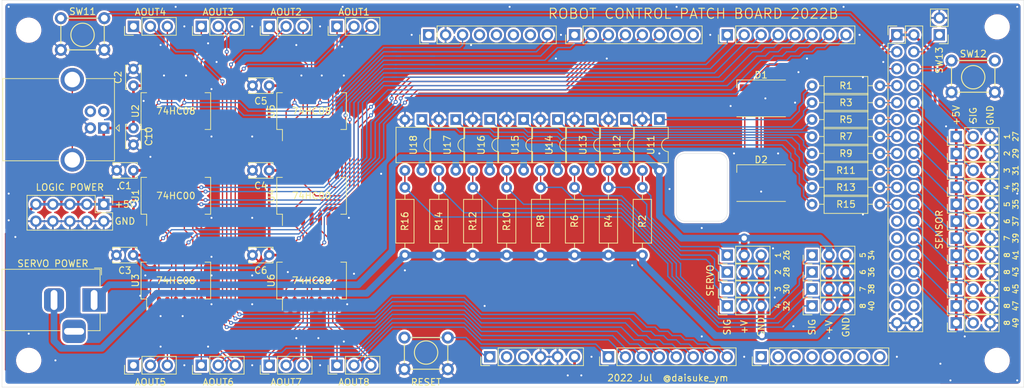
<source format=kicad_pcb>
(kicad_pcb (version 20171130) (host pcbnew "(5.1.12)-1")
  (title_block (date 2022-07-08))
  (layers (0 F.Cu signal) (31 B.Cu signal) (34 B.Paste user) (35 F.Paste user) (36 B.SilkS user) (37 F.SilkS user) (38 B.Mask user) (39 F.Mask user) (44 Edge.Cuts user))
  (net 0 "")
  (net 1 GND)
  (net 2 +5V)
  (net 3 "Net-(D1-Pad1)")
  (net 4 "Net-(J1-Pad2)")
  (net 5 "Net-(J1-Pad3)")
  (net 6 "Net-(J1-Pad5)")
  (net 7 /PWM1IN)
  (net 8 "Net-(J3-Pad4)")
  (net 9 "Net-(J3-Pad5)")
  (net 10 "Net-(J3-Pad6)")
  (net 11 "Net-(J3-Pad7)")
  (net 12 /PWM2IN)
  (net 13 "Net-(J4-Pad8)")
  (net 14 "Net-(J4-Pad7)")
  (net 15 /PWM8IN)
  (net 16 /PWM7IN)
  (net 17 /PWM6IN)
  (net 18 /PWM5IN)
  (net 19 /PWM4IN)
  (net 20 /PWM3IN)
  (net 21 /SEL8)
  (net 22 /SEL7)
  (net 23 /SEL6)
  (net 24 /SEL5)
  (net 25 /SEL4)
  (net 26 /SEL3)
  (net 27 /SEL2)
  (net 28 /SEL1)
  (net 29 /SW11)
  (net 30 /SW12)
  (net 31 /SV1)
  (net 32 /SV2)
  (net 33 /SV3)
  (net 34 /SV4)
  (net 35 /SV5)
  (net 36 /SV6)
  (net 37 /AOUT1B)
  (net 38 /AOUT1A)
  (net 39 /AOUT2B)
  (net 40 /AOUT2A)
  (net 41 /AOUT3A)
  (net 42 /AOUT3B)
  (net 43 /AOUT4B)
  (net 44 /AOUT4A)
  (net 45 /AOUT5B)
  (net 46 /AOUT5A)
  (net 47 /AOUT6A)
  (net 48 /AOUT6B)
  (net 49 /AOUT7B)
  (net 50 /AOUT7A)
  (net 51 /AOUT8A)
  (net 52 /AOUT8B)
  (net 53 "Net-(R1-Pad1)")
  (net 54 "Net-(R3-Pad1)")
  (net 55 "Net-(U1-Pad11)")
  (net 56 "Net-(U1-Pad8)")
  (net 57 "Net-(U1-Pad6)")
  (net 58 "Net-(U1-Pad3)")
  (net 59 "Net-(U4-Pad3)")
  (net 60 "Net-(U4-Pad6)")
  (net 61 "Net-(U4-Pad8)")
  (net 62 "Net-(U4-Pad11)")
  (net 63 "Net-(J8-Pad1)")
  (net 64 "Net-(J8-Pad2)")
  (net 65 "Net-(J8-Pad3)")
  (net 66 /SW13)
  (net 67 "Net-(J9-Pad31)")
  (net 68 "Net-(J9-Pad32)")
  (net 69 "Net-(J9-Pad33)")
  (net 70 "Net-(J9-Pad34)")
  (net 71 "Net-(J3-Pad1)")
  (net 72 /LED1)
  (net 73 /SENSOR1)
  (net 74 /SENSOR7)
  (net 75 /SENSOR2)
  (net 76 /SENSOR8)
  (net 77 /SENSOR3)
  (net 78 /SENSOR4)
  (net 79 /SENSOR5)
  (net 80 /SENSOR6)
  (net 81 /SV1IN)
  (net 82 /SV2IN)
  (net 83 /SV3IN)
  (net 84 /SV4IN)
  (net 85 /SV5IN)
  (net 86 /SV6IN)
  (net 87 GNDPWR)
  (net 88 +6V)
  (net 89 "Net-(R5-Pad1)")
  (net 90 "Net-(R9-Pad1)")
  (net 91 "Net-(J10-Pad3)")
  (net 92 "Net-(R7-Pad1)")
  (net 93 /AOUT8M)
  (net 94 /AOUT7M)
  (net 95 /AOUT6M)
  (net 96 /AOUT5M)
  (net 97 /AOUT4M)
  (net 98 /AOUT3M)
  (net 99 /AOUT2M)
  (net 100 /AOUT1M)
  (net 101 "Net-(J9-Pad23)")
  (net 102 "Net-(J9-Pad25)")
  (net 103 "Net-(J9-Pad27)")
  (net 104 "Net-(J9-Pad29)")
  (net 105 "Net-(D1-Pad3)")
  (net 106 "Net-(D2-Pad3)")
  (net 107 "Net-(D2-Pad1)")
  (net 108 "Net-(J6-Pad1)")
  (net 109 "Net-(J6-Pad2)")
  (net 110 "Net-(J6-Pad3)")
  (net 111 "Net-(J6-Pad4)")
  (net 112 "Net-(J6-Pad5)")
  (net 113 "Net-(J6-Pad6)")
  (net 114 "Net-(J6-Pad7)")
  (net 115 "Net-(J6-Pad8)")
  (net 116 /SV7IN)
  (net 117 /SV8IN)
  (net 118 /SENSOR9)
  (net 119 /SENSOR10)
  (net 120 /SENSOR11)
  (net 121 /SENSOR12)
  (net 122 /SV7)
  (net 123 /SV8)
  (net 124 "Net-(R11-Pad1)")
  (net 125 "Net-(R13-Pad1)")
  (net 126 "Net-(R15-Pad1)")
  (module MountingHole:MountingHole_3.2mm_M3 (layer F.Cu) (at 179 48)
    (fp_text reference REF** hide)
    (fp_text value MountingHole_3.2mm_M3)
    (pad 1 np_thru_hole circle (at 0 0) (size 3.2 3.2) (drill 3.2) (layers *.Cu *.Mask))
  )
  (module MountingHole:MountingHole_3.2mm_M3 (layer F.Cu) (at 179 98)
    (fp_text reference REF** hide)
    (fp_text value MountingHole_3.2mm_M3)
    (pad 1 np_thru_hole circle (at 0 0) (size 3.2 3.2) (drill 3.2) (layers *.Cu *.Mask))
  )
  (module MountingHole:MountingHole_3.2mm_M3 (layer F.Cu) (at 34 98)
    (fp_text reference REF** hide)
    (fp_text value MountingHole_3.2mm_M3)
    (pad 1 np_thru_hole circle (at 0 0) (size 3.2 3.2) (drill 3.2) (layers *.Cu *.Mask))
  )
  (module MountingHole:MountingHole_3.2mm_M3 (layer F.Cu) (at 34 48.5)
    (fp_text reference REF** hide)
    (fp_text value MountingHole_3.2mm_M3)
    (pad 1 np_thru_hole circle (at 0 0) (size 3.2 3.2) (drill 3.2) (layers *.Cu *.Mask))
  )
  (module MyLib:DTS-6-V-2 (layer F.Cu) (at 42.06 49.2)
    (fp_text reference SW11 (at 0 -3.5) (layer F.SilkS))
    (fp_text value SW_DPST)
    (pad 4 thru_hole circle (at 3.25 2.25) (size 1.8 1.8) (drill 1) (layers *.Cu *.Mask) (net 1 GND))
    (pad 2 thru_hole circle (at -3.25 2.25) (size 1.8 1.8) (drill 1) (layers *.Cu *.Mask) (net 1 GND))
    (pad 3 thru_hole circle (at 3.25 -2.5) (size 1.8 1.8) (drill 1) (layers *.Cu *.Mask) (net 29 /SW11))
    (pad 1 thru_hole circle (at -3.25 -2.5) (size 1.8 1.8) (drill 1) (layers *.Cu *.Mask) (net 29 /SW11))
  )
  (module MyLib:DTS-6-V-2 (layer F.Cu) (at 175.41 55.55)
    (fp_text reference SW12 (at 0 -3.5) (layer F.SilkS))
    (fp_text value SW_DPST)
    (pad 4 thru_hole circle (at 3.25 2.25) (size 1.8 1.8) (drill 1) (layers *.Cu *.Mask) (net 1 GND))
    (pad 2 thru_hole circle (at -3.25 2.25) (size 1.8 1.8) (drill 1) (layers *.Cu *.Mask) (net 1 GND))
    (pad 3 thru_hole circle (at 3.25 -2.5) (size 1.8 1.8) (drill 1) (layers *.Cu *.Mask) (net 30 /SW12))
    (pad 1 thru_hole circle (at -3.25 -2.5) (size 1.8 1.8) (drill 1) (layers *.Cu *.Mask) (net 30 /SW12))
  )
  (module Capacitor_THT:C_Disc_D3.4mm_W2.1mm_P2.50mm (layer F.Cu) (at 49.68 69.52 180)
    (fp_text reference C1 (at 1.25 -2.3) (layer F.SilkS))
    (fp_text value 0.1u)
    (pad 2 thru_hole circle (at 2.5 0 180) (size 1.6 1.6) (drill 0.8) (layers *.Cu *.Mask) (net 1 GND))
    (pad 1 thru_hole circle (at 0 0 180) (size 1.6 1.6) (drill 0.8) (layers *.Cu *.Mask) (net 2 +5V))
  )
  (module Capacitor_THT:C_Disc_D3.4mm_W2.1mm_P2.50mm (layer F.Cu) (at 49.68 56.82 90)
    (fp_text reference C2 (at 1.25 -2.3 90) (layer F.SilkS))
    (fp_text value 0.1u)
    (pad 1 thru_hole circle (at 0 0 90) (size 1.6 1.6) (drill 0.8) (layers *.Cu *.Mask) (net 2 +5V))
    (pad 2 thru_hole circle (at 2.5 0 90) (size 1.6 1.6) (drill 0.8) (layers *.Cu *.Mask) (net 1 GND))
  )
  (module Capacitor_THT:C_Disc_D3.4mm_W2.1mm_P2.50mm (layer F.Cu) (at 49.64 82.22 180)
    (fp_text reference C3 (at 1.25 -2.3) (layer F.SilkS))
    (fp_text value 0.1u)
    (pad 2 thru_hole circle (at 2.5 0 180) (size 1.6 1.6) (drill 0.8) (layers *.Cu *.Mask) (net 1 GND))
    (pad 1 thru_hole circle (at 0 0 180) (size 1.6 1.6) (drill 0.8) (layers *.Cu *.Mask) (net 2 +5V))
  )
  (module Capacitor_THT:C_Disc_D3.4mm_W2.1mm_P2.50mm (layer F.Cu) (at 70 69.52 180)
    (fp_text reference C4 (at 1.25 -2.3) (layer F.SilkS))
    (fp_text value 0.1u)
    (pad 1 thru_hole circle (at 0 0 180) (size 1.6 1.6) (drill 0.8) (layers *.Cu *.Mask) (net 2 +5V))
    (pad 2 thru_hole circle (at 2.5 0 180) (size 1.6 1.6) (drill 0.8) (layers *.Cu *.Mask) (net 1 GND))
  )
  (module Capacitor_THT:C_Disc_D3.4mm_W2.1mm_P2.50mm (layer F.Cu) (at 70 56.82 180)
    (fp_text reference C5 (at 1.25 -2.3) (layer F.SilkS))
    (fp_text value 0.1u)
    (pad 1 thru_hole circle (at 0 0 180) (size 1.6 1.6) (drill 0.8) (layers *.Cu *.Mask) (net 2 +5V))
    (pad 2 thru_hole circle (at 2.5 0 180) (size 1.6 1.6) (drill 0.8) (layers *.Cu *.Mask) (net 1 GND))
  )
  (module Capacitor_THT:C_Disc_D3.4mm_W2.1mm_P2.50mm (layer F.Cu) (at 70 82.22 180)
    (fp_text reference C6 (at 1.25 -2.3) (layer F.SilkS))
    (fp_text value 0.1u)
    (pad 1 thru_hole circle (at 0 0 180) (size 1.6 1.6) (drill 0.8) (layers *.Cu *.Mask) (net 2 +5V))
    (pad 2 thru_hole circle (at 2.5 0 180) (size 1.6 1.6) (drill 0.8) (layers *.Cu *.Mask) (net 1 GND))
  )
  (module Capacitor_THT:C_Disc_D3.4mm_W2.1mm_P2.50mm (layer F.Cu) (at 49.68 63.17 270)
    (fp_text reference C10 (at 1.25 -2.3 90) (layer F.SilkS))
    (fp_text value 0.1u)
    (pad 2 thru_hole circle (at 2.5 0 270) (size 1.6 1.6) (drill 0.8) (layers *.Cu *.Mask) (net 1 GND))
    (pad 1 thru_hole circle (at 0 0 270) (size 1.6 1.6) (drill 0.8) (layers *.Cu *.Mask) (net 2 +5V))
  )
  (module Connector_USB:USB_B_OST_USB-B1HSxx_Horizontal (layer F.Cu) (at 45.235 63.17 180)
    (fp_text reference J1 hide)
    (fp_text value USB_B)
    (pad 1 thru_hole rect (at 0 0 180) (size 1.7 1.7) (drill 0.92) (layers *.Cu *.Mask) (net 2 +5V))
    (pad 2 thru_hole circle (at 0 2.5 180) (size 1.7 1.7) (drill 0.92) (layers *.Cu *.Mask) (net 4 "Net-(J1-Pad2)"))
    (pad 3 thru_hole circle (at 2 2.5 180) (size 1.7 1.7) (drill 0.92) (layers *.Cu *.Mask) (net 5 "Net-(J1-Pad3)"))
    (pad 4 thru_hole circle (at 2 0 180) (size 1.7 1.7) (drill 0.92) (layers *.Cu *.Mask) (net 1 GND))
    (pad 5 thru_hole circle (at 4.71 -4.77 180) (size 3.5 3.5) (drill 2.33) (layers *.Cu *.Mask) (net 6 "Net-(J1-Pad5)"))
    (pad 5 thru_hole circle (at 4.71 7.27 180) (size 3.5 3.5) (drill 2.33) (layers *.Cu *.Mask) (net 6 "Net-(J1-Pad5)"))
  )
  (module Connector_PinHeader_2.54mm:PinHeader_1x08_P2.54mm_Vertical (layer F.Cu) (at 93.876 49.2 90)
    (fp_text reference J3 hide)
    (fp_text value MEGA_13-8)
    (pad 1 thru_hole rect (at 0 0 90) (size 1.7 1.7) (drill 1) (layers *.Cu *.Mask) (net 71 "Net-(J3-Pad1)"))
    (pad 2 thru_hole oval (at 0 2.54 90) (size 1.7 1.7) (drill 1) (layers *.Cu *.Mask) (net 1 GND))
    (pad 3 thru_hole oval (at 0 5.08 90) (size 1.7 1.7) (drill 1) (layers *.Cu *.Mask) (net 7 /PWM1IN))
    (pad 4 thru_hole oval (at 0 7.62 90) (size 1.7 1.7) (drill 1) (layers *.Cu *.Mask) (net 8 "Net-(J3-Pad4)"))
    (pad 5 thru_hole oval (at 0 10.16 90) (size 1.7 1.7) (drill 1) (layers *.Cu *.Mask) (net 9 "Net-(J3-Pad5)"))
    (pad 6 thru_hole oval (at 0 12.7 90) (size 1.7 1.7) (drill 1) (layers *.Cu *.Mask) (net 10 "Net-(J3-Pad6)"))
    (pad 7 thru_hole oval (at 0 15.24 90) (size 1.7 1.7) (drill 1) (layers *.Cu *.Mask) (net 11 "Net-(J3-Pad7)"))
    (pad 8 thru_hole oval (at 0 17.78 90) (size 1.7 1.7) (drill 1) (layers *.Cu *.Mask) (net 12 /PWM2IN))
  )
  (module Connector_PinHeader_2.54mm:PinHeader_1x08_P2.54mm_Vertical (layer F.Cu) (at 115.72 49.2 90)
    (fp_text reference J4 hide)
    (fp_text value MEGA_7-0)
    (pad 8 thru_hole oval (at 0 17.78 90) (size 1.7 1.7) (drill 1) (layers *.Cu *.Mask) (net 13 "Net-(J4-Pad8)"))
    (pad 7 thru_hole oval (at 0 15.24 90) (size 1.7 1.7) (drill 1) (layers *.Cu *.Mask) (net 14 "Net-(J4-Pad7)"))
    (pad 6 thru_hole oval (at 0 12.7 90) (size 1.7 1.7) (drill 1) (layers *.Cu *.Mask) (net 15 /PWM8IN))
    (pad 5 thru_hole oval (at 0 10.16 90) (size 1.7 1.7) (drill 1) (layers *.Cu *.Mask) (net 16 /PWM7IN))
    (pad 4 thru_hole oval (at 0 7.62 90) (size 1.7 1.7) (drill 1) (layers *.Cu *.Mask) (net 17 /PWM6IN))
    (pad 3 thru_hole oval (at 0 5.08 90) (size 1.7 1.7) (drill 1) (layers *.Cu *.Mask) (net 18 /PWM5IN))
    (pad 2 thru_hole oval (at 0 2.54 90) (size 1.7 1.7) (drill 1) (layers *.Cu *.Mask) (net 19 /PWM4IN))
    (pad 1 thru_hole rect (at 0 0 90) (size 1.7 1.7) (drill 1) (layers *.Cu *.Mask) (net 20 /PWM3IN))
  )
  (module Connector_PinHeader_2.54mm:PinHeader_1x08_P2.54mm_Vertical (layer F.Cu) (at 138.58 49.2 90)
    (fp_text reference J5 hide)
    (fp_text value MEGA_14-21)
    (pad 8 thru_hole oval (at 0 17.78 90) (size 1.7 1.7) (drill 1) (layers *.Cu *.Mask) (net 21 /SEL8))
    (pad 7 thru_hole oval (at 0 15.24 90) (size 1.7 1.7) (drill 1) (layers *.Cu *.Mask) (net 22 /SEL7))
    (pad 6 thru_hole oval (at 0 12.7 90) (size 1.7 1.7) (drill 1) (layers *.Cu *.Mask) (net 23 /SEL6))
    (pad 5 thru_hole oval (at 0 10.16 90) (size 1.7 1.7) (drill 1) (layers *.Cu *.Mask) (net 24 /SEL5))
    (pad 4 thru_hole oval (at 0 7.62 90) (size 1.7 1.7) (drill 1) (layers *.Cu *.Mask) (net 25 /SEL4))
    (pad 3 thru_hole oval (at 0 5.08 90) (size 1.7 1.7) (drill 1) (layers *.Cu *.Mask) (net 26 /SEL3))
    (pad 2 thru_hole oval (at 0 2.54 90) (size 1.7 1.7) (drill 1) (layers *.Cu *.Mask) (net 27 /SEL2))
    (pad 1 thru_hole rect (at 0 0 90) (size 1.7 1.7) (drill 1) (layers *.Cu *.Mask) (net 28 /SEL1))
  )
  (module Connector_PinHeader_2.54mm:PinHeader_1x08_P2.54mm_Vertical (layer F.Cu) (at 143.66 97.46 90)
    (fp_text reference J6 hide)
    (fp_text value MEGA_A8-A15)
    (pad 1 thru_hole rect (at 0 0 90) (size 1.7 1.7) (drill 1) (layers *.Cu *.Mask) (net 108 "Net-(J6-Pad1)"))
    (pad 2 thru_hole oval (at 0 2.54 90) (size 1.7 1.7) (drill 1) (layers *.Cu *.Mask) (net 109 "Net-(J6-Pad2)"))
    (pad 3 thru_hole oval (at 0 5.08 90) (size 1.7 1.7) (drill 1) (layers *.Cu *.Mask) (net 110 "Net-(J6-Pad3)"))
    (pad 4 thru_hole oval (at 0 7.62 90) (size 1.7 1.7) (drill 1) (layers *.Cu *.Mask) (net 111 "Net-(J6-Pad4)"))
    (pad 5 thru_hole oval (at 0 10.16 90) (size 1.7 1.7) (drill 1) (layers *.Cu *.Mask) (net 112 "Net-(J6-Pad5)"))
    (pad 6 thru_hole oval (at 0 12.7 90) (size 1.7 1.7) (drill 1) (layers *.Cu *.Mask) (net 113 "Net-(J6-Pad6)"))
    (pad 7 thru_hole oval (at 0 15.24 90) (size 1.7 1.7) (drill 1) (layers *.Cu *.Mask) (net 114 "Net-(J6-Pad7)"))
    (pad 8 thru_hole oval (at 0 17.78 90) (size 1.7 1.7) (drill 1) (layers *.Cu *.Mask) (net 115 "Net-(J6-Pad8)"))
  )
  (module Connector_PinHeader_2.54mm:PinHeader_2x18_P2.54mm_Vertical (layer F.Cu) (at 163.98 49.2)
    (fp_text reference J9 hide)
    (fp_text value MEGA_22-53)
    (pad 1 thru_hole rect (at 0 0) (size 1.7 1.7) (drill 1) (layers *.Cu *.Mask) (net 2 +5V))
    (pad 2 thru_hole oval (at 2.54 0) (size 1.7 1.7) (drill 1) (layers *.Cu *.Mask) (net 2 +5V))
    (pad 3 thru_hole oval (at 0 2.54) (size 1.7 1.7) (drill 1) (layers *.Cu *.Mask) (net 29 /SW11))
    (pad 4 thru_hole oval (at 2.54 2.54) (size 1.7 1.7) (drill 1) (layers *.Cu *.Mask) (net 66 /SW13))
    (pad 5 thru_hole oval (at 0 5.08) (size 1.7 1.7) (drill 1) (layers *.Cu *.Mask) (net 72 /LED1))
    (pad 6 thru_hole oval (at 2.54 5.08) (size 1.7 1.7) (drill 1) (layers *.Cu *.Mask) (net 30 /SW12))
    (pad 7 thru_hole oval (at 0 7.62) (size 1.7 1.7) (drill 1) (layers *.Cu *.Mask) (net 81 /SV1IN))
    (pad 8 thru_hole oval (at 2.54 7.62) (size 1.7 1.7) (drill 1) (layers *.Cu *.Mask) (net 73 /SENSOR1))
    (pad 9 thru_hole oval (at 0 10.16) (size 1.7 1.7) (drill 1) (layers *.Cu *.Mask) (net 82 /SV2IN))
    (pad 10 thru_hole oval (at 2.54 10.16) (size 1.7 1.7) (drill 1) (layers *.Cu *.Mask) (net 75 /SENSOR2))
    (pad 11 thru_hole oval (at 0 12.7) (size 1.7 1.7) (drill 1) (layers *.Cu *.Mask) (net 83 /SV3IN))
    (pad 12 thru_hole oval (at 2.54 12.7) (size 1.7 1.7) (drill 1) (layers *.Cu *.Mask) (net 77 /SENSOR3))
    (pad 13 thru_hole oval (at 0 15.24) (size 1.7 1.7) (drill 1) (layers *.Cu *.Mask) (net 84 /SV4IN))
    (pad 14 thru_hole oval (at 2.54 15.24) (size 1.7 1.7) (drill 1) (layers *.Cu *.Mask) (net 78 /SENSOR4))
    (pad 15 thru_hole oval (at 0 17.78) (size 1.7 1.7) (drill 1) (layers *.Cu *.Mask) (net 85 /SV5IN))
    (pad 16 thru_hole oval (at 2.54 17.78) (size 1.7 1.7) (drill 1) (layers *.Cu *.Mask) (net 79 /SENSOR5))
    (pad 17 thru_hole oval (at 0 20.32) (size 1.7 1.7) (drill 1) (layers *.Cu *.Mask) (net 86 /SV6IN))
    (pad 18 thru_hole oval (at 2.54 20.32) (size 1.7 1.7) (drill 1) (layers *.Cu *.Mask) (net 80 /SENSOR6))
    (pad 19 thru_hole oval (at 0 22.86) (size 1.7 1.7) (drill 1) (layers *.Cu *.Mask) (net 116 /SV7IN))
    (pad 20 thru_hole oval (at 2.54 22.86) (size 1.7 1.7) (drill 1) (layers *.Cu *.Mask) (net 74 /SENSOR7))
    (pad 21 thru_hole oval (at 0 25.4) (size 1.7 1.7) (drill 1) (layers *.Cu *.Mask) (net 117 /SV8IN))
    (pad 22 thru_hole oval (at 2.54 25.4) (size 1.7 1.7) (drill 1) (layers *.Cu *.Mask) (net 76 /SENSOR8))
    (pad 23 thru_hole oval (at 0 27.94) (size 1.7 1.7) (drill 1) (layers *.Cu *.Mask) (net 101 "Net-(J9-Pad23)"))
    (pad 24 thru_hole oval (at 2.54 27.94) (size 1.7 1.7) (drill 1) (layers *.Cu *.Mask) (net 118 /SENSOR9))
    (pad 25 thru_hole oval (at 0 30.48) (size 1.7 1.7) (drill 1) (layers *.Cu *.Mask) (net 102 "Net-(J9-Pad25)"))
    (pad 26 thru_hole oval (at 2.54 30.48) (size 1.7 1.7) (drill 1) (layers *.Cu *.Mask) (net 119 /SENSOR10))
    (pad 27 thru_hole oval (at 0 33.02) (size 1.7 1.7) (drill 1) (layers *.Cu *.Mask) (net 103 "Net-(J9-Pad27)"))
    (pad 28 thru_hole oval (at 2.54 33.02) (size 1.7 1.7) (drill 1) (layers *.Cu *.Mask) (net 120 /SENSOR11))
    (pad 29 thru_hole oval (at 0 35.56) (size 1.7 1.7) (drill 1) (layers *.Cu *.Mask) (net 104 "Net-(J9-Pad29)"))
    (pad 30 thru_hole oval (at 2.54 35.56) (size 1.7 1.7) (drill 1) (layers *.Cu *.Mask) (net 121 /SENSOR12))
    (pad 31 thru_hole oval (at 0 38.1) (size 1.7 1.7) (drill 1) (layers *.Cu *.Mask) (net 67 "Net-(J9-Pad31)"))
    (pad 32 thru_hole oval (at 2.54 38.1) (size 1.7 1.7) (drill 1) (layers *.Cu *.Mask) (net 68 "Net-(J9-Pad32)"))
    (pad 33 thru_hole oval (at 0 40.64) (size 1.7 1.7) (drill 1) (layers *.Cu *.Mask) (net 69 "Net-(J9-Pad33)"))
    (pad 34 thru_hole oval (at 2.54 40.64) (size 1.7 1.7) (drill 1) (layers *.Cu *.Mask) (net 70 "Net-(J9-Pad34)"))
    (pad 35 thru_hole oval (at 0 43.18) (size 1.7 1.7) (drill 1) (layers *.Cu *.Mask) (net 1 GND))
    (pad 36 thru_hole oval (at 2.54 43.18) (size 1.7 1.7) (drill 1) (layers *.Cu *.Mask) (net 1 GND))
  )
  (module Connector_PinHeader_2.54mm:PinHeader_1x02_P2.54mm_Vertical (layer F.Cu) (at 170.33 49.2 180)
    (fp_text reference SW13 (at 0 -3.81 270) (layer F.SilkS))
    (fp_text value Conn_01x02)
    (pad 1 thru_hole rect (at 0 0 180) (size 1.7 1.7) (drill 1) (layers *.Cu *.Mask) (net 66 /SW13))
    (pad 2 thru_hole oval (at 0 2.54 180) (size 1.7 1.7) (drill 1) (layers *.Cu *.Mask) (net 1 GND))
  )
  (module Connector_PinHeader_2.54mm:PinHeader_1x03_P2.54mm_Vertical (layer F.Cu) (at 172.87 64.44 90)
    (fp_text reference J31 hide)
    (fp_text value S01)
    (pad 3 thru_hole oval (at 0 5.08 90) (size 1.7 1.7) (drill 1) (layers *.Cu *.Mask) (net 1 GND))
    (pad 2 thru_hole oval (at 0 2.54 90) (size 1.7 1.7) (drill 1) (layers *.Cu *.Mask) (net 73 /SENSOR1))
    (pad 1 thru_hole rect (at 0 0 90) (size 1.7 1.7) (drill 1) (layers *.Cu *.Mask) (net 2 +5V))
  )
  (module Connector_PinHeader_2.54mm:PinHeader_1x03_P2.54mm_Vertical (layer F.Cu) (at 172.87 66.98 90)
    (fp_text reference J32 hide)
    (fp_text value S02)
    (pad 1 thru_hole rect (at 0 0 90) (size 1.7 1.7) (drill 1) (layers *.Cu *.Mask) (net 2 +5V))
    (pad 2 thru_hole oval (at 0 2.54 90) (size 1.7 1.7) (drill 1) (layers *.Cu *.Mask) (net 75 /SENSOR2))
    (pad 3 thru_hole oval (at 0 5.08 90) (size 1.7 1.7) (drill 1) (layers *.Cu *.Mask) (net 1 GND))
  )
  (module Connector_PinHeader_2.54mm:PinHeader_1x03_P2.54mm_Vertical (layer F.Cu) (at 172.87 69.52 90)
    (fp_text reference J33 hide)
    (fp_text value S03)
    (pad 3 thru_hole oval (at 0 5.08 90) (size 1.7 1.7) (drill 1) (layers *.Cu *.Mask) (net 1 GND))
    (pad 2 thru_hole oval (at 0 2.54 90) (size 1.7 1.7) (drill 1) (layers *.Cu *.Mask) (net 77 /SENSOR3))
    (pad 1 thru_hole rect (at 0 0 90) (size 1.7 1.7) (drill 1) (layers *.Cu *.Mask) (net 2 +5V))
  )
  (module Connector_PinHeader_2.54mm:PinHeader_1x03_P2.54mm_Vertical (layer F.Cu) (at 172.87 72.06 90)
    (fp_text reference J34 hide)
    (fp_text value S04)
    (pad 1 thru_hole rect (at 0 0 90) (size 1.7 1.7) (drill 1) (layers *.Cu *.Mask) (net 2 +5V))
    (pad 2 thru_hole oval (at 0 2.54 90) (size 1.7 1.7) (drill 1) (layers *.Cu *.Mask) (net 78 /SENSOR4))
    (pad 3 thru_hole oval (at 0 5.08 90) (size 1.7 1.7) (drill 1) (layers *.Cu *.Mask) (net 1 GND))
  )
  (module Connector_PinHeader_2.54mm:PinHeader_1x03_P2.54mm_Vertical (layer F.Cu) (at 172.87 74.6 90)
    (fp_text reference J35 hide)
    (fp_text value S05)
    (pad 3 thru_hole oval (at 0 5.08 90) (size 1.7 1.7) (drill 1) (layers *.Cu *.Mask) (net 1 GND))
    (pad 2 thru_hole oval (at 0 2.54 90) (size 1.7 1.7) (drill 1) (layers *.Cu *.Mask) (net 79 /SENSOR5))
    (pad 1 thru_hole rect (at 0 0 90) (size 1.7 1.7) (drill 1) (layers *.Cu *.Mask) (net 2 +5V))
  )
  (module Connector_PinHeader_2.54mm:PinHeader_1x03_P2.54mm_Vertical (layer F.Cu) (at 172.87 77.14 90)
    (fp_text reference J36 hide)
    (fp_text value S06)
    (pad 1 thru_hole rect (at 0 0 90) (size 1.7 1.7) (drill 1) (layers *.Cu *.Mask) (net 2 +5V))
    (pad 2 thru_hole oval (at 0 2.54 90) (size 1.7 1.7) (drill 1) (layers *.Cu *.Mask) (net 80 /SENSOR6))
    (pad 3 thru_hole oval (at 0 5.08 90) (size 1.7 1.7) (drill 1) (layers *.Cu *.Mask) (net 1 GND))
  )
  (module Connector_PinHeader_2.54mm:PinHeader_1x03_P2.54mm_Vertical (layer F.Cu) (at 172.87 79.68 90)
    (fp_text reference J37 hide)
    (fp_text value S07)
    (pad 3 thru_hole oval (at 0 5.08 90) (size 1.7 1.7) (drill 1) (layers *.Cu *.Mask) (net 1 GND))
    (pad 2 thru_hole oval (at 0 2.54 90) (size 1.7 1.7) (drill 1) (layers *.Cu *.Mask) (net 74 /SENSOR7))
    (pad 1 thru_hole rect (at 0 0 90) (size 1.7 1.7) (drill 1) (layers *.Cu *.Mask) (net 2 +5V))
  )
  (module Connector_PinHeader_2.54mm:PinHeader_1x03_P2.54mm_Vertical (layer F.Cu) (at 172.87 82.22 90)
    (fp_text reference J38 hide)
    (fp_text value S08)
    (pad 1 thru_hole rect (at 0 0 90) (size 1.7 1.7) (drill 1) (layers *.Cu *.Mask) (net 2 +5V))
    (pad 2 thru_hole oval (at 0 2.54 90) (size 1.7 1.7) (drill 1) (layers *.Cu *.Mask) (net 76 /SENSOR8))
    (pad 3 thru_hole oval (at 0 5.08 90) (size 1.7 1.7) (drill 1) (layers *.Cu *.Mask) (net 1 GND))
  )
  (module Connector_PinHeader_2.54mm:PinHeader_1x03_P2.54mm_Vertical (layer F.Cu) (at 138.58 82.22 90)
    (fp_text reference J21 hide)
    (fp_text value SV)
    (pad 3 thru_hole oval (at 0 5.08 90) (size 1.7 1.7) (drill 1) (layers *.Cu *.Mask) (net 87 GNDPWR))
    (pad 2 thru_hole oval (at 0 2.54 90) (size 1.7 1.7) (drill 1) (layers *.Cu *.Mask) (net 88 +6V))
    (pad 1 thru_hole rect (at 0 0 90) (size 1.7 1.7) (drill 1) (layers *.Cu *.Mask) (net 31 /SV1))
  )
  (module Connector_PinHeader_2.54mm:PinHeader_1x03_P2.54mm_Vertical (layer F.Cu) (at 138.58 84.76 90)
    (fp_text reference J22 hide)
    (fp_text value SV)
    (pad 1 thru_hole rect (at 0 0 90) (size 1.7 1.7) (drill 1) (layers *.Cu *.Mask) (net 32 /SV2))
    (pad 2 thru_hole oval (at 0 2.54 90) (size 1.7 1.7) (drill 1) (layers *.Cu *.Mask) (net 88 +6V))
    (pad 3 thru_hole oval (at 0 5.08 90) (size 1.7 1.7) (drill 1) (layers *.Cu *.Mask) (net 87 GNDPWR))
  )
  (module Connector_PinHeader_2.54mm:PinHeader_1x03_P2.54mm_Vertical (layer F.Cu) (at 138.58 87.3 90)
    (fp_text reference J23 hide)
    (fp_text value SV)
    (pad 3 thru_hole oval (at 0 5.08 90) (size 1.7 1.7) (drill 1) (layers *.Cu *.Mask) (net 87 GNDPWR))
    (pad 2 thru_hole oval (at 0 2.54 90) (size 1.7 1.7) (drill 1) (layers *.Cu *.Mask) (net 88 +6V))
    (pad 1 thru_hole rect (at 0 0 90) (size 1.7 1.7) (drill 1) (layers *.Cu *.Mask) (net 33 /SV3))
  )
  (module Connector_PinHeader_2.54mm:PinHeader_1x03_P2.54mm_Vertical (layer F.Cu) (at 138.58 89.84 90)
    (fp_text reference J24 hide)
    (fp_text value SV)
    (pad 1 thru_hole rect (at 0 0 90) (size 1.7 1.7) (drill 1) (layers *.Cu *.Mask) (net 34 /SV4))
    (pad 2 thru_hole oval (at 0 2.54 90) (size 1.7 1.7) (drill 1) (layers *.Cu *.Mask) (net 88 +6V))
    (pad 3 thru_hole oval (at 0 5.08 90) (size 1.7 1.7) (drill 1) (layers *.Cu *.Mask) (net 87 GNDPWR))
  )
  (module Connector_PinHeader_2.54mm:PinHeader_1x03_P2.54mm_Vertical (layer F.Cu) (at 151.28 82.22 90)
    (fp_text reference J25 hide)
    (fp_text value SV)
    (pad 1 thru_hole rect (at 0 0 90) (size 1.7 1.7) (drill 1) (layers *.Cu *.Mask) (net 35 /SV5))
    (pad 2 thru_hole oval (at 0 2.54 90) (size 1.7 1.7) (drill 1) (layers *.Cu *.Mask) (net 88 +6V))
    (pad 3 thru_hole oval (at 0 5.08 90) (size 1.7 1.7) (drill 1) (layers *.Cu *.Mask) (net 87 GNDPWR))
  )
  (module Connector_PinHeader_2.54mm:PinHeader_1x03_P2.54mm_Vertical (layer F.Cu) (at 151.28 84.76 90)
    (fp_text reference J26 hide)
    (fp_text value SV)
    (pad 1 thru_hole rect (at 0 0 90) (size 1.7 1.7) (drill 1) (layers *.Cu *.Mask) (net 36 /SV6))
    (pad 2 thru_hole oval (at 0 2.54 90) (size 1.7 1.7) (drill 1) (layers *.Cu *.Mask) (net 88 +6V))
    (pad 3 thru_hole oval (at 0 5.08 90) (size 1.7 1.7) (drill 1) (layers *.Cu *.Mask) (net 87 GNDPWR))
  )
  (module Package_SO:SO-14_5.3x10.2mm_P1.27mm (layer F.Cu) (at 56.03 73.33 90)
    (fp_text reference U1 (at 0 -6.05 90) (layer F.SilkS))
    (fp_text value 74HC00 (at 0 0 180) (layer F.SilkS))
    (pad 14 smd roundrect (at 3.4625 -3.81 90) (size 1.975 0.6) (layers F.Cu F.Paste F.Mask) (net 2 +5V))
    (pad 13 smd roundrect (at 3.4625 -2.54 90) (size 1.975 0.6) (layers F.Cu F.Paste F.Mask) (net 25 /SEL4))
    (pad 12 smd roundrect (at 3.4625 -1.27 90) (size 1.975 0.6) (layers F.Cu F.Paste F.Mask) (net 25 /SEL4))
    (pad 11 smd roundrect (at 3.4625 0 90) (size 1.975 0.6) (layers F.Cu F.Paste F.Mask) (net 55 "Net-(U1-Pad11)"))
    (pad 10 smd roundrect (at 3.4625 1.27 90) (size 1.975 0.6) (layers F.Cu F.Paste F.Mask) (net 26 /SEL3))
    (pad 9 smd roundrect (at 3.4625 2.54 90) (size 1.975 0.6) (layers F.Cu F.Paste F.Mask) (net 26 /SEL3))
    (pad 8 smd roundrect (at 3.4625 3.81 90) (size 1.975 0.6) (layers F.Cu F.Paste F.Mask) (net 56 "Net-(U1-Pad8)"))
    (pad 7 smd roundrect (at -3.4625 3.81 90) (size 1.975 0.6) (layers F.Cu F.Paste F.Mask) (net 1 GND))
    (pad 6 smd roundrect (at -3.4625 2.54 90) (size 1.975 0.6) (layers F.Cu F.Paste F.Mask) (net 57 "Net-(U1-Pad6)"))
    (pad 5 smd roundrect (at -3.4625 1.27 90) (size 1.975 0.6) (layers F.Cu F.Paste F.Mask) (net 23 /SEL6))
    (pad 4 smd roundrect (at -3.4625 0 90) (size 1.975 0.6) (layers F.Cu F.Paste F.Mask) (net 23 /SEL6))
    (pad 3 smd roundrect (at -3.4625 -1.27 90) (size 1.975 0.6) (layers F.Cu F.Paste F.Mask) (net 58 "Net-(U1-Pad3)"))
    (pad 2 smd roundrect (at -3.4625 -2.54 90) (size 1.975 0.6) (layers F.Cu F.Paste F.Mask) (net 24 /SEL5))
    (pad 1 smd roundrect (at -3.4625 -3.81 90) (size 1.975 0.6) (layers F.Cu F.Paste F.Mask) (net 24 /SEL5))
  )
  (module Package_SO:SO-14_5.3x10.2mm_P1.27mm (layer F.Cu) (at 56.03 60.63 90)
    (fp_text reference U2 (at 0 -6.05 90) (layer F.SilkS))
    (fp_text value 74HC08 (at 0 0 180) (layer F.SilkS))
    (pad 14 smd roundrect (at 3.4625 -3.81 90) (size 1.975 0.6) (layers F.Cu F.Paste F.Mask) (net 2 +5V))
    (pad 13 smd roundrect (at 3.4625 -2.54 90) (size 1.975 0.6) (layers F.Cu F.Paste F.Mask) (net 19 /PWM4IN))
    (pad 12 smd roundrect (at 3.4625 -1.27 90) (size 1.975 0.6) (layers F.Cu F.Paste F.Mask) (net 25 /SEL4))
    (pad 11 smd roundrect (at 3.4625 0 90) (size 1.975 0.6) (layers F.Cu F.Paste F.Mask) (net 44 /AOUT4A))
    (pad 10 smd roundrect (at 3.4625 1.27 90) (size 1.975 0.6) (layers F.Cu F.Paste F.Mask) (net 20 /PWM3IN))
    (pad 9 smd roundrect (at 3.4625 2.54 90) (size 1.975 0.6) (layers F.Cu F.Paste F.Mask) (net 26 /SEL3))
    (pad 8 smd roundrect (at 3.4625 3.81 90) (size 1.975 0.6) (layers F.Cu F.Paste F.Mask) (net 41 /AOUT3A))
    (pad 7 smd roundrect (at -3.4625 3.81 90) (size 1.975 0.6) (layers F.Cu F.Paste F.Mask) (net 1 GND))
    (pad 6 smd roundrect (at -3.4625 2.54 90) (size 1.975 0.6) (layers F.Cu F.Paste F.Mask) (net 42 /AOUT3B))
    (pad 5 smd roundrect (at -3.4625 1.27 90) (size 1.975 0.6) (layers F.Cu F.Paste F.Mask) (net 56 "Net-(U1-Pad8)"))
    (pad 4 smd roundrect (at -3.4625 0 90) (size 1.975 0.6) (layers F.Cu F.Paste F.Mask) (net 20 /PWM3IN))
    (pad 3 smd roundrect (at -3.4625 -1.27 90) (size 1.975 0.6) (layers F.Cu F.Paste F.Mask) (net 43 /AOUT4B))
    (pad 2 smd roundrect (at -3.4625 -2.54 90) (size 1.975 0.6) (layers F.Cu F.Paste F.Mask) (net 55 "Net-(U1-Pad11)"))
    (pad 1 smd roundrect (at -3.4625 -3.81 90) (size 1.975 0.6) (layers F.Cu F.Paste F.Mask) (net 19 /PWM4IN))
  )
  (module Package_SO:SO-14_5.3x10.2mm_P1.27mm (layer F.Cu) (at 56.03 86.03 90)
    (fp_text reference U3 (at 0 -6.05 90) (layer F.SilkS))
    (fp_text value 74HC08 (at 0 0 180) (layer F.SilkS))
    (pad 1 smd roundrect (at -3.4625 -3.81 90) (size 1.975 0.6) (layers F.Cu F.Paste F.Mask) (net 18 /PWM5IN))
    (pad 2 smd roundrect (at -3.4625 -2.54 90) (size 1.975 0.6) (layers F.Cu F.Paste F.Mask) (net 58 "Net-(U1-Pad3)"))
    (pad 3 smd roundrect (at -3.4625 -1.27 90) (size 1.975 0.6) (layers F.Cu F.Paste F.Mask) (net 45 /AOUT5B))
    (pad 4 smd roundrect (at -3.4625 0 90) (size 1.975 0.6) (layers F.Cu F.Paste F.Mask) (net 17 /PWM6IN))
    (pad 5 smd roundrect (at -3.4625 1.27 90) (size 1.975 0.6) (layers F.Cu F.Paste F.Mask) (net 57 "Net-(U1-Pad6)"))
    (pad 6 smd roundrect (at -3.4625 2.54 90) (size 1.975 0.6) (layers F.Cu F.Paste F.Mask) (net 48 /AOUT6B))
    (pad 7 smd roundrect (at -3.4625 3.81 90) (size 1.975 0.6) (layers F.Cu F.Paste F.Mask) (net 1 GND))
    (pad 8 smd roundrect (at 3.4625 3.81 90) (size 1.975 0.6) (layers F.Cu F.Paste F.Mask) (net 47 /AOUT6A))
    (pad 9 smd roundrect (at 3.4625 2.54 90) (size 1.975 0.6) (layers F.Cu F.Paste F.Mask) (net 23 /SEL6))
    (pad 10 smd roundrect (at 3.4625 1.27 90) (size 1.975 0.6) (layers F.Cu F.Paste F.Mask) (net 17 /PWM6IN))
    (pad 11 smd roundrect (at 3.4625 0 90) (size 1.975 0.6) (layers F.Cu F.Paste F.Mask) (net 46 /AOUT5A))
    (pad 12 smd roundrect (at 3.4625 -1.27 90) (size 1.975 0.6) (layers F.Cu F.Paste F.Mask) (net 24 /SEL5))
    (pad 13 smd roundrect (at 3.4625 -2.54 90) (size 1.975 0.6) (layers F.Cu F.Paste F.Mask) (net 18 /PWM5IN))
    (pad 14 smd roundrect (at 3.4625 -3.81 90) (size 1.975 0.6) (layers F.Cu F.Paste F.Mask) (net 2 +5V))
  )
  (module Package_SO:SO-14_5.3x10.2mm_P1.27mm (layer F.Cu) (at 76.35 73.33 90)
    (fp_text reference U4 (at 0 -6.05 90) (layer F.SilkS))
    (fp_text value 74HC00 (at 0 0 180) (layer F.SilkS))
    (pad 1 smd roundrect (at -3.4625 -3.81 90) (size 1.975 0.6) (layers F.Cu F.Paste F.Mask) (net 22 /SEL7))
    (pad 2 smd roundrect (at -3.4625 -2.54 90) (size 1.975 0.6) (layers F.Cu F.Paste F.Mask) (net 22 /SEL7))
    (pad 3 smd roundrect (at -3.4625 -1.27 90) (size 1.975 0.6) (layers F.Cu F.Paste F.Mask) (net 59 "Net-(U4-Pad3)"))
    (pad 4 smd roundrect (at -3.4625 0 90) (size 1.975 0.6) (layers F.Cu F.Paste F.Mask) (net 21 /SEL8))
    (pad 5 smd roundrect (at -3.4625 1.27 90) (size 1.975 0.6) (layers F.Cu F.Paste F.Mask) (net 21 /SEL8))
    (pad 6 smd roundrect (at -3.4625 2.54 90) (size 1.975 0.6) (layers F.Cu F.Paste F.Mask) (net 60 "Net-(U4-Pad6)"))
    (pad 7 smd roundrect (at -3.4625 3.81 90) (size 1.975 0.6) (layers F.Cu F.Paste F.Mask) (net 1 GND))
    (pad 8 smd roundrect (at 3.4625 3.81 90) (size 1.975 0.6) (layers F.Cu F.Paste F.Mask) (net 61 "Net-(U4-Pad8)"))
    (pad 9 smd roundrect (at 3.4625 2.54 90) (size 1.975 0.6) (layers F.Cu F.Paste F.Mask) (net 28 /SEL1))
    (pad 10 smd roundrect (at 3.4625 1.27 90) (size 1.975 0.6) (layers F.Cu F.Paste F.Mask) (net 28 /SEL1))
    (pad 11 smd roundrect (at 3.4625 0 90) (size 1.975 0.6) (layers F.Cu F.Paste F.Mask) (net 62 "Net-(U4-Pad11)"))
    (pad 12 smd roundrect (at 3.4625 -1.27 90) (size 1.975 0.6) (layers F.Cu F.Paste F.Mask) (net 27 /SEL2))
    (pad 13 smd roundrect (at 3.4625 -2.54 90) (size 1.975 0.6) (layers F.Cu F.Paste F.Mask) (net 27 /SEL2))
    (pad 14 smd roundrect (at 3.4625 -3.81 90) (size 1.975 0.6) (layers F.Cu F.Paste F.Mask) (net 2 +5V))
  )
  (module Package_SO:SO-14_5.3x10.2mm_P1.27mm (layer F.Cu) (at 76.35 60.63 90)
    (fp_text reference U5 (at 0 -6.05 90) (layer F.SilkS))
    (fp_text value 74HC08 (at 0 0 180) (layer F.SilkS))
    (pad 1 smd roundrect (at -3.4625 -3.81 90) (size 1.975 0.6) (layers F.Cu F.Paste F.Mask) (net 12 /PWM2IN))
    (pad 2 smd roundrect (at -3.4625 -2.54 90) (size 1.975 0.6) (layers F.Cu F.Paste F.Mask) (net 62 "Net-(U4-Pad11)"))
    (pad 3 smd roundrect (at -3.4625 -1.27 90) (size 1.975 0.6) (layers F.Cu F.Paste F.Mask) (net 39 /AOUT2B))
    (pad 4 smd roundrect (at -3.4625 0 90) (size 1.975 0.6) (layers F.Cu F.Paste F.Mask) (net 7 /PWM1IN))
    (pad 5 smd roundrect (at -3.4625 1.27 90) (size 1.975 0.6) (layers F.Cu F.Paste F.Mask) (net 61 "Net-(U4-Pad8)"))
    (pad 6 smd roundrect (at -3.4625 2.54 90) (size 1.975 0.6) (layers F.Cu F.Paste F.Mask) (net 37 /AOUT1B))
    (pad 7 smd roundrect (at -3.4625 3.81 90) (size 1.975 0.6) (layers F.Cu F.Paste F.Mask) (net 1 GND))
    (pad 8 smd roundrect (at 3.4625 3.81 90) (size 1.975 0.6) (layers F.Cu F.Paste F.Mask) (net 38 /AOUT1A))
    (pad 9 smd roundrect (at 3.4625 2.54 90) (size 1.975 0.6) (layers F.Cu F.Paste F.Mask) (net 28 /SEL1))
    (pad 10 smd roundrect (at 3.4625 1.27 90) (size 1.975 0.6) (layers F.Cu F.Paste F.Mask) (net 7 /PWM1IN))
    (pad 11 smd roundrect (at 3.4625 0 90) (size 1.975 0.6) (layers F.Cu F.Paste F.Mask) (net 40 /AOUT2A))
    (pad 12 smd roundrect (at 3.4625 -1.27 90) (size 1.975 0.6) (layers F.Cu F.Paste F.Mask) (net 27 /SEL2))
    (pad 13 smd roundrect (at 3.4625 -2.54 90) (size 1.975 0.6) (layers F.Cu F.Paste F.Mask) (net 12 /PWM2IN))
    (pad 14 smd roundrect (at 3.4625 -3.81 90) (size 1.975 0.6) (layers F.Cu F.Paste F.Mask) (net 2 +5V))
  )
  (module Package_SO:SO-14_5.3x10.2mm_P1.27mm (layer F.Cu) (at 76.35 86.03 90)
    (fp_text reference U6 (at 0 -6.05 90) (layer F.SilkS))
    (fp_text value 74HC08 (at 0 0 180) (layer F.SilkS))
    (pad 14 smd roundrect (at 3.4625 -3.81 90) (size 1.975 0.6) (layers F.Cu F.Paste F.Mask) (net 2 +5V))
    (pad 13 smd roundrect (at 3.4625 -2.54 90) (size 1.975 0.6) (layers F.Cu F.Paste F.Mask) (net 16 /PWM7IN))
    (pad 12 smd roundrect (at 3.4625 -1.27 90) (size 1.975 0.6) (layers F.Cu F.Paste F.Mask) (net 22 /SEL7))
    (pad 11 smd roundrect (at 3.4625 0 90) (size 1.975 0.6) (layers F.Cu F.Paste F.Mask) (net 50 /AOUT7A))
    (pad 10 smd roundrect (at 3.4625 1.27 90) (size 1.975 0.6) (layers F.Cu F.Paste F.Mask) (net 15 /PWM8IN))
    (pad 9 smd roundrect (at 3.4625 2.54 90) (size 1.975 0.6) (layers F.Cu F.Paste F.Mask) (net 21 /SEL8))
    (pad 8 smd roundrect (at 3.4625 3.81 90) (size 1.975 0.6) (layers F.Cu F.Paste F.Mask) (net 51 /AOUT8A))
    (pad 7 smd roundrect (at -3.4625 3.81 90) (size 1.975 0.6) (layers F.Cu F.Paste F.Mask) (net 1 GND))
    (pad 6 smd roundrect (at -3.4625 2.54 90) (size 1.975 0.6) (layers F.Cu F.Paste F.Mask) (net 52 /AOUT8B))
    (pad 5 smd roundrect (at -3.4625 1.27 90) (size 1.975 0.6) (layers F.Cu F.Paste F.Mask) (net 60 "Net-(U4-Pad6)"))
    (pad 4 smd roundrect (at -3.4625 0 90) (size 1.975 0.6) (layers F.Cu F.Paste F.Mask) (net 15 /PWM8IN))
    (pad 3 smd roundrect (at -3.4625 -1.27 90) (size 1.975 0.6) (layers F.Cu F.Paste F.Mask) (net 49 /AOUT7B))
    (pad 2 smd roundrect (at -3.4625 -2.54 90) (size 1.975 0.6) (layers F.Cu F.Paste F.Mask) (net 59 "Net-(U4-Pad3)"))
    (pad 1 smd roundrect (at -3.4625 -3.81 90) (size 1.975 0.6) (layers F.Cu F.Paste F.Mask) (net 16 /PWM7IN))
  )
  (module Connector_PinHeader_2.54mm:PinHeader_2x05_P2.54mm_Vertical (layer F.Cu) (at 45.235 74.6 270)
    (fp_text reference J2 hide)
    (fp_text value "LOGIC POWER SUPPLY")
    (pad 1 thru_hole rect (at 0 0 270) (size 1.7 1.7) (drill 1) (layers *.Cu *.Mask) (net 2 +5V))
    (pad 2 thru_hole oval (at 2.54 0 270) (size 1.7 1.7) (drill 1) (layers *.Cu *.Mask) (net 1 GND))
    (pad 3 thru_hole oval (at 0 2.54 270) (size 1.7 1.7) (drill 1) (layers *.Cu *.Mask) (net 2 +5V))
    (pad 4 thru_hole oval (at 2.54 2.54 270) (size 1.7 1.7) (drill 1) (layers *.Cu *.Mask) (net 1 GND))
    (pad 5 thru_hole oval (at 0 5.08 270) (size 1.7 1.7) (drill 1) (layers *.Cu *.Mask) (net 2 +5V))
    (pad 6 thru_hole oval (at 2.54 5.08 270) (size 1.7 1.7) (drill 1) (layers *.Cu *.Mask) (net 1 GND))
    (pad 7 thru_hole oval (at 0 7.62 270) (size 1.7 1.7) (drill 1) (layers *.Cu *.Mask) (net 2 +5V))
    (pad 8 thru_hole oval (at 2.54 7.62 270) (size 1.7 1.7) (drill 1) (layers *.Cu *.Mask) (net 1 GND))
    (pad 9 thru_hole oval (at 0 10.16 270) (size 1.7 1.7) (drill 1) (layers *.Cu *.Mask) (net 2 +5V))
    (pad 10 thru_hole oval (at 2.54 10.16 270) (size 1.7 1.7) (drill 1) (layers *.Cu *.Mask) (net 1 GND))
  )
  (module Connector_PinHeader_2.54mm:PinHeader_1x08_P2.54mm_Vertical (layer F.Cu) (at 120.8 97.46 90)
    (fp_text reference J7 hide)
    (fp_text value MEGA_A0-A7)
    (pad 1 thru_hole rect (at 0 0 90) (size 1.7 1.7) (drill 1) (layers *.Cu *.Mask) (net 93 /AOUT8M))
    (pad 2 thru_hole oval (at 0 2.54 90) (size 1.7 1.7) (drill 1) (layers *.Cu *.Mask) (net 94 /AOUT7M))
    (pad 3 thru_hole oval (at 0 5.08 90) (size 1.7 1.7) (drill 1) (layers *.Cu *.Mask) (net 95 /AOUT6M))
    (pad 4 thru_hole oval (at 0 7.62 90) (size 1.7 1.7) (drill 1) (layers *.Cu *.Mask) (net 96 /AOUT5M))
    (pad 5 thru_hole oval (at 0 10.16 90) (size 1.7 1.7) (drill 1) (layers *.Cu *.Mask) (net 97 /AOUT4M))
    (pad 6 thru_hole oval (at 0 12.7 90) (size 1.7 1.7) (drill 1) (layers *.Cu *.Mask) (net 98 /AOUT3M))
    (pad 7 thru_hole oval (at 0 15.24 90) (size 1.7 1.7) (drill 1) (layers *.Cu *.Mask) (net 99 /AOUT2M))
    (pad 8 thru_hole oval (at 0 17.78 90) (size 1.7 1.7) (drill 1) (layers *.Cu *.Mask) (net 100 /AOUT1M))
  )
  (module Connector_PinHeader_2.54mm:PinHeader_1x06_P2.54mm_Vertical (layer F.Cu) (at 103.02 97.46 90)
    (fp_text reference J8 hide)
    (fp_text value MEGA_POWER)
    (pad 1 thru_hole rect (at 0 0 90) (size 1.7 1.7) (drill 1) (layers *.Cu *.Mask) (net 63 "Net-(J8-Pad1)"))
    (pad 2 thru_hole oval (at 0 2.54 90) (size 1.7 1.7) (drill 1) (layers *.Cu *.Mask) (net 64 "Net-(J8-Pad2)"))
    (pad 3 thru_hole oval (at 0 5.08 90) (size 1.7 1.7) (drill 1) (layers *.Cu *.Mask) (net 65 "Net-(J8-Pad3)"))
    (pad 4 thru_hole oval (at 0 7.62 90) (size 1.7 1.7) (drill 1) (layers *.Cu *.Mask) (net 1 GND))
    (pad 5 thru_hole oval (at 0 10.16 90) (size 1.7 1.7) (drill 1) (layers *.Cu *.Mask) (net 1 GND))
    (pad 6 thru_hole oval (at 0 12.7 90) (size 1.7 1.7) (drill 1) (layers *.Cu *.Mask) (net 2 +5V))
  )
  (module LED_SMD:LED_WS2812_PLCC6_5.0x5.0mm_P1.6mm (layer F.Cu) (at 143.66 58.725)
    (fp_text reference D1 (at 0 -3.5) (layer F.SilkS))
    (fp_text value WS2813)
    (pad 1 smd rect (at -2.45 -1.6) (size 1.5 1) (layers F.Cu F.Paste F.Mask) (net 3 "Net-(D1-Pad1)"))
    (pad 2 smd rect (at -2.45 0) (size 1.5 1) (layers F.Cu F.Paste F.Mask) (net 2 +5V))
    (pad 3 smd rect (at -2.45 1.6) (size 1.5 1) (layers F.Cu F.Paste F.Mask) (net 105 "Net-(D1-Pad3)"))
    (pad 6 smd rect (at 2.45 -1.6) (size 1.5 1) (layers F.Cu F.Paste F.Mask) (net 1 GND))
    (pad 5 smd rect (at 2.45 0) (size 1.5 1) (layers F.Cu F.Paste F.Mask) (net 1 GND))
    (pad 4 smd rect (at 2.45 1.6) (size 1.5 1) (layers F.Cu F.Paste F.Mask) (net 72 /LED1))
  )
  (module LED_SMD:LED_WS2812_PLCC6_5.0x5.0mm_P1.6mm (layer F.Cu) (at 143.66 71.425)
    (fp_text reference D2 (at 0 -3.5) (layer F.SilkS))
    (fp_text value WS2813)
    (pad 4 smd rect (at 2.45 1.6) (size 1.5 1) (layers F.Cu F.Paste F.Mask) (net 105 "Net-(D1-Pad3)"))
    (pad 5 smd rect (at 2.45 0) (size 1.5 1) (layers F.Cu F.Paste F.Mask) (net 1 GND))
    (pad 6 smd rect (at 2.45 -1.6) (size 1.5 1) (layers F.Cu F.Paste F.Mask) (net 72 /LED1))
    (pad 3 smd rect (at -2.45 1.6) (size 1.5 1) (layers F.Cu F.Paste F.Mask) (net 106 "Net-(D2-Pad3)"))
    (pad 2 smd rect (at -2.45 0) (size 1.5 1) (layers F.Cu F.Paste F.Mask) (net 2 +5V))
    (pad 1 smd rect (at -2.45 -1.6) (size 1.5 1) (layers F.Cu F.Paste F.Mask) (net 107 "Net-(D2-Pad1)"))
  )
  (module Resistor_THT:R_Axial_DIN0207_L6.3mm_D2.5mm_P10.16mm_Horizontal (layer F.Cu) (at 151.28 56.82)
    (fp_text reference R1 (at 5.08 0) (layer F.SilkS))
    (fp_text value 330)
    (pad 2 thru_hole oval (at 10.16 0) (size 1.6 1.6) (drill 0.8) (layers *.Cu *.Mask) (net 81 /SV1IN))
    (pad 1 thru_hole circle (at 0 0) (size 1.6 1.6) (drill 0.8) (layers *.Cu *.Mask) (net 53 "Net-(R1-Pad1)"))
  )
  (module Resistor_THT:R_Axial_DIN0207_L6.3mm_D2.5mm_P10.16mm_Horizontal (layer F.Cu) (at 151.28 59.36)
    (fp_text reference R3 (at 5.08 0) (layer F.SilkS))
    (fp_text value 330)
    (pad 1 thru_hole circle (at 0 0) (size 1.6 1.6) (drill 0.8) (layers *.Cu *.Mask) (net 54 "Net-(R3-Pad1)"))
    (pad 2 thru_hole oval (at 10.16 0) (size 1.6 1.6) (drill 0.8) (layers *.Cu *.Mask) (net 82 /SV2IN))
  )
  (module Resistor_THT:R_Axial_DIN0207_L6.3mm_D2.5mm_P10.16mm_Horizontal (layer F.Cu) (at 151.28 61.9)
    (fp_text reference R5 (at 5.08 0) (layer F.SilkS))
    (fp_text value 330)
    (pad 1 thru_hole circle (at 0 0) (size 1.6 1.6) (drill 0.8) (layers *.Cu *.Mask) (net 89 "Net-(R5-Pad1)"))
    (pad 2 thru_hole oval (at 10.16 0) (size 1.6 1.6) (drill 0.8) (layers *.Cu *.Mask) (net 83 /SV3IN))
  )
  (module Resistor_THT:R_Axial_DIN0207_L6.3mm_D2.5mm_P10.16mm_Horizontal (layer F.Cu) (at 151.28 64.44)
    (fp_text reference R7 (at 5.08 0) (layer F.SilkS))
    (fp_text value 330)
    (pad 2 thru_hole oval (at 10.16 0) (size 1.6 1.6) (drill 0.8) (layers *.Cu *.Mask) (net 84 /SV4IN))
    (pad 1 thru_hole circle (at 0 0) (size 1.6 1.6) (drill 0.8) (layers *.Cu *.Mask) (net 92 "Net-(R7-Pad1)"))
  )
  (module Resistor_THT:R_Axial_DIN0207_L6.3mm_D2.5mm_P10.16mm_Horizontal (layer F.Cu) (at 151.28 66.98)
    (fp_text reference R9 (at 5.08 0) (layer F.SilkS))
    (fp_text value 330)
    (pad 2 thru_hole oval (at 10.16 0) (size 1.6 1.6) (drill 0.8) (layers *.Cu *.Mask) (net 85 /SV5IN))
    (pad 1 thru_hole circle (at 0 0) (size 1.6 1.6) (drill 0.8) (layers *.Cu *.Mask) (net 90 "Net-(R9-Pad1)"))
  )
  (module Resistor_THT:R_Axial_DIN0207_L6.3mm_D2.5mm_P10.16mm_Horizontal (layer F.Cu) (at 151.28 69.52)
    (fp_text reference R11 (at 5.08 0) (layer F.SilkS))
    (fp_text value 330)
    (pad 1 thru_hole circle (at 0 0) (size 1.6 1.6) (drill 0.8) (layers *.Cu *.Mask) (net 124 "Net-(R11-Pad1)"))
    (pad 2 thru_hole oval (at 10.16 0) (size 1.6 1.6) (drill 0.8) (layers *.Cu *.Mask) (net 86 /SV6IN))
  )
  (module Resistor_THT:R_Axial_DIN0207_L6.3mm_D2.5mm_P10.16mm_Horizontal (layer F.Cu) (at 125.88 82.22 90)
    (fp_text reference R2 (at 5.08 0 90) (layer F.SilkS))
    (fp_text value 330)
    (pad 1 thru_hole circle (at 0 0 90) (size 1.6 1.6) (drill 0.8) (layers *.Cu *.Mask) (net 87 GNDPWR))
    (pad 2 thru_hole oval (at 10.16 0 90) (size 1.6 1.6) (drill 0.8) (layers *.Cu *.Mask) (net 31 /SV1))
  )
  (module Resistor_THT:R_Axial_DIN0207_L6.3mm_D2.5mm_P10.16mm_Horizontal (layer F.Cu) (at 120.8 82.22 90)
    (fp_text reference R4 (at 5.08 0 90) (layer F.SilkS))
    (fp_text value 330)
    (pad 2 thru_hole oval (at 10.16 0 90) (size 1.6 1.6) (drill 0.8) (layers *.Cu *.Mask) (net 32 /SV2))
    (pad 1 thru_hole circle (at 0 0 90) (size 1.6 1.6) (drill 0.8) (layers *.Cu *.Mask) (net 87 GNDPWR))
  )
  (module Resistor_THT:R_Axial_DIN0207_L6.3mm_D2.5mm_P10.16mm_Horizontal (layer F.Cu) (at 115.72 82.22 90)
    (fp_text reference R6 (at 5.08 0 90) (layer F.SilkS))
    (fp_text value 330)
    (pad 2 thru_hole oval (at 10.16 0 90) (size 1.6 1.6) (drill 0.8) (layers *.Cu *.Mask) (net 33 /SV3))
    (pad 1 thru_hole circle (at 0 0 90) (size 1.6 1.6) (drill 0.8) (layers *.Cu *.Mask) (net 87 GNDPWR))
  )
  (module Resistor_THT:R_Axial_DIN0207_L6.3mm_D2.5mm_P10.16mm_Horizontal (layer F.Cu) (at 110.64 82.22 90)
    (fp_text reference R8 (at 5.08 0 90) (layer F.SilkS))
    (fp_text value 330)
    (pad 1 thru_hole circle (at 0 0 90) (size 1.6 1.6) (drill 0.8) (layers *.Cu *.Mask) (net 87 GNDPWR))
    (pad 2 thru_hole oval (at 10.16 0 90) (size 1.6 1.6) (drill 0.8) (layers *.Cu *.Mask) (net 34 /SV4))
  )
  (module Resistor_THT:R_Axial_DIN0207_L6.3mm_D2.5mm_P10.16mm_Horizontal (layer F.Cu) (at 105.56 82.22 90)
    (fp_text reference R10 (at 5.08 0 90) (layer F.SilkS))
    (fp_text value 330)
    (pad 1 thru_hole circle (at 0 0 90) (size 1.6 1.6) (drill 0.8) (layers *.Cu *.Mask) (net 87 GNDPWR))
    (pad 2 thru_hole oval (at 10.16 0 90) (size 1.6 1.6) (drill 0.8) (layers *.Cu *.Mask) (net 35 /SV5))
  )
  (module Resistor_THT:R_Axial_DIN0207_L6.3mm_D2.5mm_P10.16mm_Horizontal (layer F.Cu) (at 100.48 82.22 90)
    (fp_text reference R12 (at 5.08 0 90) (layer F.SilkS))
    (fp_text value 330)
    (pad 2 thru_hole oval (at 10.16 0 90) (size 1.6 1.6) (drill 0.8) (layers *.Cu *.Mask) (net 36 /SV6))
    (pad 1 thru_hole circle (at 0 0 90) (size 1.6 1.6) (drill 0.8) (layers *.Cu *.Mask) (net 87 GNDPWR))
  )
  (module Package_DIP:DIP-4_W7.62mm (layer F.Cu) (at 128.42 61.9 270)
    (fp_text reference U11 (at 3.81 1.27 90) (layer F.SilkS))
    (fp_text value TLP785)
    (pad 4 thru_hole oval (at 7.62 0 270) (size 1.6 1.6) (drill 0.8) (layers *.Cu *.Mask) (net 88 +6V))
    (pad 2 thru_hole oval (at 0 2.54 270) (size 1.6 1.6) (drill 0.8) (layers *.Cu *.Mask) (net 1 GND))
    (pad 3 thru_hole oval (at 7.62 2.54 270) (size 1.6 1.6) (drill 0.8) (layers *.Cu *.Mask) (net 31 /SV1))
    (pad 1 thru_hole rect (at 0 0 270) (size 1.6 1.6) (drill 0.8) (layers *.Cu *.Mask) (net 53 "Net-(R1-Pad1)"))
  )
  (module Package_DIP:DIP-4_W7.62mm (layer F.Cu) (at 123.34 61.9 270)
    (fp_text reference U12 (at 3.81 1.27 90) (layer F.SilkS))
    (fp_text value TLP785)
    (pad 1 thru_hole rect (at 0 0 270) (size 1.6 1.6) (drill 0.8) (layers *.Cu *.Mask) (net 54 "Net-(R3-Pad1)"))
    (pad 3 thru_hole oval (at 7.62 2.54 270) (size 1.6 1.6) (drill 0.8) (layers *.Cu *.Mask) (net 32 /SV2))
    (pad 2 thru_hole oval (at 0 2.54 270) (size 1.6 1.6) (drill 0.8) (layers *.Cu *.Mask) (net 1 GND))
    (pad 4 thru_hole oval (at 7.62 0 270) (size 1.6 1.6) (drill 0.8) (layers *.Cu *.Mask) (net 88 +6V))
  )
  (module Package_DIP:DIP-4_W7.62mm (layer F.Cu) (at 118.26 61.9 270)
    (fp_text reference U13 (at 3.81 1.27 90) (layer F.SilkS))
    (fp_text value TLP785)
    (pad 4 thru_hole oval (at 7.62 0 270) (size 1.6 1.6) (drill 0.8) (layers *.Cu *.Mask) (net 88 +6V))
    (pad 2 thru_hole oval (at 0 2.54 270) (size 1.6 1.6) (drill 0.8) (layers *.Cu *.Mask) (net 1 GND))
    (pad 3 thru_hole oval (at 7.62 2.54 270) (size 1.6 1.6) (drill 0.8) (layers *.Cu *.Mask) (net 33 /SV3))
    (pad 1 thru_hole rect (at 0 0 270) (size 1.6 1.6) (drill 0.8) (layers *.Cu *.Mask) (net 89 "Net-(R5-Pad1)"))
  )
  (module Package_DIP:DIP-4_W7.62mm (layer F.Cu) (at 113.18 61.9 270)
    (fp_text reference U14 (at 3.81 1.27 90) (layer F.SilkS))
    (fp_text value TLP785)
    (pad 1 thru_hole rect (at 0 0 270) (size 1.6 1.6) (drill 0.8) (layers *.Cu *.Mask) (net 92 "Net-(R7-Pad1)"))
    (pad 3 thru_hole oval (at 7.62 2.54 270) (size 1.6 1.6) (drill 0.8) (layers *.Cu *.Mask) (net 34 /SV4))
    (pad 2 thru_hole oval (at 0 2.54 270) (size 1.6 1.6) (drill 0.8) (layers *.Cu *.Mask) (net 1 GND))
    (pad 4 thru_hole oval (at 7.62 0 270) (size 1.6 1.6) (drill 0.8) (layers *.Cu *.Mask) (net 88 +6V))
  )
  (module Package_DIP:DIP-4_W7.62mm (layer F.Cu) (at 108.1 61.9 270)
    (fp_text reference U15 (at 3.81 1.27 90) (layer F.SilkS))
    (fp_text value TLP785)
    (pad 4 thru_hole oval (at 7.62 0 270) (size 1.6 1.6) (drill 0.8) (layers *.Cu *.Mask) (net 88 +6V))
    (pad 2 thru_hole oval (at 0 2.54 270) (size 1.6 1.6) (drill 0.8) (layers *.Cu *.Mask) (net 1 GND))
    (pad 3 thru_hole oval (at 7.62 2.54 270) (size 1.6 1.6) (drill 0.8) (layers *.Cu *.Mask) (net 35 /SV5))
    (pad 1 thru_hole rect (at 0 0 270) (size 1.6 1.6) (drill 0.8) (layers *.Cu *.Mask) (net 90 "Net-(R9-Pad1)"))
  )
  (module Package_DIP:DIP-4_W7.62mm (layer F.Cu) (at 103.02 61.9 270)
    (fp_text reference U16 (at 3.81 1.27 90) (layer F.SilkS))
    (fp_text value TLP785)
    (pad 1 thru_hole rect (at 0 0 270) (size 1.6 1.6) (drill 0.8) (layers *.Cu *.Mask) (net 124 "Net-(R11-Pad1)"))
    (pad 3 thru_hole oval (at 7.62 2.54 270) (size 1.6 1.6) (drill 0.8) (layers *.Cu *.Mask) (net 36 /SV6))
    (pad 2 thru_hole oval (at 0 2.54 270) (size 1.6 1.6) (drill 0.8) (layers *.Cu *.Mask) (net 1 GND))
    (pad 4 thru_hole oval (at 7.62 0 270) (size 1.6 1.6) (drill 0.8) (layers *.Cu *.Mask) (net 88 +6V))
  )
  (module Connector_BarrelJack:BarrelJack_Horizontal (layer F.Cu) (at 43.79 88.95)
    (fp_text reference J10 hide)
    (fp_text value "SERVO POWER SUPPLY")
    (pad 1 thru_hole rect (at 0 0) (size 3.5 3.5) (drill oval 1 3) (layers *.Cu *.Mask) (net 88 +6V))
    (pad 2 thru_hole roundrect (at -6 0) (size 3 3.5) (drill oval 1 3) (layers *.Cu *.Mask) (net 87 GNDPWR))
    (pad 3 thru_hole roundrect (at -3 4.7) (size 3.5 3.5) (drill oval 3 1) (layers *.Cu *.Mask) (net 91 "Net-(J10-Pad3)"))
  )
  (module Connector_PinHeader_2.54mm:PinHeader_1x03_P2.54mm_Vertical (layer F.Cu) (at 80.16 47.93 90)
    (fp_text reference J11 hide)
    (fp_text value AOUT1)
    (pad 1 thru_hole rect (at 0 0 90) (size 1.7 1.7) (drill 1) (layers *.Cu *.Mask) (net 37 /AOUT1B))
    (pad 2 thru_hole oval (at 0 2.54 90) (size 1.7 1.7) (drill 1) (layers *.Cu *.Mask) (net 100 /AOUT1M))
    (pad 3 thru_hole oval (at 0 5.08 90) (size 1.7 1.7) (drill 1) (layers *.Cu *.Mask) (net 38 /AOUT1A))
  )
  (module Connector_PinHeader_2.54mm:PinHeader_1x03_P2.54mm_Vertical (layer F.Cu) (at 70 47.93 90)
    (fp_text reference J12 hide)
    (fp_text value AOUT2)
    (pad 3 thru_hole oval (at 0 5.08 90) (size 1.7 1.7) (drill 1) (layers *.Cu *.Mask) (net 40 /AOUT2A))
    (pad 2 thru_hole oval (at 0 2.54 90) (size 1.7 1.7) (drill 1) (layers *.Cu *.Mask) (net 99 /AOUT2M))
    (pad 1 thru_hole rect (at 0 0 90) (size 1.7 1.7) (drill 1) (layers *.Cu *.Mask) (net 39 /AOUT2B))
  )
  (module Connector_PinHeader_2.54mm:PinHeader_1x03_P2.54mm_Vertical (layer F.Cu) (at 59.84 47.93 90)
    (fp_text reference J13 hide)
    (fp_text value AOUT3)
    (pad 1 thru_hole rect (at 0 0 90) (size 1.7 1.7) (drill 1) (layers *.Cu *.Mask) (net 42 /AOUT3B))
    (pad 2 thru_hole oval (at 0 2.54 90) (size 1.7 1.7) (drill 1) (layers *.Cu *.Mask) (net 98 /AOUT3M))
    (pad 3 thru_hole oval (at 0 5.08 90) (size 1.7 1.7) (drill 1) (layers *.Cu *.Mask) (net 41 /AOUT3A))
  )
  (module Connector_PinHeader_2.54mm:PinHeader_1x03_P2.54mm_Vertical (layer F.Cu) (at 49.68 47.93 90)
    (fp_text reference J14 hide)
    (fp_text value AOUT4)
    (pad 3 thru_hole oval (at 0 5.08 90) (size 1.7 1.7) (drill 1) (layers *.Cu *.Mask) (net 44 /AOUT4A))
    (pad 2 thru_hole oval (at 0 2.54 90) (size 1.7 1.7) (drill 1) (layers *.Cu *.Mask) (net 97 /AOUT4M))
    (pad 1 thru_hole rect (at 0 0 90) (size 1.7 1.7) (drill 1) (layers *.Cu *.Mask) (net 43 /AOUT4B))
  )
  (module Connector_PinHeader_2.54mm:PinHeader_1x03_P2.54mm_Vertical (layer F.Cu) (at 49.68 98.73 90)
    (fp_text reference J15 hide)
    (fp_text value AOUT5)
    (pad 1 thru_hole rect (at 0 0 90) (size 1.7 1.7) (drill 1) (layers *.Cu *.Mask) (net 45 /AOUT5B))
    (pad 2 thru_hole oval (at 0 2.54 90) (size 1.7 1.7) (drill 1) (layers *.Cu *.Mask) (net 96 /AOUT5M))
    (pad 3 thru_hole oval (at 0 5.08 90) (size 1.7 1.7) (drill 1) (layers *.Cu *.Mask) (net 46 /AOUT5A))
  )
  (module Connector_PinHeader_2.54mm:PinHeader_1x03_P2.54mm_Vertical (layer F.Cu) (at 59.84 98.73 90)
    (fp_text reference J16 hide)
    (fp_text value AOUT6)
    (pad 3 thru_hole oval (at 0 5.08 90) (size 1.7 1.7) (drill 1) (layers *.Cu *.Mask) (net 47 /AOUT6A))
    (pad 2 thru_hole oval (at 0 2.54 90) (size 1.7 1.7) (drill 1) (layers *.Cu *.Mask) (net 95 /AOUT6M))
    (pad 1 thru_hole rect (at 0 0 90) (size 1.7 1.7) (drill 1) (layers *.Cu *.Mask) (net 48 /AOUT6B))
  )
  (module Connector_PinHeader_2.54mm:PinHeader_1x03_P2.54mm_Vertical (layer F.Cu) (at 70 98.73 90)
    (fp_text reference J17 hide)
    (fp_text value AOUT7)
    (pad 1 thru_hole rect (at 0 0 90) (size 1.7 1.7) (drill 1) (layers *.Cu *.Mask) (net 49 /AOUT7B))
    (pad 2 thru_hole oval (at 0 2.54 90) (size 1.7 1.7) (drill 1) (layers *.Cu *.Mask) (net 94 /AOUT7M))
    (pad 3 thru_hole oval (at 0 5.08 90) (size 1.7 1.7) (drill 1) (layers *.Cu *.Mask) (net 50 /AOUT7A))
  )
  (module Connector_PinHeader_2.54mm:PinHeader_1x03_P2.54mm_Vertical (layer F.Cu) (at 80.16 98.73 90)
    (fp_text reference J18 hide)
    (fp_text value AOUT8)
    (pad 3 thru_hole oval (at 0 5.08 90) (size 1.7 1.7) (drill 1) (layers *.Cu *.Mask) (net 51 /AOUT8A))
    (pad 2 thru_hole oval (at 0 2.54 90) (size 1.7 1.7) (drill 1) (layers *.Cu *.Mask) (net 93 /AOUT8M))
    (pad 1 thru_hole rect (at 0 0 90) (size 1.7 1.7) (drill 1) (layers *.Cu *.Mask) (net 52 /AOUT8B))
  )
  (module Connector_PinHeader_2.54mm:PinHeader_1x03_P2.54mm_Vertical (layer F.Cu) (at 151.28 87.3 90)
    (fp_text reference J27 hide)
    (fp_text value SV)
    (pad 3 thru_hole oval (at 0 5.08 90) (size 1.7 1.7) (drill 1) (layers *.Cu *.Mask) (net 87 GNDPWR))
    (pad 2 thru_hole oval (at 0 2.54 90) (size 1.7 1.7) (drill 1) (layers *.Cu *.Mask) (net 88 +6V))
    (pad 1 thru_hole rect (at 0 0 90) (size 1.7 1.7) (drill 1) (layers *.Cu *.Mask) (net 122 /SV7))
  )
  (module Connector_PinHeader_2.54mm:PinHeader_1x03_P2.54mm_Vertical (layer F.Cu) (at 151.28 89.84 90)
    (fp_text reference J28 hide)
    (fp_text value SV)
    (pad 1 thru_hole rect (at 0 0 90) (size 1.7 1.7) (drill 1) (layers *.Cu *.Mask) (net 123 /SV8))
    (pad 2 thru_hole oval (at 0 2.54 90) (size 1.7 1.7) (drill 1) (layers *.Cu *.Mask) (net 88 +6V))
    (pad 3 thru_hole oval (at 0 5.08 90) (size 1.7 1.7) (drill 1) (layers *.Cu *.Mask) (net 87 GNDPWR))
  )
  (module Connector_PinHeader_2.54mm:PinHeader_1x03_P2.54mm_Vertical (layer F.Cu) (at 172.87 84.76 90)
    (fp_text reference J39 hide)
    (fp_text value S09)
    (pad 3 thru_hole oval (at 0 5.08 90) (size 1.7 1.7) (drill 1) (layers *.Cu *.Mask) (net 1 GND))
    (pad 2 thru_hole oval (at 0 2.54 90) (size 1.7 1.7) (drill 1) (layers *.Cu *.Mask) (net 118 /SENSOR9))
    (pad 1 thru_hole rect (at 0 0 90) (size 1.7 1.7) (drill 1) (layers *.Cu *.Mask) (net 2 +5V))
  )
  (module Connector_PinHeader_2.54mm:PinHeader_1x03_P2.54mm_Vertical (layer F.Cu) (at 172.87 87.3 90)
    (fp_text reference J40 hide)
    (fp_text value S10)
    (pad 1 thru_hole rect (at 0 0 90) (size 1.7 1.7) (drill 1) (layers *.Cu *.Mask) (net 2 +5V))
    (pad 2 thru_hole oval (at 0 2.54 90) (size 1.7 1.7) (drill 1) (layers *.Cu *.Mask) (net 119 /SENSOR10))
    (pad 3 thru_hole oval (at 0 5.08 90) (size 1.7 1.7) (drill 1) (layers *.Cu *.Mask) (net 1 GND))
  )
  (module Connector_PinHeader_2.54mm:PinHeader_1x03_P2.54mm_Vertical (layer F.Cu) (at 172.87 89.84 90)
    (fp_text reference J41 hide)
    (fp_text value S11)
    (pad 1 thru_hole rect (at 0 0 90) (size 1.7 1.7) (drill 1) (layers *.Cu *.Mask) (net 2 +5V))
    (pad 2 thru_hole oval (at 0 2.54 90) (size 1.7 1.7) (drill 1) (layers *.Cu *.Mask) (net 120 /SENSOR11))
    (pad 3 thru_hole oval (at 0 5.08 90) (size 1.7 1.7) (drill 1) (layers *.Cu *.Mask) (net 1 GND))
  )
  (module Connector_PinHeader_2.54mm:PinHeader_1x03_P2.54mm_Vertical (layer F.Cu) (at 172.87 92.38 90)
    (fp_text reference J42 hide)
    (fp_text value S12)
    (pad 3 thru_hole oval (at 0 5.08 90) (size 1.7 1.7) (drill 1) (layers *.Cu *.Mask) (net 1 GND))
    (pad 2 thru_hole oval (at 0 2.54 90) (size 1.7 1.7) (drill 1) (layers *.Cu *.Mask) (net 121 /SENSOR12))
    (pad 1 thru_hole rect (at 0 0 90) (size 1.7 1.7) (drill 1) (layers *.Cu *.Mask) (net 2 +5V))
  )
  (module Resistor_THT:R_Axial_DIN0207_L6.3mm_D2.5mm_P10.16mm_Horizontal (layer F.Cu) (at 151.28 72.06)
    (fp_text reference R13 (at 5.08 0) (layer F.SilkS))
    (fp_text value 330)
    (pad 1 thru_hole circle (at 0 0) (size 1.6 1.6) (drill 0.8) (layers *.Cu *.Mask) (net 125 "Net-(R13-Pad1)"))
    (pad 2 thru_hole oval (at 10.16 0) (size 1.6 1.6) (drill 0.8) (layers *.Cu *.Mask) (net 116 /SV7IN))
  )
  (module Resistor_THT:R_Axial_DIN0207_L6.3mm_D2.5mm_P10.16mm_Horizontal (layer F.Cu) (at 95.4 82.22 90)
    (fp_text reference R14 (at 5.08 0 90) (layer F.SilkS))
    (fp_text value 330)
    (pad 2 thru_hole oval (at 10.16 0 90) (size 1.6 1.6) (drill 0.8) (layers *.Cu *.Mask) (net 122 /SV7))
    (pad 1 thru_hole circle (at 0 0 90) (size 1.6 1.6) (drill 0.8) (layers *.Cu *.Mask) (net 87 GNDPWR))
  )
  (module Resistor_THT:R_Axial_DIN0207_L6.3mm_D2.5mm_P10.16mm_Horizontal (layer F.Cu) (at 151.28 74.6)
    (fp_text reference R15 (at 5.08 0) (layer F.SilkS))
    (fp_text value 330)
    (pad 1 thru_hole circle (at 0 0) (size 1.6 1.6) (drill 0.8) (layers *.Cu *.Mask) (net 126 "Net-(R15-Pad1)"))
    (pad 2 thru_hole oval (at 10.16 0) (size 1.6 1.6) (drill 0.8) (layers *.Cu *.Mask) (net 117 /SV8IN))
  )
  (module Resistor_THT:R_Axial_DIN0207_L6.3mm_D2.5mm_P10.16mm_Horizontal (layer F.Cu) (at 90.32 82.22 90)
    (fp_text reference R16 (at 5.08 0 90) (layer F.SilkS))
    (fp_text value 330)
    (pad 2 thru_hole oval (at 10.16 0 90) (size 1.6 1.6) (drill 0.8) (layers *.Cu *.Mask) (net 123 /SV8))
    (pad 1 thru_hole circle (at 0 0 90) (size 1.6 1.6) (drill 0.8) (layers *.Cu *.Mask) (net 87 GNDPWR))
  )
  (module Package_DIP:DIP-4_W7.62mm (layer F.Cu) (at 97.94 61.9 270)
    (fp_text reference U17 (at 3.81 1.27 90) (layer F.SilkS))
    (fp_text value TLP785)
    (pad 1 thru_hole rect (at 0 0 270) (size 1.6 1.6) (drill 0.8) (layers *.Cu *.Mask) (net 125 "Net-(R13-Pad1)"))
    (pad 3 thru_hole oval (at 7.62 2.54 270) (size 1.6 1.6) (drill 0.8) (layers *.Cu *.Mask) (net 122 /SV7))
    (pad 2 thru_hole oval (at 0 2.54 270) (size 1.6 1.6) (drill 0.8) (layers *.Cu *.Mask) (net 1 GND))
    (pad 4 thru_hole oval (at 7.62 0 270) (size 1.6 1.6) (drill 0.8) (layers *.Cu *.Mask) (net 88 +6V))
  )
  (module Package_DIP:DIP-4_W7.62mm (layer F.Cu) (at 92.86 61.9 270)
    (fp_text reference U18 (at 3.81 1.27 90) (layer F.SilkS))
    (fp_text value TLP785)
    (pad 4 thru_hole oval (at 7.62 0 270) (size 1.6 1.6) (drill 0.8) (layers *.Cu *.Mask) (net 88 +6V))
    (pad 2 thru_hole oval (at 0 2.54 270) (size 1.6 1.6) (drill 0.8) (layers *.Cu *.Mask) (net 1 GND))
    (pad 3 thru_hole oval (at 7.62 2.54 270) (size 1.6 1.6) (drill 0.8) (layers *.Cu *.Mask) (net 123 /SV8))
    (pad 1 thru_hole rect (at 0 0 270) (size 1.6 1.6) (drill 0.8) (layers *.Cu *.Mask) (net 126 "Net-(R15-Pad1)"))
  )
  (module MyLib:DTS-6-V-2 (layer F.Cu) (at 93.495 96.825 180)
    (fp_text reference SW1 hide)
    (fp_text value RESET)
    (pad 1 thru_hole circle (at -3.25 -2.5 180) (size 1.8 1.8) (drill 1) (layers *.Cu *.Mask) (net 1 GND))
    (pad 3 thru_hole circle (at 3.25 -2.5 180) (size 1.8 1.8) (drill 1) (layers *.Cu *.Mask) (net 1 GND))
    (pad 2 thru_hole circle (at -3.25 2.25 180) (size 1.8 1.8) (drill 1) (layers *.Cu *.Mask) (net 63 "Net-(J8-Pad1)"))
    (pad 4 thru_hole circle (at 3.25 2.25 180) (size 1.8 1.8) (drill 1) (layers *.Cu *.Mask) (net 63 "Net-(J8-Pad1)"))
  )
  (gr_text AOUT1 (at 82.7 45.771) (layer F.SilkS) (effects (font (size 1 1))))
  (gr_text RESET (at 93.495 101.27) (layer F.SilkS) (effects (font (size 1 1))))
  (gr_line (start 183 44) (end 183 102) (layer Edge.Cuts) (width 0.05))
  (gr_text "8\n49" (at 181.125 92.38 90) (layer F.SilkS) (effects (font (size 0.8 0.8))))
  (gr_text "8\n47" (at 181.125 89.84 90) (layer F.SilkS) (effects (font (size 0.8 0.8))))
  (gr_text "8\n45" (at 181.125 87.3 90) (layer F.SilkS) (effects (font (size 0.8 0.8))))
  (gr_text "8\n43" (at 181.125 84.76 90) (layer F.SilkS) (effects (font (size 0.8 0.8))))
  (gr_text +V (at 141.12 93.015 90) (layer F.SilkS) (effects (font (size 1 1))))
  (gr_text SIG (at 138.58 93.015 90) (layer F.SilkS) (effects (font (size 1 1))))
  (gr_text GND (at 143.66 93.015 90) (layer F.SilkS) (effects (font (size 1 1))))
  (gr_text "8\n40" (at 159.535 89.84 90) (layer F.SilkS) (effects (font (size 0.8 0.8))))
  (gr_text "7\n38" (at 159.535 87.3 90) (layer F.SilkS) (effects (font (size 0.8 0.8))))
  (gr_text SERVO (at 136.04 86.03 90) (layer F.SilkS) (effects (font (size 1 1))))
  (gr_line (start 137.31 77.14) (end 132.23 77.14) (layer Edge.Cuts) (width 0.05))
  (gr_text "SERVO POWER" (at 37.615 83.49) (layer F.SilkS) (effects (font (size 1 1))))
  (gr_text "8\n41" (at 181.125 82.22 90) (layer F.SilkS) (effects (font (size 0.8 0.8))))
  (gr_text "7\n39" (at 181.125 79.68 90) (layer F.SilkS) (effects (font (size 0.8 0.8))))
  (gr_text "6\n37" (at 181.125 77.14 90) (layer F.SilkS) (effects (font (size 0.8 0.8))))
  (gr_text "5\n35" (at 181.125 74.6 90) (layer F.SilkS) (effects (font (size 0.8 0.8))))
  (gr_text "4\n33" (at 181.125 72.06 90) (layer F.SilkS) (effects (font (size 0.8 0.8))))
  (gr_text "3\n31" (at 181.125 69.52 90) (layer F.SilkS) (effects (font (size 0.8 0.8))))
  (gr_text "2\n29" (at 181.125 66.98 90) (layer F.SilkS) (effects (font (size 0.8 0.8))))
  (gr_text "1\n27" (at 181.125 64.44 90) (layer F.SilkS) (effects (font (size 0.8 0.8))))
  (gr_text SENSOR (at 170.33 78.41 90) (layer F.SilkS) (effects (font (size 1 1))))
  (gr_text SIG (at 175.41 61.265 90) (layer F.SilkS) (effects (font (size 1 1))))
  (gr_text GND (at 177.95 61.265 90) (layer F.SilkS) (effects (font (size 1 1))))
  (gr_text +5V (at 172.87 61.265 90) (layer F.SilkS) (effects (font (size 1 1))))
  (gr_text "2022 Jul  @daisuke_ym" (at 129.69 100.635) (layer F.SilkS) (effects (font (size 1 1))))
  (gr_text "ROBOT CONTROL PATCH BOARD 2022B" (at 133.5 46.025) (layer F.SilkS) (effects (font (size 1.5 1.5))))
  (gr_arc (start 132.23 68.25) (end 132.23 66.98) (angle -90) (layer Edge.Cuts) (width 0.05))
  (gr_text AOUT2 (at 72.54 45.771) (layer F.SilkS) (effects (font (size 1 1))))
  (gr_text AOUT3 (at 62.38 45.771) (layer F.SilkS) (effects (font (size 1 1))))
  (gr_text AOUT4 (at 52.22 45.771) (layer F.SilkS) (effects (font (size 1 1))))
  (gr_text AOUT5 (at 52.22 101.27) (layer F.SilkS) (effects (font (size 1 1))))
  (gr_text AOUT6 (at 62.38 101.27) (layer F.SilkS) (effects (font (size 1 1))))
  (gr_text AOUT7 (at 72.54 101.27) (layer F.SilkS) (effects (font (size 1 1))))
  (gr_text AOUT8 (at 82.7 101.27) (layer F.SilkS) (effects (font (size 1 1))))
  (gr_text "LOGIC POWER" (at 40.155 72.06) (layer F.SilkS) (effects (font (size 1 1))))
  (gr_text GND (at 48.41 77.14) (layer F.SilkS) (effects (font (size 1 1))))
  (gr_text +5V (at 48.41 74.6) (layer F.SilkS) (effects (font (size 1 1))))
  (gr_line (start 30 102) (end 30 44) (layer Edge.Cuts) (width 0.05))
  (gr_text SIG (at 151.28 93.015 90) (layer F.SilkS) (effects (font (size 1 1))))
  (gr_text +V (at 153.82 93.015 90) (layer F.SilkS) (effects (font (size 1 1))))
  (gr_text GND (at 156.36 93.015 90) (layer F.SilkS) (effects (font (size 1 1))))
  (gr_text "6\n36" (at 159.535 84.76 90) (layer F.SilkS) (effects (font (size 0.8 0.8))))
  (gr_text "5\n34" (at 159.535 82.22 90) (layer F.SilkS) (effects (font (size 0.8 0.8))))
  (gr_text "4\n32" (at 146.835 89.84 90) (layer F.SilkS) (effects (font (size 0.8 0.8))))
  (gr_text "3\n30" (at 146.835 87.3 90) (layer F.SilkS) (effects (font (size 0.8 0.8))))
  (gr_text "2\n28" (at 146.835 84.76 90) (layer F.SilkS) (effects (font (size 0.8 0.8))))
  (gr_text "1\n26" (at 146.835 82.22 90) (layer F.SilkS) (effects (font (size 0.8 0.8))))
  (gr_line (start 30 44) (end 183 44) (layer Edge.Cuts) (width 0.05))
  (gr_line (start 30 102) (end 183 102) (layer Edge.Cuts) (width 0.05))
  (gr_arc (start 137.31 68.25) (end 138.58 68.25) (angle -90) (layer Edge.Cuts) (width 0.05))
  (gr_arc (start 137.31 75.87) (end 137.31 77.14) (angle -90) (layer Edge.Cuts) (width 0.05))
  (gr_arc (start 132.23 75.87) (end 130.96 75.87) (angle -90) (layer Edge.Cuts) (width 0.05))
  (gr_line (start 137.31 66.98) (end 132.23 66.98) (layer Edge.Cuts) (width 0.05))
  (gr_line (start 138.58 75.87) (end 138.58 68.25) (layer Edge.Cuts) (width 0.05))
  (gr_line (start 130.96 68.25) (end 130.96 75.87) (layer Edge.Cuts) (width 0.05))
  (segment (start 163.98 92.38) (end 166.52 92.38) (width 0.4) (layer B.Cu) (net 1))
  (via (at 143.66 72.695) (size 0.6) (drill 0.3) (layers F.Cu B.Cu) (net 1))
  (via (at 144.295 58.725) (size 0.6) (drill 0.3) (layers F.Cu B.Cu) (net 1))
  (via (at 149.248 54.788) (size 0.6) (drill 0.3) (layers F.Cu B.Cu) (net 1))
  (via (at 182 101) (size 0.6) (drill 0.3) (layers F.Cu B.Cu) (net 1))
  (via (at 182 45) (size 0.6) (drill 0.3) (layers F.Cu B.Cu) (net 1))
  (via (at 31 45) (size 0.6) (drill 0.3) (layers F.Cu B.Cu) (net 1))
  (via (at 34 94) (size 0.6) (drill 0.3) (layers F.Cu B.Cu) (net 1))
  (via (at 38 98) (size 0.6) (drill 0.3) (layers F.Cu B.Cu) (net 1))
  (via (at 31 73) (size 0.6) (drill 0.3) (layers F.Cu B.Cu) (net 1))
  (via (at 182 73) (size 0.6) (drill 0.3) (layers F.Cu B.Cu) (net 1))
  (via (at 148.486 92.888) (size 0.6) (drill 0.3) (layers F.Cu B.Cu) (net 1))
  (via (at 145.692 88.57) (size 0.6) (drill 0.3) (layers F.Cu B.Cu) (net 1))
  (via (at 145.438 81.204) (size 0.6) (drill 0.3) (layers F.Cu B.Cu) (net 1))
  (via (at 62.126 53.264) (size 0.6) (drill 0.3) (layers F.Cu B.Cu) (net 1))
  (via (at 60.856 50.47) (size 0.6) (drill 0.3) (layers F.Cu B.Cu) (net 1))
  (via (at 53.744 50.724) (size 0.6) (drill 0.3) (layers F.Cu B.Cu) (net 1))
  (via (at 74.064 50.724) (size 0.6) (drill 0.3) (layers F.Cu B.Cu) (net 1))
  (via (at 80.922 50.978) (size 0.6) (drill 0.3) (layers F.Cu B.Cu) (net 1))
  (via (at 77.874 55.296) (size 0.6) (drill 0.3) (layers F.Cu B.Cu) (net 1))
  (via (at 74.826 55.296) (size 0.6) (drill 0.3) (layers F.Cu B.Cu) (net 1))
  (via (at 57.554 55.296) (size 0.6) (drill 0.3) (layers F.Cu B.Cu) (net 1))
  (via (at 54.252 55.296) (size 0.6) (drill 0.3) (layers F.Cu B.Cu) (net 1))
  (via (at 81.176 55.296) (size 0.6) (drill 0.3) (layers F.Cu B.Cu) (net 1))
  (via (at 67.46 64.44) (size 0.6) (drill 0.3) (layers F.Cu B.Cu) (net 1))
  (via (at 61.364 64.44) (size 0.6) (drill 0.3) (layers F.Cu B.Cu) (net 1))
  (via (at 61.364 57.328) (size 0.6) (drill 0.3) (layers F.Cu B.Cu) (net 1))
  (via (at 61.364 76.632) (size 0.6) (drill 0.3) (layers F.Cu B.Cu) (net 1))
  (via (at 67.46 76.632) (size 0.6) (drill 0.3) (layers F.Cu B.Cu) (net 1))
  (via (at 61.364 82.474) (size 0.6) (drill 0.3) (layers F.Cu B.Cu) (net 1))
  (via (at 61.364 85.268) (size 0.6) (drill 0.3) (layers F.Cu B.Cu) (net 1))
  (via (at 61.364 89.586) (size 0.6) (drill 0.3) (layers F.Cu B.Cu) (net 1))
  (via (at 67.46 89.586) (size 0.6) (drill 0.3) (layers F.Cu B.Cu) (net 1))
  (via (at 67.46 85.268) (size 0.6) (drill 0.3) (layers F.Cu B.Cu) (net 1))
  (via (at 72.794 84.76) (size 0.6) (drill 0.3) (layers F.Cu B.Cu) (net 1))
  (via (at 60.856 95.936) (size 0.6) (drill 0.3) (layers F.Cu B.Cu) (net 1))
  (via (at 53.744 95.936) (size 0.6) (drill 0.3) (layers F.Cu B.Cu) (net 1))
  (via (at 74.064 94.666) (size 0.6) (drill 0.3) (layers F.Cu B.Cu) (net 1))
  (via (at 81.176 95.174) (size 0.6) (drill 0.3) (layers F.Cu B.Cu) (net 1))
  (via (at 77.366 94.666) (size 0.6) (drill 0.3) (layers F.Cu B.Cu) (net 1))
  (via (at 67.46 98.73) (size 0.6) (drill 0.3) (layers F.Cu B.Cu) (net 1))
  (via (at 77.62 98.73) (size 0.6) (drill 0.3) (layers F.Cu B.Cu) (net 1))
  (via (at 57.3 98.73) (size 0.6) (drill 0.3) (layers F.Cu B.Cu) (net 1))
  (via (at 57.3 47.93) (size 0.6) (drill 0.3) (layers F.Cu B.Cu) (net 1))
  (via (at 67.46 47.93) (size 0.6) (drill 0.3) (layers F.Cu B.Cu) (net 1))
  (via (at 77.62 47.93) (size 0.6) (drill 0.3) (layers F.Cu B.Cu) (net 1))
  (via (at 51.204 59.106) (size 0.6) (drill 0.3) (layers F.Cu B.Cu) (net 1))
  (via (at 52.22 67.488) (size 0.6) (drill 0.3) (layers F.Cu B.Cu) (net 1))
  (via (at 47.394 72.314) (size 0.6) (drill 0.3) (layers F.Cu B.Cu) (net 1))
  (via (at 31 77) (size 0.6) (drill 0.3) (layers F.Cu B.Cu) (net 1))
  (via (at 32 79.5) (size 0.6) (drill 0.3) (layers F.Cu B.Cu) (net 1))
  (via (at 50.696 88.316) (size 0.6) (drill 0.3) (layers F.Cu B.Cu) (net 1))
  (via (at 53.744 91.364) (size 0.6) (drill 0.3) (layers F.Cu B.Cu) (net 1))
  (via (at 57.046 91.364) (size 0.6) (drill 0.3) (layers F.Cu B.Cu) (net 1))
  (via (at 51.458 85.268) (size 0.6) (drill 0.3) (layers F.Cu B.Cu) (net 1))
  (via (at 81.684 89.586) (size 0.6) (drill 0.3) (layers F.Cu B.Cu) (net 1))
  (via (at 82.7 85.014) (size 0.6) (drill 0.3) (layers F.Cu B.Cu) (net 1))
  (via (at 118.26 97.46) (size 0.6) (drill 0.3) (layers F.Cu B.Cu) (net 1))
  (via (at 141.12 97.46) (size 0.6) (drill 0.3) (layers F.Cu B.Cu) (net 1))
  (via (at 163.98 97.46) (size 0.6) (drill 0.3) (layers F.Cu B.Cu) (net 1))
  (via (at 172 101) (size 0.6) (drill 0.3) (layers F.Cu B.Cu) (net 1))
  (via (at 170.5 98.5) (size 0.6) (drill 0.3) (layers F.Cu B.Cu) (net 1))
  (via (at 114.704 100.254) (size 0.6) (drill 0.3) (layers F.Cu B.Cu) (net 1))
  (via (at 116.736 100.254) (size 0.6) (drill 0.3) (layers F.Cu B.Cu) (net 1))
  (via (at 124.356 83.744) (size 0.6) (drill 0.3) (layers F.Cu B.Cu) (net 1))
  (via (at 134.77 78.156) (size 0.6) (drill 0.3) (layers F.Cu B.Cu) (net 1))
  (via (at 129.944 72.314) (size 0.6) (drill 0.3) (layers F.Cu B.Cu) (net 1))
  (via (at 146.2 66.98) (size 0.6) (drill 0.3) (layers F.Cu B.Cu) (net 1))
  (via (at 139.596 66.98) (size 0.6) (drill 0.3) (layers F.Cu B.Cu) (net 1))
  (via (at 86.764 70.028) (size 0.6) (drill 0.3) (layers F.Cu B.Cu) (net 1))
  (via (at 81.938 76.632) (size 0.6) (drill 0.3) (layers F.Cu B.Cu) (net 1))
  (via (at 111.91 66.218) (size 0.6) (drill 0.3) (layers F.Cu B.Cu) (net 1))
  (via (at 128.42 66.98) (size 0.6) (drill 0.3) (layers F.Cu B.Cu) (net 1))
  (via (at 136.04 49.2) (size 0.6) (drill 0.3) (layers F.Cu B.Cu) (net 1))
  (via (at 113.688 49.2) (size 0.6) (drill 0.3) (layers F.Cu B.Cu) (net 1))
  (via (at 91.336 49.2) (size 0.6) (drill 0.3) (layers F.Cu B.Cu) (net 1))
  (via (at 150.518 52.756) (size 0.6) (drill 0.3) (layers F.Cu B.Cu) (net 1))
  (via (at 161.948 53.264) (size 0.6) (drill 0.3) (layers F.Cu B.Cu) (net 1))
  (via (at 148.74 59.36) (size 0.6) (drill 0.3) (layers F.Cu B.Cu) (net 1))
  (via (at 158.9 55.55) (size 0.6) (drill 0.3) (layers F.Cu B.Cu) (net 1))
  (via (at 158.9 76.124) (size 0.6) (drill 0.3) (layers F.Cu B.Cu) (net 1))
  (via (at 171.346 62.916) (size 0.6) (drill 0.3) (layers F.Cu B.Cu) (net 1))
  (via (at 175.41 62.408) (size 0.6) (drill 0.3) (layers F.Cu B.Cu) (net 1))
  (via (at 174.14 94.412) (size 0.6) (drill 0.3) (layers F.Cu B.Cu) (net 1))
  (via (at 106 45) (size 0.6) (drill 0.3) (layers F.Cu B.Cu) (net 1))
  (via (at 56 45) (size 0.6) (drill 0.3) (layers F.Cu B.Cu) (net 1))
  (via (at 81 45) (size 0.6) (drill 0.3) (layers F.Cu B.Cu) (net 1))
  (via (at 131 45) (size 0.6) (drill 0.3) (layers F.Cu B.Cu) (net 1))
  (via (at 156 45) (size 0.6) (drill 0.3) (layers F.Cu B.Cu) (net 1))
  (via (at 120.546 52.756) (size 0.6) (drill 0.3) (layers F.Cu B.Cu) (net 1))
  (via (at 112.926 52.756) (size 0.6) (drill 0.3) (layers F.Cu B.Cu) (net 1))
  (via (at 100.226 50.724) (size 0.6) (drill 0.3) (layers F.Cu B.Cu) (net 1))
  (via (at 158.392 49.2) (size 0.6) (drill 0.3) (layers F.Cu B.Cu) (net 1))
  (via (at 134.77 94.412) (size 0.6) (drill 0.3) (layers F.Cu B.Cu) (net 1))
  (via (at 153.82 94.666) (size 0.6) (drill 0.3) (layers F.Cu B.Cu) (net 1))
  (via (at 90.32 84.506) (size 0.6) (drill 0.3) (layers F.Cu B.Cu) (net 1))
  (via (at 102.258 89.84) (size 0.6) (drill 0.3) (layers F.Cu B.Cu) (net 1))
  (via (at 139.088 59.868) (size 0.6) (drill 0.3) (layers F.Cu B.Cu) (net 1))
  (segment (start 163.98 49.2) (end 166.52 49.2) (width 0.4) (layer B.Cu) (net 2))
  (segment (start 70 56.82) (end 70 69.52) (width 0.4) (layer F.Cu) (net 2))
  (segment (start 70 69.52) (end 70 82.22) (width 0.4) (layer F.Cu) (net 2))
  (segment (start 72.1925 56.82) (end 72.54 57.1675) (width 0.4) (layer F.Cu) (net 2))
  (segment (start 70 56.82) (end 72.1925 56.82) (width 0.4) (layer F.Cu) (net 2))
  (segment (start 72.1925 69.52) (end 72.54 69.8675) (width 0.4) (layer F.Cu) (net 2))
  (segment (start 70 69.52) (end 72.1925 69.52) (width 0.4) (layer F.Cu) (net 2))
  (segment (start 72.1925 82.22) (end 72.54 82.5675) (width 0.4) (layer F.Cu) (net 2))
  (segment (start 70 82.22) (end 72.1925 82.22) (width 0.4) (layer F.Cu) (net 2))
  (segment (start 49.68 82.18) (end 49.64 82.22) (width 0.4) (layer F.Cu) (net 2))
  (segment (start 51.8725 82.22) (end 52.22 82.5675) (width 0.4) (layer F.Cu) (net 2))
  (segment (start 49.64 82.22) (end 51.8725 82.22) (width 0.4) (layer F.Cu) (net 2))
  (segment (start 51.8725 69.52) (end 52.22 69.8675) (width 0.4) (layer F.Cu) (net 2))
  (segment (start 49.68 69.52) (end 51.8725 69.52) (width 0.4) (layer F.Cu) (net 2))
  (segment (start 51.8725 56.82) (end 52.22 57.1675) (width 0.4) (layer F.Cu) (net 2))
  (segment (start 49.68 56.82) (end 51.8725 56.82) (width 0.4) (layer F.Cu) (net 2))
  (segment (start 49.68 69.52) (end 49.68 82.18) (width 0.4) (layer F.Cu) (net 2))
  (segment (start 68.095 84.125) (end 70 82.22) (width 0.4) (layer B.Cu) (net 2))
  (segment (start 49.64 82.22) (end 51.545 84.125) (width 0.4) (layer B.Cu) (net 2))
  (segment (start 51.545 84.125) (end 68.095 84.125) (width 0.4) (layer B.Cu) (net 2))
  (segment (start 45.235 63.17) (end 45.235 74.6) (width 0.4) (layer F.Cu) (net 2))
  (segment (start 45.235 63.17) (end 49.68 63.17) (width 0.4) (layer F.Cu) (net 2))
  (segment (start 49.68 56.82) (end 49.68 63.17) (width 0.4) (layer F.Cu) (net 2))
  (segment (start 35.075 74.6) (end 45.235 74.6) (width 0.4) (layer B.Cu) (net 2))
  (segment (start 140.96 71.425) (end 141.21 71.425) (width 0.4) (layer F.Cu) (net 2))
  (segment (start 141.21 58.725) (end 140.96 58.725) (width 0.4) (layer F.Cu) (net 2))
  (segment (start 143.025 58.725) (end 141.21 58.725) (width 0.4) (layer F.Cu) (net 2))
  (segment (start 142.39 71.425) (end 143.025 70.79) (width 0.4) (layer F.Cu) (net 2))
  (segment (start 141.21 71.425) (end 142.39 71.425) (width 0.4) (layer F.Cu) (net 2))
  (segment (start 143.025 70.79) (end 143.025 58.725) (width 0.4) (layer F.Cu) (net 2))
  (segment (start 159.535 53.645) (end 163.98 49.2) (width 0.4) (layer F.Cu) (net 2))
  (segment (start 144.93 53.645) (end 159.535 53.645) (width 0.4) (layer F.Cu) (net 2))
  (segment (start 143.025 55.55) (end 144.93 53.645) (width 0.4) (layer F.Cu) (net 2))
  (segment (start 143.025 58.725) (end 143.025 55.55) (width 0.4) (layer F.Cu) (net 2))
  (segment (start 172.87 92.38) (end 172.87 64.44) (width 0.4) (layer F.Cu) (net 2))
  (segment (start 172.87 64.44) (end 172.87 63.17) (width 0.4) (layer F.Cu) (net 2))
  (segment (start 172.87 63.17) (end 169.695 59.995) (width 0.4) (layer F.Cu) (net 2))
  (segment (start 169.695 52.375) (end 166.52 49.2) (width 0.4) (layer F.Cu) (net 2))
  (segment (start 169.695 59.995) (end 169.695 52.375) (width 0.4) (layer F.Cu) (net 2))
  (segment (start 172.87 98.222) (end 172.87 92.38) (width 0.4) (layer F.Cu) (net 2))
  (segment (start 169.831999 101.260001) (end 172.87 98.222) (width 0.4) (layer F.Cu) (net 2))
  (segment (start 30.63 99.365) (end 32.525001 101.260001) (width 0.4) (layer F.Cu) (net 2))
  (segment (start 30.63 79.045) (end 30.63 99.365) (width 0.4) (layer F.Cu) (net 2))
  (segment (start 35.075 74.6) (end 30.63 79.045) (width 0.4) (layer F.Cu) (net 2))
  (segment (start 115.72 101.250002) (end 115.729999 101.260001) (width 0.4) (layer F.Cu) (net 2))
  (segment (start 115.72 97.46) (end 115.72 101.250002) (width 0.4) (layer F.Cu) (net 2))
  (segment (start 115.729999 101.260001) (end 169.831999 101.260001) (width 0.4) (layer F.Cu) (net 2))
  (segment (start 32.525001 101.260001) (end 115.729999 101.260001) (width 0.4) (layer F.Cu) (net 2))
  (via (at 49.68 74.6) (size 1) (drill 0.5) (layers F.Cu B.Cu) (net 2))
  (segment (start 45.235 74.6) (end 49.68 74.6) (width 0.4) (layer B.Cu) (net 2))
  (segment (start 40.525 55.9) (end 40.525 67.94) (width 0.2) (layer F.Cu) (net 6))
  (segment (start 76.35 64.0925) (end 76.35 60.63) (width 0.2) (layer F.Cu) (net 7))
  (segment (start 77.62 59.36) (end 77.62 57.1675) (width 0.2) (layer F.Cu) (net 7))
  (segment (start 76.35 60.63) (end 77.62 59.36) (width 0.2) (layer F.Cu) (net 7))
  (via (at 77.62 59.36) (size 0.6) (drill 0.3) (layers F.Cu B.Cu) (net 7))
  (segment (start 98.956 50.724) (end 98.956 49.2) (width 0.2) (layer B.Cu) (net 7))
  (segment (start 98.575 51.105) (end 98.956 50.724) (width 0.2) (layer B.Cu) (net 7))
  (segment (start 88.415 51.105) (end 98.575 51.105) (width 0.2) (layer B.Cu) (net 7))
  (segment (start 77.62 59.36) (end 78.89 59.36) (width 0.2) (layer B.Cu) (net 7))
  (segment (start 85.24 53.01) (end 87.145 51.105) (width 0.2) (layer B.Cu) (net 7))
  (segment (start 78.89 59.36) (end 85.24 53.01) (width 0.2) (layer B.Cu) (net 7))
  (segment (start 85.24 53.01) (end 85.875 52.375) (width 0.2) (layer B.Cu) (net 7))
  (segment (start 87.145 51.105) (end 89.685 51.105) (width 0.2) (layer B.Cu) (net 7))
  (segment (start 73.81 59.36) (end 73.81 57.1675) (width 0.2) (layer F.Cu) (net 12))
  (segment (start 72.54 64.0925) (end 72.54 60.63) (width 0.2) (layer F.Cu) (net 12))
  (segment (start 72.54 60.63) (end 73.81 59.36) (width 0.2) (layer F.Cu) (net 12))
  (via (at 73.81 59.36) (size 0.6) (drill 0.3) (layers F.Cu B.Cu) (net 12))
  (segment (start 111.656 49.2) (end 111.656 50.089) (width 0.2) (layer B.Cu) (net 12))
  (segment (start 111.656 50.089) (end 110.005 51.74) (width 0.2) (layer B.Cu) (net 12))
  (segment (start 74.445 59.995) (end 78.89 59.995) (width 0.2) (layer B.Cu) (net 12))
  (segment (start 73.81 59.36) (end 74.445 59.995) (width 0.2) (layer B.Cu) (net 12))
  (segment (start 78.89 59.995) (end 87.145 51.74) (width 0.2) (layer B.Cu) (net 12))
  (segment (start 87.145 51.74) (end 89.05 51.74) (width 0.2) (layer B.Cu) (net 12))
  (segment (start 89.05 51.74) (end 88.415 51.74) (width 0.2) (layer B.Cu) (net 12))
  (segment (start 110.005 51.74) (end 89.05 51.74) (width 0.2) (layer B.Cu) (net 12))
  (segment (start 77.62 82.5675) (end 77.62 85.395) (width 0.2) (layer F.Cu) (net 15))
  (segment (start 76.35 86.665) (end 76.35 89.4925) (width 0.2) (layer F.Cu) (net 15))
  (segment (start 77.62 85.395) (end 76.35 86.665) (width 0.2) (layer F.Cu) (net 15))
  (segment (start 77.62 82.5675) (end 77.62 80.95) (width 0.2) (layer F.Cu) (net 15))
  (via (at 78.255 80.315) (size 0.6) (drill 0.3) (layers F.Cu B.Cu) (net 15))
  (segment (start 77.62 80.95) (end 78.255 80.315) (width 0.2) (layer F.Cu) (net 15))
  (via (at 90.32 59.36) (size 0.6) (drill 0.3) (layers F.Cu B.Cu) (net 15))
  (segment (start 92.225 57.455) (end 90.32 59.36) (width 0.2) (layer F.Cu) (net 15))
  (segment (start 87.145 62.535) (end 90.32 59.36) (width 0.2) (layer B.Cu) (net 15))
  (segment (start 87.145 67.615) (end 87.145 62.535) (width 0.2) (layer B.Cu) (net 15))
  (segment (start 78.255 76.505) (end 87.145 67.615) (width 0.2) (layer B.Cu) (net 15))
  (segment (start 78.255 80.315) (end 78.255 76.505) (width 0.2) (layer B.Cu) (net 15))
  (segment (start 127.15 50.47) (end 125.88 50.47) (width 0.2) (layer F.Cu) (net 15))
  (segment (start 128.42 49.2) (end 127.15 50.47) (width 0.2) (layer F.Cu) (net 15))
  (segment (start 125.88 50.47) (end 125.245 51.105) (width 0.2) (layer F.Cu) (net 15))
  (segment (start 125.245 51.105) (end 123.975 51.105) (width 0.2) (layer F.Cu) (net 15))
  (segment (start 123.975 51.105) (end 123.34 51.74) (width 0.2) (layer F.Cu) (net 15))
  (segment (start 123.34 51.74) (end 120.165 51.74) (width 0.2) (layer F.Cu) (net 15))
  (segment (start 120.165 51.74) (end 114.45 57.455) (width 0.2) (layer F.Cu) (net 15))
  (segment (start 114.45 57.455) (end 92.225 57.455) (width 0.2) (layer F.Cu) (net 15))
  (via (at 74.445 79.68) (size 0.6) (drill 0.3) (layers F.Cu B.Cu) (net 16))
  (segment (start 73.81 82.5675) (end 73.81 80.315) (width 0.2) (layer F.Cu) (net 16))
  (segment (start 73.81 80.315) (end 74.445 79.68) (width 0.2) (layer F.Cu) (net 16))
  (segment (start 73.81 82.5675) (end 73.81 86.03) (width 0.2) (layer F.Cu) (net 16))
  (segment (start 72.54 87.3) (end 72.54 89.4925) (width 0.2) (layer F.Cu) (net 16))
  (segment (start 73.81 86.03) (end 72.54 87.3) (width 0.2) (layer F.Cu) (net 16))
  (via (at 89.685 58.725) (size 0.6) (drill 0.3) (layers F.Cu B.Cu) (net 16))
  (segment (start 91.59 56.82) (end 89.685 58.725) (width 0.2) (layer F.Cu) (net 16))
  (segment (start 89.685 59.36) (end 89.685 58.725) (width 0.2) (layer B.Cu) (net 16))
  (segment (start 86.51 62.535) (end 89.685 59.36) (width 0.2) (layer B.Cu) (net 16))
  (segment (start 86.51 67.615) (end 86.51 62.535) (width 0.2) (layer B.Cu) (net 16))
  (segment (start 74.445 79.68) (end 86.51 67.615) (width 0.2) (layer B.Cu) (net 16))
  (segment (start 124.61 50.47) (end 123.34 50.47) (width 0.2) (layer F.Cu) (net 16))
  (segment (start 125.88 49.2) (end 124.61 50.47) (width 0.2) (layer F.Cu) (net 16))
  (segment (start 123.34 50.47) (end 122.705 51.105) (width 0.2) (layer F.Cu) (net 16))
  (segment (start 122.705 51.105) (end 120.165 51.105) (width 0.2) (layer F.Cu) (net 16))
  (segment (start 120.165 51.105) (end 114.45 56.82) (width 0.2) (layer F.Cu) (net 16))
  (segment (start 114.45 56.82) (end 91.59 56.82) (width 0.2) (layer F.Cu) (net 16))
  (segment (start 57.3 82.5675) (end 57.3 84.76) (width 0.2) (layer F.Cu) (net 17))
  (segment (start 56.03 86.03) (end 56.03 89.4925) (width 0.2) (layer F.Cu) (net 17))
  (segment (start 57.3 84.76) (end 56.03 86.03) (width 0.2) (layer F.Cu) (net 17))
  (via (at 57.935 80.315) (size 0.6) (drill 0.3) (layers F.Cu B.Cu) (net 17))
  (segment (start 57.3 82.5675) (end 57.3 80.95) (width 0.2) (layer F.Cu) (net 17))
  (segment (start 57.3 80.95) (end 57.935 80.315) (width 0.2) (layer F.Cu) (net 17))
  (segment (start 57.935 80.315) (end 59.205 79.045) (width 0.2) (layer B.Cu) (net 17))
  (segment (start 59.205 79.045) (end 64.92 79.045) (width 0.2) (layer B.Cu) (net 17))
  (segment (start 63.015 79.045) (end 64.92 79.045) (width 0.2) (layer B.Cu) (net 17))
  (via (at 88.943228 59.253228) (size 0.6) (drill 0.3) (layers F.Cu B.Cu) (net 17))
  (segment (start 85.875 62.321456) (end 88.943228 59.253228) (width 0.2) (layer B.Cu) (net 17))
  (segment (start 85.875 67.615) (end 85.875 62.321456) (width 0.2) (layer B.Cu) (net 17))
  (segment (start 74.445 79.045) (end 85.875 67.615) (width 0.2) (layer B.Cu) (net 17))
  (segment (start 64.92 79.045) (end 74.445 79.045) (width 0.2) (layer B.Cu) (net 17))
  (segment (start 88.943228 58.578768) (end 88.943228 59.253228) (width 0.2) (layer F.Cu) (net 17))
  (segment (start 91.336996 56.185) (end 88.943228 58.578768) (width 0.2) (layer F.Cu) (net 17))
  (segment (start 114.45 56.185) (end 91.336996 56.185) (width 0.2) (layer F.Cu) (net 17))
  (segment (start 122.02 50.52) (end 120.115 50.52) (width 0.2) (layer F.Cu) (net 17))
  (segment (start 120.115 50.52) (end 114.45 56.185) (width 0.2) (layer F.Cu) (net 17))
  (segment (start 123.34 49.2) (end 122.02 50.52) (width 0.2) (layer F.Cu) (net 17))
  (segment (start 53.49 82.5675) (end 53.49 84.76) (width 0.2) (layer F.Cu) (net 18))
  (segment (start 52.22 86.03) (end 52.22 89.4925) (width 0.2) (layer F.Cu) (net 18))
  (segment (start 53.49 84.76) (end 52.22 86.03) (width 0.2) (layer F.Cu) (net 18))
  (segment (start 53.49 82.5675) (end 53.49 82.22) (width 0.2) (layer F.Cu) (net 18))
  (via (at 54.125 79.68) (size 0.6) (drill 0.3) (layers F.Cu B.Cu) (net 18))
  (segment (start 53.49 82.5675) (end 53.49 80.315) (width 0.2) (layer F.Cu) (net 18))
  (segment (start 53.49 80.315) (end 54.125 79.68) (width 0.2) (layer F.Cu) (net 18))
  (segment (start 54.125 79.68) (end 55.395 78.41) (width 0.2) (layer B.Cu) (net 18))
  (segment (start 55.395 78.41) (end 59.84 78.41) (width 0.2) (layer B.Cu) (net 18))
  (via (at 88.335856 58.732539) (size 0.6) (drill 0.3) (layers F.Cu B.Cu) (net 18))
  (segment (start 88.335856 58.308275) (end 88.335856 58.732539) (width 0.2) (layer F.Cu) (net 18))
  (segment (start 91.094131 55.55) (end 88.335856 58.308275) (width 0.2) (layer F.Cu) (net 18))
  (segment (start 114.45 55.55) (end 91.094131 55.55) (width 0.2) (layer F.Cu) (net 18))
  (segment (start 120.8 49.2) (end 114.45 55.55) (width 0.2) (layer F.Cu) (net 18))
  (segment (start 85.24 62.252659) (end 88.335856 59.156803) (width 0.2) (layer B.Cu) (net 18))
  (segment (start 85.24 67.615) (end 85.24 62.252659) (width 0.2) (layer B.Cu) (net 18))
  (segment (start 74.445 78.41) (end 85.24 67.615) (width 0.2) (layer B.Cu) (net 18))
  (segment (start 88.335856 59.156803) (end 88.335856 58.732539) (width 0.2) (layer B.Cu) (net 18))
  (segment (start 59.205 78.41) (end 74.445 78.41) (width 0.2) (layer B.Cu) (net 18))
  (segment (start 53.49 59.36) (end 53.49 57.1675) (width 0.2) (layer F.Cu) (net 19))
  (segment (start 52.22 64.0925) (end 52.22 60.63) (width 0.2) (layer F.Cu) (net 19))
  (segment (start 52.22 60.63) (end 53.49 59.36) (width 0.2) (layer F.Cu) (net 19))
  (via (at 53.49 59.36) (size 0.6) (drill 0.3) (layers F.Cu B.Cu) (net 19))
  (segment (start 56.03 59.36) (end 53.49 59.36) (width 0.2) (layer B.Cu) (net 19))
  (segment (start 56.665 59.995) (end 56.03 59.36) (width 0.2) (layer B.Cu) (net 19))
  (segment (start 64.92 59.995) (end 56.665 59.995) (width 0.2) (layer B.Cu) (net 19))
  (segment (start 66.19 61.265) (end 64.92 59.995) (width 0.2) (layer B.Cu) (net 19))
  (segment (start 66.19 61.265) (end 71.27 61.265) (width 0.2) (layer B.Cu) (net 19))
  (segment (start 70 61.265) (end 71.27 61.265) (width 0.2) (layer B.Cu) (net 19))
  (segment (start 88.9114 53.01) (end 89.05 53.01) (width 0.2) (layer B.Cu) (net 19))
  (segment (start 87.145 53.01) (end 89.05 53.01) (width 0.2) (layer B.Cu) (net 19))
  (segment (start 78.89 61.265) (end 87.145 53.01) (width 0.2) (layer B.Cu) (net 19))
  (segment (start 71.27 61.265) (end 78.89 61.265) (width 0.2) (layer B.Cu) (net 19))
  (segment (start 116.99 50.47) (end 115.72 50.47) (width 0.2) (layer B.Cu) (net 19))
  (segment (start 116.99 50.47) (end 118.26 49.2) (width 0.2) (layer B.Cu) (net 19))
  (segment (start 115.72 50.47) (end 115.085 51.105) (width 0.2) (layer B.Cu) (net 19))
  (segment (start 115.085 51.105) (end 113.18 51.105) (width 0.2) (layer B.Cu) (net 19))
  (segment (start 113.18 51.105) (end 111.275 53.01) (width 0.2) (layer B.Cu) (net 19))
  (segment (start 89.05 53.01) (end 111.275 53.01) (width 0.2) (layer B.Cu) (net 19))
  (segment (start 56.03 64.0925) (end 56.03 60.63) (width 0.2) (layer F.Cu) (net 20))
  (segment (start 57.3 59.36) (end 57.3 57.1675) (width 0.2) (layer F.Cu) (net 20))
  (segment (start 56.03 60.63) (end 57.3 59.36) (width 0.2) (layer F.Cu) (net 20))
  (via (at 57.3 59.36) (size 0.6) (drill 0.3) (layers F.Cu B.Cu) (net 20))
  (segment (start 94.13 52.375) (end 94.765 52.375) (width 0.2) (layer B.Cu) (net 20))
  (segment (start 57.3 59.36) (end 65.555 59.36) (width 0.2) (layer B.Cu) (net 20))
  (segment (start 66.825 60.63) (end 78.89 60.63) (width 0.2) (layer B.Cu) (net 20))
  (segment (start 65.555 59.36) (end 66.825 60.63) (width 0.2) (layer B.Cu) (net 20))
  (segment (start 78.89 60.63) (end 87.145 52.375) (width 0.2) (layer B.Cu) (net 20))
  (segment (start 87.145 52.375) (end 89.685 52.375) (width 0.2) (layer B.Cu) (net 20))
  (segment (start 89.685 52.375) (end 94.765 52.375) (width 0.2) (layer B.Cu) (net 20))
  (segment (start 88.9807 52.375) (end 89.685 52.375) (width 0.2) (layer B.Cu) (net 20))
  (segment (start 115.72 49.2) (end 114.45 50.47) (width 0.2) (layer B.Cu) (net 20))
  (segment (start 114.45 50.47) (end 112.545 50.47) (width 0.2) (layer B.Cu) (net 20))
  (segment (start 112.545 50.47) (end 110.64 52.375) (width 0.2) (layer B.Cu) (net 20))
  (segment (start 94.765 52.375) (end 110.64 52.375) (width 0.2) (layer B.Cu) (net 20))
  (segment (start 76.35 76.7925) (end 77.62 76.7925) (width 0.2) (layer F.Cu) (net 21))
  (segment (start 77.62 76.7925) (end 77.62 78.41) (width 0.2) (layer F.Cu) (net 21))
  (segment (start 78.89 79.68) (end 78.89 82.5675) (width 0.2) (layer F.Cu) (net 21))
  (segment (start 77.62 78.41) (end 78.89 79.68) (width 0.2) (layer F.Cu) (net 21))
  (via (at 85.24 61.265) (size 0.6) (drill 0.3) (layers F.Cu B.Cu) (net 21))
  (segment (start 83.335 63.17) (end 85.24 61.265) (width 0.2) (layer F.Cu) (net 21))
  (segment (start 80.795 74.6) (end 83.335 72.06) (width 0.2) (layer F.Cu) (net 21))
  (segment (start 78.255 74.6) (end 80.795 74.6) (width 0.2) (layer F.Cu) (net 21))
  (segment (start 77.62 75.235) (end 78.255 74.6) (width 0.2) (layer F.Cu) (net 21))
  (segment (start 83.335 72.06) (end 83.335 63.17) (width 0.2) (layer F.Cu) (net 21))
  (segment (start 77.62 76.7925) (end 77.62 75.235) (width 0.2) (layer F.Cu) (net 21))
  (segment (start 85.539999 60.640394) (end 85.539999 60.965001) (width 0.2) (layer B.Cu) (net 21))
  (segment (start 88.090393 58.09) (end 85.539999 60.640394) (width 0.2) (layer B.Cu) (net 21))
  (segment (start 85.539999 60.965001) (end 85.24 61.265) (width 0.2) (layer B.Cu) (net 21))
  (segment (start 155.09 50.47) (end 153.82 50.47) (width 0.2) (layer B.Cu) (net 21))
  (segment (start 156.36 49.2) (end 155.09 50.47) (width 0.2) (layer B.Cu) (net 21))
  (segment (start 153.82 50.47) (end 153.185 51.105) (width 0.2) (layer B.Cu) (net 21))
  (segment (start 153.185 51.105) (end 151.915 51.105) (width 0.2) (layer B.Cu) (net 21))
  (segment (start 151.915 51.105) (end 151.28 51.74) (width 0.2) (layer B.Cu) (net 21))
  (segment (start 151.28 51.74) (end 150.01 51.74) (width 0.2) (layer B.Cu) (net 21))
  (segment (start 150.01 51.74) (end 149.375 52.375) (width 0.2) (layer B.Cu) (net 21))
  (segment (start 149.375 52.375) (end 148.105 52.375) (width 0.2) (layer B.Cu) (net 21))
  (segment (start 148.105 52.375) (end 147.47 53.01) (width 0.2) (layer B.Cu) (net 21))
  (segment (start 147.47 53.01) (end 146.2 53.01) (width 0.2) (layer B.Cu) (net 21))
  (segment (start 146.2 53.01) (end 145.565 53.645) (width 0.2) (layer B.Cu) (net 21))
  (segment (start 145.565 53.645) (end 144.295 53.645) (width 0.2) (layer B.Cu) (net 21))
  (segment (start 144.295 53.645) (end 139.85 58.09) (width 0.2) (layer B.Cu) (net 21))
  (segment (start 139.85 58.09) (end 88.090393 58.09) (width 0.2) (layer B.Cu) (net 21))
  (segment (start 72.54 76.7925) (end 73.81 76.7925) (width 0.2) (layer F.Cu) (net 22))
  (segment (start 75.08 79.045) (end 75.08 82.5675) (width 0.2) (layer F.Cu) (net 22))
  (segment (start 73.81 76.7925) (end 73.81 77.775) (width 0.2) (layer F.Cu) (net 22))
  (segment (start 73.81 77.775) (end 75.08 79.045) (width 0.2) (layer F.Cu) (net 22))
  (segment (start 73.81 75.2025) (end 75.0475 73.965) (width 0.2) (layer F.Cu) (net 22))
  (segment (start 73.81 76.7925) (end 73.81 75.2025) (width 0.2) (layer F.Cu) (net 22))
  (segment (start 75.0475 73.965) (end 80.795 73.965) (width 0.2) (layer F.Cu) (net 22))
  (segment (start 78.8575 73.965) (end 80.795 73.965) (width 0.2) (layer F.Cu) (net 22))
  (via (at 85.24 59.995) (size 0.6) (drill 0.3) (layers F.Cu B.Cu) (net 22))
  (segment (start 82.7 62.535) (end 85.24 59.995) (width 0.2) (layer F.Cu) (net 22))
  (segment (start 82.7 72.06) (end 82.7 62.535) (width 0.2) (layer F.Cu) (net 22))
  (segment (start 80.795 73.965) (end 82.7 72.06) (width 0.2) (layer F.Cu) (net 22))
  (segment (start 139.19921 57.43921) (end 87.79579 57.43921) (width 0.2) (layer B.Cu) (net 22))
  (segment (start 144.93 53.01) (end 143.62842 53.01) (width 0.2) (layer B.Cu) (net 22))
  (segment (start 145.565 52.375) (end 144.93 53.01) (width 0.2) (layer B.Cu) (net 22))
  (segment (start 148.74 51.74) (end 147.47 51.74) (width 0.2) (layer B.Cu) (net 22))
  (segment (start 146.835 52.375) (end 145.565 52.375) (width 0.2) (layer B.Cu) (net 22))
  (segment (start 149.375 51.105) (end 148.74 51.74) (width 0.2) (layer B.Cu) (net 22))
  (segment (start 150.645 51.105) (end 149.375 51.105) (width 0.2) (layer B.Cu) (net 22))
  (segment (start 151.28 50.47) (end 150.645 51.105) (width 0.2) (layer B.Cu) (net 22))
  (segment (start 87.79579 57.43921) (end 85.24 59.995) (width 0.2) (layer B.Cu) (net 22))
  (segment (start 143.62842 53.01) (end 139.19921 57.43921) (width 0.2) (layer B.Cu) (net 22))
  (segment (start 152.55 50.47) (end 151.28 50.47) (width 0.2) (layer B.Cu) (net 22))
  (segment (start 147.47 51.74) (end 146.835 52.375) (width 0.2) (layer B.Cu) (net 22))
  (segment (start 153.82 49.2) (end 152.55 50.47) (width 0.2) (layer B.Cu) (net 22))
  (segment (start 57.3 76.7925) (end 56.03 76.7925) (width 0.2) (layer F.Cu) (net 23))
  (segment (start 57.3 76.7925) (end 57.3 78.41) (width 0.2) (layer F.Cu) (net 23))
  (segment (start 58.57 79.68) (end 58.57 82.5675) (width 0.2) (layer F.Cu) (net 23))
  (segment (start 57.3 78.41) (end 58.57 79.68) (width 0.2) (layer F.Cu) (net 23))
  (segment (start 68.73 74.6) (end 70.635 74.6) (width 0.2) (layer B.Cu) (net 23))
  (segment (start 59.84 74.6) (end 70.635 74.6) (width 0.2) (layer B.Cu) (net 23))
  (segment (start 59.84 74.6) (end 65.555 74.6) (width 0.2) (layer B.Cu) (net 23))
  (segment (start 57.3 75.235) (end 57.3 76.7925) (width 0.2) (layer F.Cu) (net 23))
  (segment (start 57.935 74.6) (end 57.3 75.235) (width 0.2) (layer F.Cu) (net 23))
  (segment (start 59.84 74.6) (end 57.935 74.6) (width 0.2) (layer F.Cu) (net 23))
  (via (at 59.84 74.6) (size 0.6) (drill 0.3) (layers F.Cu B.Cu) (net 23))
  (segment (start 70.635 74.6) (end 77.62 74.6) (width 0.2) (layer B.Cu) (net 23))
  (segment (start 146.2 51.74) (end 146.835 51.105) (width 0.2) (layer B.Cu) (net 23))
  (segment (start 84.605 67.615) (end 84.605 59.36) (width 0.2) (layer B.Cu) (net 23))
  (segment (start 144.295 52.375) (end 144.93 51.74) (width 0.2) (layer B.Cu) (net 23))
  (segment (start 77.62 74.6) (end 84.605 67.615) (width 0.2) (layer B.Cu) (net 23))
  (segment (start 148.74 50.47) (end 150.01 50.47) (width 0.2) (layer B.Cu) (net 23))
  (segment (start 84.605 59.36) (end 87.145 56.82) (width 0.2) (layer B.Cu) (net 23))
  (segment (start 87.145 56.82) (end 138.58 56.82) (width 0.2) (layer B.Cu) (net 23))
  (segment (start 138.58 56.82) (end 143.025 52.375) (width 0.2) (layer B.Cu) (net 23))
  (segment (start 143.025 52.375) (end 144.295 52.375) (width 0.2) (layer B.Cu) (net 23))
  (segment (start 150.01 50.47) (end 151.28 49.2) (width 0.2) (layer B.Cu) (net 23))
  (segment (start 144.93 51.74) (end 146.2 51.74) (width 0.2) (layer B.Cu) (net 23))
  (segment (start 146.835 51.105) (end 148.105 51.105) (width 0.2) (layer B.Cu) (net 23))
  (segment (start 148.105 51.105) (end 148.74 50.47) (width 0.2) (layer B.Cu) (net 23))
  (segment (start 53.49 76.7925) (end 52.22 76.7925) (width 0.2) (layer F.Cu) (net 24))
  (segment (start 54.76 79.045) (end 54.76 82.5675) (width 0.2) (layer F.Cu) (net 24))
  (segment (start 53.49 76.7925) (end 53.49 77.775) (width 0.2) (layer F.Cu) (net 24))
  (segment (start 53.49 77.775) (end 54.76 79.045) (width 0.2) (layer F.Cu) (net 24))
  (segment (start 68.73 73.965) (end 70.635 73.965) (width 0.2) (layer B.Cu) (net 24))
  (segment (start 60.475 73.965) (end 70.635 73.965) (width 0.2) (layer B.Cu) (net 24))
  (segment (start 60.475 73.965) (end 65.555 73.965) (width 0.2) (layer B.Cu) (net 24))
  (segment (start 54.76 73.965) (end 53.49 75.235) (width 0.2) (layer F.Cu) (net 24))
  (segment (start 60.475 73.965) (end 54.76 73.965) (width 0.2) (layer F.Cu) (net 24))
  (segment (start 53.49 75.235) (end 53.49 76.7925) (width 0.2) (layer F.Cu) (net 24))
  (via (at 60.475 73.965) (size 0.6) (drill 0.3) (layers F.Cu B.Cu) (net 24))
  (segment (start 146.2 50.47) (end 147.47 50.47) (width 0.2) (layer B.Cu) (net 24))
  (segment (start 145.565 51.105) (end 146.2 50.47) (width 0.2) (layer B.Cu) (net 24))
  (segment (start 147.47 50.47) (end 148.74 49.2) (width 0.2) (layer B.Cu) (net 24))
  (segment (start 144.295 51.105) (end 145.565 51.105) (width 0.2) (layer B.Cu) (net 24))
  (segment (start 143.66 51.74) (end 144.295 51.105) (width 0.2) (layer B.Cu) (net 24))
  (segment (start 142.39 51.74) (end 143.66 51.74) (width 0.2) (layer B.Cu) (net 24))
  (segment (start 137.945 56.185) (end 142.39 51.74) (width 0.2) (layer B.Cu) (net 24))
  (segment (start 89.05 56.185) (end 137.945 56.185) (width 0.2) (layer B.Cu) (net 24))
  (segment (start 88.415 56.185) (end 89.05 56.185) (width 0.2) (layer B.Cu) (net 24))
  (segment (start 87.145 56.185) (end 89.05 56.185) (width 0.2) (layer B.Cu) (net 24))
  (segment (start 83.97 67.615) (end 83.97 59.36) (width 0.2) (layer B.Cu) (net 24))
  (segment (start 77.62 73.965) (end 83.97 67.615) (width 0.2) (layer B.Cu) (net 24))
  (segment (start 83.97 59.36) (end 87.145 56.185) (width 0.2) (layer B.Cu) (net 24))
  (segment (start 70.635 73.965) (end 77.62 73.965) (width 0.2) (layer B.Cu) (net 24))
  (segment (start 54.76 69.8675) (end 53.49 69.8675) (width 0.2) (layer F.Cu) (net 25))
  (segment (start 52.855 66.345) (end 53.49 66.98) (width 0.2) (layer F.Cu) (net 25))
  (segment (start 53.49 66.98) (end 53.49 69.8675) (width 0.2) (layer F.Cu) (net 25))
  (segment (start 52.855 62.535) (end 52.855 66.345) (width 0.2) (layer F.Cu) (net 25))
  (segment (start 54.76 57.1675) (end 54.76 60.63) (width 0.2) (layer F.Cu) (net 25))
  (segment (start 54.76 60.63) (end 52.855 62.535) (width 0.2) (layer F.Cu) (net 25))
  (segment (start 68.095 72.695) (end 68.73 72.695) (width 0.2) (layer B.Cu) (net 25))
  (segment (start 60.475 72.695) (end 68.73 72.695) (width 0.2) (layer B.Cu) (net 25))
  (segment (start 54.76 70.855) (end 54.76 69.8675) (width 0.2) (layer F.Cu) (net 25))
  (segment (start 56.6 72.695) (end 54.76 70.855) (width 0.2) (layer F.Cu) (net 25))
  (segment (start 60.475 72.695) (end 56.6 72.695) (width 0.2) (layer F.Cu) (net 25))
  (via (at 60.475 72.695) (size 0.6) (drill 0.3) (layers F.Cu B.Cu) (net 25))
  (segment (start 144.93 50.47) (end 146.2 49.2) (width 0.2) (layer B.Cu) (net 25))
  (segment (start 143.66 50.47) (end 144.93 50.47) (width 0.2) (layer B.Cu) (net 25))
  (segment (start 141.755 51.105) (end 143.025 51.105) (width 0.2) (layer B.Cu) (net 25))
  (segment (start 137.31 55.55) (end 141.755 51.105) (width 0.2) (layer B.Cu) (net 25))
  (segment (start 143.025 51.105) (end 143.66 50.47) (width 0.2) (layer B.Cu) (net 25))
  (segment (start 89.05 55.55) (end 137.31 55.55) (width 0.2) (layer B.Cu) (net 25))
  (segment (start 88.415 55.55) (end 89.05 55.55) (width 0.2) (layer B.Cu) (net 25))
  (segment (start 87.145 55.55) (end 89.05 55.55) (width 0.2) (layer B.Cu) (net 25))
  (segment (start 83.335 59.36) (end 87.145 55.55) (width 0.2) (layer B.Cu) (net 25))
  (segment (start 83.335 67.615) (end 83.335 59.36) (width 0.2) (layer B.Cu) (net 25))
  (segment (start 78.255 72.695) (end 83.335 67.615) (width 0.2) (layer B.Cu) (net 25))
  (segment (start 68.73 72.695) (end 78.255 72.695) (width 0.2) (layer B.Cu) (net 25))
  (segment (start 58.57 69.8675) (end 57.3 69.8675) (width 0.2) (layer F.Cu) (net 26))
  (segment (start 58.57 60.63) (end 58.57 57.1675) (width 0.2) (layer F.Cu) (net 26))
  (segment (start 56.665 65.71) (end 56.665 62.535) (width 0.2) (layer F.Cu) (net 26))
  (segment (start 57.3 69.8675) (end 57.3 66.345) (width 0.2) (layer F.Cu) (net 26))
  (segment (start 56.665 62.535) (end 58.57 60.63) (width 0.2) (layer F.Cu) (net 26))
  (segment (start 57.3 66.345) (end 56.665 65.71) (width 0.2) (layer F.Cu) (net 26))
  (segment (start 67.46 72.06) (end 68.095 72.06) (width 0.2) (layer B.Cu) (net 26))
  (segment (start 59.84 72.06) (end 68.095 72.06) (width 0.2) (layer B.Cu) (net 26))
  (segment (start 58.57 71.425) (end 58.57 69.8675) (width 0.2) (layer F.Cu) (net 26))
  (segment (start 59.205 72.06) (end 58.57 71.425) (width 0.2) (layer F.Cu) (net 26))
  (segment (start 59.84 72.06) (end 59.205 72.06) (width 0.2) (layer F.Cu) (net 26))
  (via (at 59.84 72.06) (size 0.6) (drill 0.3) (layers F.Cu B.Cu) (net 26))
  (segment (start 136.675 54.915) (end 141.12 50.47) (width 0.2) (layer B.Cu) (net 26))
  (segment (start 141.12 50.47) (end 142.39 50.47) (width 0.2) (layer B.Cu) (net 26))
  (segment (start 142.39 50.47) (end 143.66 49.2) (width 0.2) (layer B.Cu) (net 26))
  (segment (start 89.05 54.915) (end 136.675 54.915) (width 0.2) (layer B.Cu) (net 26))
  (segment (start 88.7035 54.915) (end 89.05 54.915) (width 0.2) (layer B.Cu) (net 26))
  (segment (start 82.7 59.36) (end 87.145 54.915) (width 0.2) (layer B.Cu) (net 26))
  (segment (start 82.7 67.615) (end 82.7 59.36) (width 0.2) (layer B.Cu) (net 26))
  (segment (start 78.255 72.06) (end 82.7 67.615) (width 0.2) (layer B.Cu) (net 26))
  (segment (start 87.145 54.915) (end 89.05 54.915) (width 0.2) (layer B.Cu) (net 26))
  (segment (start 68.095 72.06) (end 78.255 72.06) (width 0.2) (layer B.Cu) (net 26))
  (segment (start 75.08 69.8675) (end 73.81 69.8675) (width 0.2) (layer F.Cu) (net 27))
  (segment (start 73.175 62.535) (end 75.08 60.63) (width 0.2) (layer F.Cu) (net 27))
  (segment (start 73.175 65.71) (end 73.175 62.535) (width 0.2) (layer F.Cu) (net 27))
  (segment (start 73.81 69.8675) (end 73.81 66.345) (width 0.2) (layer F.Cu) (net 27))
  (segment (start 73.81 66.345) (end 73.175 65.71) (width 0.2) (layer F.Cu) (net 27))
  (segment (start 75.08 60.63) (end 75.08 57.1675) (width 0.2) (layer F.Cu) (net 27))
  (via (at 82.065 61.9) (size 0.6) (drill 0.3) (layers F.Cu B.Cu) (net 27))
  (segment (start 75.08 69.8675) (end 75.08 71.425) (width 0.2) (layer F.Cu) (net 27))
  (segment (start 76.985 73.33) (end 80.795 73.33) (width 0.2) (layer F.Cu) (net 27))
  (segment (start 75.08 71.425) (end 76.985 73.33) (width 0.2) (layer F.Cu) (net 27))
  (segment (start 80.795 73.33) (end 82.065 72.06) (width 0.2) (layer F.Cu) (net 27))
  (segment (start 82.065 72.06) (end 82.065 61.9) (width 0.2) (layer F.Cu) (net 27))
  (segment (start 136.04 54.28) (end 141.12 49.2) (width 0.2) (layer B.Cu) (net 27))
  (segment (start 87.145 54.28) (end 89.05 54.28) (width 0.2) (layer B.Cu) (net 27))
  (segment (start 82.065 59.36) (end 87.145 54.28) (width 0.2) (layer B.Cu) (net 27))
  (segment (start 82.065 61.9) (end 82.065 59.36) (width 0.2) (layer B.Cu) (net 27))
  (segment (start 89.05 54.28) (end 136.04 54.28) (width 0.2) (layer B.Cu) (net 27))
  (segment (start 88.7728 54.28) (end 89.05 54.28) (width 0.2) (layer B.Cu) (net 27))
  (segment (start 78.89 69.8675) (end 77.62 69.8675) (width 0.2) (layer F.Cu) (net 28))
  (segment (start 78.89 60.63) (end 78.89 57.1675) (width 0.2) (layer F.Cu) (net 28))
  (segment (start 76.985 65.71) (end 76.985 62.535) (width 0.2) (layer F.Cu) (net 28))
  (segment (start 76.985 62.535) (end 78.89 60.63) (width 0.2) (layer F.Cu) (net 28))
  (segment (start 77.62 69.8675) (end 77.62 66.345) (width 0.2) (layer F.Cu) (net 28))
  (segment (start 77.62 66.345) (end 76.985 65.71) (width 0.2) (layer F.Cu) (net 28))
  (via (at 81.430004 61.264996) (size 0.6) (drill 0.3) (layers F.Cu B.Cu) (net 28))
  (segment (start 79.525 72.06) (end 80.16 72.06) (width 0.2) (layer F.Cu) (net 28))
  (segment (start 78.89 71.425) (end 79.525 72.06) (width 0.2) (layer F.Cu) (net 28))
  (segment (start 78.89 69.8675) (end 78.89 71.425) (width 0.2) (layer F.Cu) (net 28))
  (segment (start 80.16 72.06) (end 81.430004 70.789996) (width 0.2) (layer F.Cu) (net 28))
  (segment (start 81.430004 70.789996) (end 81.430004 61.264996) (width 0.2) (layer F.Cu) (net 28))
  (segment (start 138.58 50.47) (end 138.58 49.2) (width 0.2) (layer B.Cu) (net 28))
  (segment (start 135.405 53.645) (end 138.58 50.47) (width 0.2) (layer B.Cu) (net 28))
  (segment (start 94.765 53.645) (end 135.405 53.645) (width 0.2) (layer B.Cu) (net 28))
  (segment (start 94.13 53.645) (end 94.765 53.645) (width 0.2) (layer B.Cu) (net 28))
  (segment (start 87.145 53.645) (end 89.05 53.645) (width 0.2) (layer B.Cu) (net 28))
  (segment (start 81.430004 59.359996) (end 87.145 53.645) (width 0.2) (layer B.Cu) (net 28))
  (segment (start 81.430004 61.264996) (end 81.430004 59.359996) (width 0.2) (layer B.Cu) (net 28))
  (segment (start 89.05 53.645) (end 94.765 53.645) (width 0.2) (layer B.Cu) (net 28))
  (segment (start 88.8421 53.645) (end 89.05 53.645) (width 0.2) (layer B.Cu) (net 28))
  (segment (start 38.81 46.7) (end 45.31 46.7) (width 0.2) (layer B.Cu) (net 29))
  (segment (start 163.98 51.74) (end 162.71 51.74) (width 0.2) (layer B.Cu) (net 29))
  (segment (start 162.71 51.74) (end 156.995 46.025) (width 0.2) (layer B.Cu) (net 29))
  (segment (start 45.985 46.025) (end 45.31 46.7) (width 0.2) (layer B.Cu) (net 29))
  (segment (start 156.995 46.025) (end 45.985 46.025) (width 0.2) (layer B.Cu) (net 29))
  (segment (start 170.93 54.28) (end 172.16 53.05) (width 0.2) (layer B.Cu) (net 30))
  (segment (start 166.52 54.28) (end 170.93 54.28) (width 0.2) (layer B.Cu) (net 30))
  (segment (start 172.16 53.05) (end 178.66 53.05) (width 0.2) (layer B.Cu) (net 30))
  (segment (start 125.88 69.52) (end 125.88 72.06) (width 0.2) (layer F.Cu) (net 31))
  (segment (start 125.88 72.06) (end 127.15 73.33) (width 0.2) (layer B.Cu) (net 31))
  (segment (start 131.595 80.95) (end 127.15 76.505) (width 0.2) (layer B.Cu) (net 31))
  (segment (start 127.15 73.33) (end 127.15 76.505) (width 0.2) (layer B.Cu) (net 31))
  (segment (start 137.31 80.95) (end 138.58 82.22) (width 0.2) (layer B.Cu) (net 31))
  (segment (start 131.595 80.95) (end 137.31 80.95) (width 0.2) (layer B.Cu) (net 31))
  (segment (start 120.8 69.52) (end 120.8 72.06) (width 0.2) (layer F.Cu) (net 32))
  (segment (start 137.31 82.22) (end 136.64035 81.55035) (width 0.2) (layer B.Cu) (net 32))
  (segment (start 137.31 83.49) (end 137.31 82.22) (width 0.2) (layer B.Cu) (net 32))
  (segment (start 136.64035 81.55035) (end 131.595 81.55035) (width 0.2) (layer B.Cu) (net 32))
  (segment (start 138.58 84.76) (end 137.31 83.49) (width 0.2) (layer B.Cu) (net 32))
  (segment (start 126.532325 74.617325) (end 123.975 72.06) (width 0.2) (layer B.Cu) (net 32))
  (segment (start 131.595 81.55035) (end 126.532325 76.487675) (width 0.2) (layer B.Cu) (net 32))
  (segment (start 126.532325 76.487675) (end 126.532325 74.617325) (width 0.2) (layer B.Cu) (net 32))
  (segment (start 123.975 72.06) (end 120.8 72.06) (width 0.2) (layer B.Cu) (net 32))
  (segment (start 115.72 69.52) (end 115.72 72.06) (width 0.2) (layer F.Cu) (net 33))
  (segment (start 131.646974 82.22) (end 122.756974 73.33) (width 0.2) (layer B.Cu) (net 33))
  (segment (start 136.04 82.22) (end 131.646974 82.22) (width 0.2) (layer B.Cu) (net 33))
  (segment (start 136.675 82.855) (end 136.04 82.22) (width 0.2) (layer B.Cu) (net 33))
  (segment (start 136.675 84.125) (end 136.675 82.855) (width 0.2) (layer B.Cu) (net 33))
  (segment (start 137.31 86.03) (end 137.31 84.76) (width 0.2) (layer B.Cu) (net 33))
  (segment (start 137.31 84.76) (end 136.675 84.125) (width 0.2) (layer B.Cu) (net 33))
  (segment (start 138.58 87.3) (end 137.31 86.03) (width 0.2) (layer B.Cu) (net 33))
  (segment (start 122.756974 73.33) (end 116.99 73.33) (width 0.2) (layer B.Cu) (net 33))
  (segment (start 116.99 73.33) (end 115.72 72.06) (width 0.2) (layer B.Cu) (net 33))
  (segment (start 110.64 69.52) (end 110.64 72.06) (width 0.2) (layer F.Cu) (net 34))
  (segment (start 113.815 72.06) (end 115.72 73.965) (width 0.2) (layer B.Cu) (net 34))
  (segment (start 110.64 72.06) (end 113.815 72.06) (width 0.2) (layer B.Cu) (net 34))
  (segment (start 115.72 73.965) (end 122.705 73.965) (width 0.2) (layer B.Cu) (net 34))
  (segment (start 138.58 89.84) (end 137.945 89.84) (width 0.2) (layer B.Cu) (net 34))
  (segment (start 122.705 73.965) (end 131.595 82.855) (width 0.2) (layer B.Cu) (net 34))
  (segment (start 136.675 85.395) (end 136.04 84.76) (width 0.2) (layer B.Cu) (net 34))
  (segment (start 135.405 82.855) (end 131.595 82.855) (width 0.2) (layer B.Cu) (net 34))
  (segment (start 137.31 88.57) (end 137.31 87.3) (width 0.2) (layer B.Cu) (net 34))
  (segment (start 137.31 88.57) (end 138.58 89.84) (width 0.2) (layer B.Cu) (net 34))
  (segment (start 136.04 83.49) (end 135.405 82.855) (width 0.2) (layer B.Cu) (net 34))
  (segment (start 137.31 87.3) (end 136.675 86.665) (width 0.2) (layer B.Cu) (net 34))
  (segment (start 136.04 84.76) (end 136.04 83.49) (width 0.2) (layer B.Cu) (net 34))
  (segment (start 136.675 86.665) (end 136.675 85.395) (width 0.2) (layer B.Cu) (net 34))
  (segment (start 105.56 69.52) (end 105.56 72.06) (width 0.2) (layer F.Cu) (net 35))
  (segment (start 108.1 74.6) (end 105.56 72.06) (width 0.2) (layer B.Cu) (net 35))
  (segment (start 122.705 74.6) (end 108.1 74.6) (width 0.2) (layer B.Cu) (net 35))
  (segment (start 131.595 83.49) (end 122.705 74.6) (width 0.2) (layer B.Cu) (net 35))
  (segment (start 131.595 85.395) (end 131.595 83.49) (width 0.2) (layer B.Cu) (net 35))
  (segment (start 136.640349 90.440349) (end 131.595 85.395) (width 0.2) (layer B.Cu) (net 35))
  (segment (start 136.709651 90.440349) (end 136.640349 90.440349) (width 0.2) (layer B.Cu) (net 35))
  (segment (start 144.93 91.11) (end 137.379302 91.11) (width 0.2) (layer B.Cu) (net 35))
  (segment (start 149.375 86.665) (end 144.93 91.11) (width 0.2) (layer B.Cu) (net 35))
  (segment (start 137.379302 91.11) (end 136.709651 90.440349) (width 0.2) (layer B.Cu) (net 35))
  (segment (start 149.375 85.827002) (end 149.375 86.665) (width 0.2) (layer B.Cu) (net 35))
  (segment (start 150.129999 85.072003) (end 149.375 85.827002) (width 0.2) (layer B.Cu) (net 35))
  (segment (start 150.129999 83.370001) (end 150.129999 85.072003) (width 0.2) (layer B.Cu) (net 35))
  (segment (start 151.28 82.22) (end 150.129999 83.370001) (width 0.2) (layer B.Cu) (net 35))
  (segment (start 100.48 69.52) (end 100.48 72.06) (width 0.2) (layer F.Cu) (net 36))
  (segment (start 103.655 75.235) (end 100.48 72.06) (width 0.2) (layer B.Cu) (net 36))
  (segment (start 122.705 75.235) (end 103.655 75.235) (width 0.2) (layer B.Cu) (net 36))
  (segment (start 137.31 91.745) (end 130.96 85.395) (width 0.2) (layer B.Cu) (net 36))
  (segment (start 130.96 85.395) (end 130.96 83.49) (width 0.2) (layer B.Cu) (net 36))
  (segment (start 145.565 91.745) (end 137.31 91.745) (width 0.2) (layer B.Cu) (net 36))
  (segment (start 130.96 83.49) (end 122.705 75.235) (width 0.2) (layer B.Cu) (net 36))
  (segment (start 150.01 87.3) (end 145.565 91.745) (width 0.2) (layer B.Cu) (net 36))
  (segment (start 150.01 86.03) (end 150.01 87.3) (width 0.2) (layer B.Cu) (net 36))
  (segment (start 151.28 84.76) (end 150.01 86.03) (width 0.2) (layer B.Cu) (net 36))
  (segment (start 79.525 61.265) (end 79.525 52.375) (width 0.2) (layer F.Cu) (net 37))
  (segment (start 79.525 52.375) (end 80.16 51.74) (width 0.2) (layer F.Cu) (net 37))
  (segment (start 78.89 61.9) (end 79.525 61.265) (width 0.2) (layer F.Cu) (net 37))
  (segment (start 78.89 64.0925) (end 78.89 61.9) (width 0.2) (layer F.Cu) (net 37))
  (segment (start 80.16 51.74) (end 80.16 47.93) (width 0.2) (layer F.Cu) (net 37))
  (segment (start 80.16 53.01) (end 85.24 47.93) (width 0.2) (layer F.Cu) (net 38))
  (segment (start 80.16 57.1675) (end 80.16 53.01) (width 0.2) (layer F.Cu) (net 38))
  (segment (start 75.715 53.645) (end 70 47.93) (width 0.2) (layer F.Cu) (net 39))
  (segment (start 75.715 61.5825) (end 75.715 53.645) (width 0.2) (layer F.Cu) (net 39))
  (segment (start 75.08 62.2175) (end 75.715 61.5825) (width 0.2) (layer F.Cu) (net 39))
  (segment (start 75.08 64.0925) (end 75.08 62.2175) (width 0.2) (layer F.Cu) (net 39))
  (segment (start 75.08 51.74) (end 75.08 47.93) (width 0.2) (layer F.Cu) (net 40))
  (segment (start 76.35 53.01) (end 75.08 51.74) (width 0.2) (layer F.Cu) (net 40))
  (segment (start 76.35 57.1675) (end 76.35 53.01) (width 0.2) (layer F.Cu) (net 40))
  (segment (start 64.92 48.565) (end 64.92 47.93) (width 0.2) (layer F.Cu) (net 41))
  (segment (start 59.84 53.01) (end 64.92 47.93) (width 0.2) (layer F.Cu) (net 41))
  (segment (start 59.84 57.1675) (end 59.84 53.01) (width 0.2) (layer F.Cu) (net 41))
  (segment (start 59.84 51.74) (end 59.84 47.93) (width 0.2) (layer F.Cu) (net 42))
  (segment (start 59.205 52.375) (end 59.84 51.74) (width 0.2) (layer F.Cu) (net 42))
  (segment (start 59.205 61.9) (end 59.205 52.375) (width 0.2) (layer F.Cu) (net 42))
  (segment (start 58.57 62.535) (end 59.205 61.9) (width 0.2) (layer F.Cu) (net 42))
  (segment (start 58.57 64.0925) (end 58.57 62.535) (width 0.2) (layer F.Cu) (net 42))
  (segment (start 54.76 64.0925) (end 54.76 61.9) (width 0.2) (layer F.Cu) (net 43))
  (segment (start 54.76 61.9) (end 55.395 61.265) (width 0.2) (layer F.Cu) (net 43))
  (segment (start 55.395 53.645) (end 49.68 47.93) (width 0.2) (layer F.Cu) (net 43))
  (segment (start 55.395 61.265) (end 55.395 53.645) (width 0.2) (layer F.Cu) (net 43))
  (segment (start 56.03 53.01) (end 56.03 57.1675) (width 0.2) (layer F.Cu) (net 44))
  (segment (start 54.76 51.74) (end 56.03 53.01) (width 0.2) (layer F.Cu) (net 44))
  (segment (start 54.76 47.93) (end 54.76 51.74) (width 0.2) (layer F.Cu) (net 44))
  (segment (start 54.76 93.65) (end 54.76 89.4925) (width 0.2) (layer F.Cu) (net 45))
  (segment (start 49.68 98.73) (end 54.76 93.65) (width 0.2) (layer F.Cu) (net 45))
  (segment (start 56.03 84.76) (end 56.03 82.5675) (width 0.2) (layer F.Cu) (net 46))
  (segment (start 55.395 85.395) (end 56.03 84.76) (width 0.2) (layer F.Cu) (net 46))
  (segment (start 55.395 94.285) (end 55.395 85.395) (width 0.2) (layer F.Cu) (net 46))
  (segment (start 54.76 94.92) (end 55.395 94.285) (width 0.2) (layer F.Cu) (net 46))
  (segment (start 54.76 98.73) (end 54.76 94.92) (width 0.2) (layer F.Cu) (net 46))
  (segment (start 59.205 93.015) (end 64.92 98.73) (width 0.2) (layer F.Cu) (net 47))
  (segment (start 59.205 85.395) (end 59.205 93.015) (width 0.2) (layer F.Cu) (net 47))
  (segment (start 59.84 84.76) (end 59.205 85.395) (width 0.2) (layer F.Cu) (net 47))
  (segment (start 59.84 82.5675) (end 59.84 84.76) (width 0.2) (layer F.Cu) (net 47))
  (segment (start 58.57 93.65) (end 58.57 89.4925) (width 0.2) (layer F.Cu) (net 48))
  (segment (start 59.84 94.92) (end 58.57 93.65) (width 0.2) (layer F.Cu) (net 48))
  (segment (start 59.84 98.73) (end 59.84 94.92) (width 0.2) (layer F.Cu) (net 48))
  (segment (start 70 97.206) (end 70 98.73) (width 0.2) (layer F.Cu) (net 49))
  (segment (start 75.08 92.126) (end 70 97.206) (width 0.2) (layer F.Cu) (net 49))
  (segment (start 75.08 89.4925) (end 75.08 92.126) (width 0.2) (layer F.Cu) (net 49))
  (segment (start 76.35 86.03) (end 76.35 82.5675) (width 0.2) (layer F.Cu) (net 50))
  (segment (start 75.715 86.665) (end 76.35 86.03) (width 0.2) (layer F.Cu) (net 50))
  (segment (start 75.08 93.396) (end 75.715 92.761) (width 0.2) (layer F.Cu) (net 50))
  (segment (start 75.715 92.761) (end 75.715 86.665) (width 0.2) (layer F.Cu) (net 50))
  (segment (start 75.08 98.73) (end 75.08 93.396) (width 0.2) (layer F.Cu) (net 50))
  (segment (start 85.24 97.968) (end 85.24 98.73) (width 0.2) (layer F.Cu) (net 51))
  (segment (start 79.525 92.253) (end 85.24 97.968) (width 0.2) (layer F.Cu) (net 51))
  (segment (start 79.525 86.03) (end 79.525 92.253) (width 0.2) (layer F.Cu) (net 51))
  (segment (start 80.16 85.395) (end 79.525 86.03) (width 0.2) (layer F.Cu) (net 51))
  (segment (start 80.16 82.5675) (end 80.16 85.395) (width 0.2) (layer F.Cu) (net 51))
  (segment (start 78.89 89.4925) (end 78.89 92.888) (width 0.2) (layer F.Cu) (net 52))
  (segment (start 78.89 92.888) (end 80.16 94.158) (width 0.2) (layer F.Cu) (net 52))
  (segment (start 80.16 94.158) (end 80.16 98.73) (width 0.2) (layer F.Cu) (net 52))
  (segment (start 151.28 56.82) (end 150.01 58.09) (width 0.2) (layer B.Cu) (net 53))
  (segment (start 150.01 58.09) (end 150.01 59.36) (width 0.2) (layer B.Cu) (net 53))
  (segment (start 150.01 59.36) (end 149.375 59.995) (width 0.2) (layer B.Cu) (net 53))
  (segment (start 149.375 59.995) (end 149.375 60.63) (width 0.2) (layer B.Cu) (net 53))
  (segment (start 148.105 61.9) (end 128.42 61.9) (width 0.2) (layer B.Cu) (net 53))
  (segment (start 149.375 60.63) (end 148.105 61.9) (width 0.2) (layer B.Cu) (net 53))
  (segment (start 148.274999 63.000001) (end 124.440001 63.000001) (width 0.2) (layer B.Cu) (net 54))
  (segment (start 124.440001 63.000001) (end 123.34 61.9) (width 0.2) (layer B.Cu) (net 54))
  (segment (start 150.01 61.265) (end 148.274999 63.000001) (width 0.2) (layer B.Cu) (net 54))
  (segment (start 150.01 60.63) (end 150.01 61.265) (width 0.2) (layer B.Cu) (net 54))
  (segment (start 151.28 59.36) (end 150.01 60.63) (width 0.2) (layer B.Cu) (net 54))
  (segment (start 53.49 65.71) (end 53.49 64.0925) (width 0.2) (layer F.Cu) (net 55))
  (segment (start 56.03 69.8675) (end 56.03 68.25) (width 0.2) (layer F.Cu) (net 55))
  (segment (start 56.03 68.25) (end 53.49 65.71) (width 0.2) (layer F.Cu) (net 55))
  (segment (start 59.84 69.8675) (end 59.84 68.25) (width 0.2) (layer F.Cu) (net 56))
  (segment (start 59.84 68.25) (end 57.3 65.71) (width 0.2) (layer F.Cu) (net 56))
  (segment (start 57.3 65.71) (end 57.3 64.0925) (width 0.2) (layer F.Cu) (net 56))
  (segment (start 59.205 83.840706) (end 57.3 85.745706) (width 0.2) (layer F.Cu) (net 57))
  (segment (start 57.3 85.745706) (end 57.3 89.4925) (width 0.2) (layer F.Cu) (net 57))
  (segment (start 59.205 79.045) (end 59.205 83.840706) (width 0.2) (layer F.Cu) (net 57))
  (segment (start 58.57 76.7925) (end 58.57 78.41) (width 0.2) (layer F.Cu) (net 57))
  (segment (start 58.57 78.41) (end 59.205 79.045) (width 0.2) (layer F.Cu) (net 57))
  (segment (start 53.49 86.03) (end 53.49 89.4925) (width 0.2) (layer F.Cu) (net 58))
  (segment (start 55.395 84.125) (end 53.49 86.03) (width 0.2) (layer F.Cu) (net 58))
  (segment (start 54.76 76.7925) (end 54.76 78.41) (width 0.2) (layer F.Cu) (net 58))
  (segment (start 55.395 79.045) (end 55.395 84.125) (width 0.2) (layer F.Cu) (net 58))
  (segment (start 54.76 78.41) (end 55.395 79.045) (width 0.2) (layer F.Cu) (net 58))
  (segment (start 73.81 87.3) (end 73.81 89.4925) (width 0.2) (layer F.Cu) (net 59))
  (segment (start 75.68001 85.42999) (end 73.81 87.3) (width 0.2) (layer F.Cu) (net 59))
  (segment (start 75.08 76.7925) (end 75.08 78.41) (width 0.2) (layer F.Cu) (net 59))
  (segment (start 75.68001 79.01001) (end 75.68001 85.42999) (width 0.2) (layer F.Cu) (net 59))
  (segment (start 75.08 78.41) (end 75.68001 79.01001) (width 0.2) (layer F.Cu) (net 59))
  (segment (start 79.49001 79.714311) (end 79.49001 84.79499) (width 0.2) (layer F.Cu) (net 60))
  (segment (start 78.89 76.7925) (end 78.89 79.114302) (width 0.2) (layer F.Cu) (net 60))
  (segment (start 77.62 86.665) (end 77.62 89.4925) (width 0.2) (layer F.Cu) (net 60))
  (segment (start 79.49001 84.79499) (end 77.62 86.665) (width 0.2) (layer F.Cu) (net 60))
  (segment (start 78.89 79.114302) (end 79.49001 79.714311) (width 0.2) (layer F.Cu) (net 60))
  (segment (start 80.16 68.25) (end 77.62 65.71) (width 0.2) (layer F.Cu) (net 61))
  (segment (start 80.16 69.8675) (end 80.16 68.25) (width 0.2) (layer F.Cu) (net 61))
  (segment (start 77.62 65.71) (end 77.62 64.0925) (width 0.2) (layer F.Cu) (net 61))
  (segment (start 73.81 65.71) (end 73.81 64.0925) (width 0.2) (layer F.Cu) (net 62))
  (segment (start 76.35 69.8675) (end 76.35 68.25) (width 0.2) (layer F.Cu) (net 62))
  (segment (start 76.35 68.25) (end 73.81 65.71) (width 0.2) (layer F.Cu) (net 62))
  (segment (start 103.02 97.46) (end 102.385 97.46) (width 0.2) (layer B.Cu) (net 63))
  (segment (start 90.245 94.575) (end 96.745 94.575) (width 0.2) (layer B.Cu) (net 63))
  (segment (start 99.5 94.575) (end 102.385 97.46) (width 0.2) (layer B.Cu) (net 63))
  (segment (start 96.745 94.575) (end 99.5 94.575) (width 0.2) (layer B.Cu) (net 63))
  (segment (start 167.79 51.74) (end 170.33 49.2) (width 0.2) (layer B.Cu) (net 66))
  (segment (start 166.52 51.74) (end 167.79 51.74) (width 0.2) (layer B.Cu) (net 66))
  (segment (start 144.6 69.825) (end 146.11 69.825) (width 0.2) (layer F.Cu) (net 72))
  (segment (start 143.66 68.885) (end 144.6 69.825) (width 0.2) (layer F.Cu) (net 72))
  (segment (start 143.66 61.265) (end 143.66 68.885) (width 0.2) (layer F.Cu) (net 72))
  (segment (start 144.6 60.325) (end 143.66 61.265) (width 0.2) (layer F.Cu) (net 72))
  (segment (start 146.11 60.325) (end 144.6 60.325) (width 0.2) (layer F.Cu) (net 72))
  (segment (start 147.14 60.325) (end 146.11 60.325) (width 0.2) (layer F.Cu) (net 72))
  (segment (start 147.47 59.995) (end 147.14 60.325) (width 0.2) (layer F.Cu) (net 72))
  (segment (start 147.47 58.09) (end 147.47 59.995) (width 0.2) (layer F.Cu) (net 72))
  (segment (start 151.28 54.28) (end 147.47 58.09) (width 0.2) (layer F.Cu) (net 72))
  (segment (start 163.98 54.28) (end 151.28 54.28) (width 0.2) (layer F.Cu) (net 72))
  (segment (start 167.79 56.82) (end 175.41 64.44) (width 0.2) (layer B.Cu) (net 73))
  (segment (start 166.52 56.82) (end 167.79 56.82) (width 0.2) (layer B.Cu) (net 73))
  (segment (start 167.79 73.33) (end 166.52 72.06) (width 0.2) (layer B.Cu) (net 74))
  (segment (start 167.79 74.300002) (end 167.79 73.33) (width 0.2) (layer B.Cu) (net 74))
  (segment (start 171.899998 78.41) (end 167.79 74.300002) (width 0.2) (layer B.Cu) (net 74))
  (segment (start 174.14 78.41) (end 171.899998 78.41) (width 0.2) (layer B.Cu) (net 74))
  (segment (start 175.41 79.68) (end 174.14 78.41) (width 0.2) (layer B.Cu) (net 74))
  (segment (start 174.14 65.71) (end 175.41 66.98) (width 0.2) (layer B.Cu) (net 75))
  (segment (start 167.79 61.600002) (end 171.899998 65.71) (width 0.2) (layer B.Cu) (net 75))
  (segment (start 171.899998 65.71) (end 174.14 65.71) (width 0.2) (layer B.Cu) (net 75))
  (segment (start 167.79 60.63) (end 167.79 61.600002) (width 0.2) (layer B.Cu) (net 75))
  (segment (start 166.52 59.36) (end 167.79 60.63) (width 0.2) (layer B.Cu) (net 75))
  (segment (start 167.79 75.87) (end 166.52 74.6) (width 0.2) (layer B.Cu) (net 76))
  (segment (start 167.79 76.840002) (end 167.79 75.87) (width 0.2) (layer B.Cu) (net 76))
  (segment (start 171.899998 80.95) (end 167.79 76.840002) (width 0.2) (layer B.Cu) (net 76))
  (segment (start 174.14 80.95) (end 171.899998 80.95) (width 0.2) (layer B.Cu) (net 76))
  (segment (start 175.41 82.22) (end 174.14 80.95) (width 0.2) (layer B.Cu) (net 76))
  (segment (start 167.79 63.17) (end 166.52 61.9) (width 0.2) (layer B.Cu) (net 77))
  (segment (start 167.79 64.140002) (end 167.79 63.17) (width 0.2) (layer B.Cu) (net 77))
  (segment (start 174.14 68.25) (end 171.899998 68.25) (width 0.2) (layer B.Cu) (net 77))
  (segment (start 171.899998 68.25) (end 167.79 64.140002) (width 0.2) (layer B.Cu) (net 77))
  (segment (start 175.41 69.52) (end 174.14 68.25) (width 0.2) (layer B.Cu) (net 77))
  (segment (start 174.14 70.79) (end 175.41 72.06) (width 0.2) (layer B.Cu) (net 78))
  (segment (start 171.899998 70.79) (end 174.14 70.79) (width 0.2) (layer B.Cu) (net 78))
  (segment (start 167.79 66.680002) (end 171.899998 70.79) (width 0.2) (layer B.Cu) (net 78))
  (segment (start 167.79 65.71) (end 167.79 66.680002) (width 0.2) (layer B.Cu) (net 78))
  (segment (start 166.52 64.44) (end 167.79 65.71) (width 0.2) (layer B.Cu) (net 78))
  (segment (start 167.79 69.220002) (end 167.79 68.25) (width 0.2) (layer B.Cu) (net 79))
  (segment (start 171.899998 73.33) (end 167.79 69.220002) (width 0.2) (layer B.Cu) (net 79))
  (segment (start 167.79 68.25) (end 166.52 66.98) (width 0.2) (layer B.Cu) (net 79))
  (segment (start 174.14 73.33) (end 171.899998 73.33) (width 0.2) (layer B.Cu) (net 79))
  (segment (start 175.41 74.6) (end 174.14 73.33) (width 0.2) (layer B.Cu) (net 79))
  (segment (start 167.79 70.79) (end 166.52 69.52) (width 0.2) (layer B.Cu) (net 80))
  (segment (start 167.79 71.760002) (end 167.79 70.79) (width 0.2) (layer B.Cu) (net 80))
  (segment (start 171.899998 75.87) (end 167.79 71.760002) (width 0.2) (layer B.Cu) (net 80))
  (segment (start 174.14 75.87) (end 171.899998 75.87) (width 0.2) (layer B.Cu) (net 80))
  (segment (start 175.41 77.14) (end 174.14 75.87) (width 0.2) (layer B.Cu) (net 80))
  (segment (start 160.805 56.82) (end 163.98 56.82) (width 0.2) (layer B.Cu) (net 81))
  (segment (start 160.805 59.36) (end 163.98 59.36) (width 0.2) (layer B.Cu) (net 82))
  (segment (start 160.805 61.9) (end 163.98 61.9) (width 0.2) (layer B.Cu) (net 83))
  (segment (start 160.805 64.44) (end 163.98 64.44) (width 0.2) (layer B.Cu) (net 84))
  (segment (start 160.805 66.98) (end 163.98 66.98) (width 0.2) (layer B.Cu) (net 85))
  (segment (start 160.805 69.52) (end 163.98 69.52) (width 0.2) (layer B.Cu) (net 86))
  (segment (start 90.32 82.22) (end 125.88 82.22) (width 1) (layer B.Cu) (net 87))
  (segment (start 151.915 94.285) (end 156.36 89.84) (width 1) (layer B.Cu) (net 87))
  (segment (start 125.88 82.22) (end 125.88 83.35137) (width 1) (layer B.Cu) (net 87))
  (segment (start 125.88 83.35137) (end 136.81363 94.285) (width 1) (layer B.Cu) (net 87))
  (segment (start 156.36 89.84) (end 156.36 82.22) (width 1) (layer F.Cu) (net 87))
  (segment (start 84.605 87.935) (end 90.32 82.22) (width 1) (layer B.Cu) (net 87))
  (segment (start 53.1725 87.935) (end 61.491 87.935) (width 1) (layer B.Cu) (net 87))
  (segment (start 44.9175 96.19) (end 53.1725 87.935) (width 1) (layer B.Cu) (net 87))
  (segment (start 38.885 96.19) (end 44.9175 96.19) (width 1) (layer B.Cu) (net 87))
  (segment (start 37.79 95.095) (end 38.885 96.19) (width 1) (layer B.Cu) (net 87))
  (segment (start 37.79 88.95) (end 37.79 95.095) (width 1) (layer B.Cu) (net 87))
  (segment (start 143.66 82.22) (end 143.66 89.84) (width 1) (layer F.Cu) (net 87))
  (via (at 143.787 94.285) (size 1.4) (drill 0.8) (layers F.Cu B.Cu) (net 87))
  (segment (start 143.66 94.158) (end 143.787 94.285) (width 1) (layer F.Cu) (net 87))
  (segment (start 143.66 89.84) (end 143.66 94.158) (width 1) (layer F.Cu) (net 87))
  (segment (start 143.787 94.285) (end 151.915 94.285) (width 1) (layer B.Cu) (net 87))
  (segment (start 136.81363 94.285) (end 143.787 94.285) (width 1) (layer B.Cu) (net 87))
  (segment (start 61.491 87.935) (end 84.605 87.935) (width 1) (layer B.Cu) (net 87))
  (segment (start 128.42 76.350221) (end 131.749779 79.68) (width 1) (layer B.Cu) (net 88))
  (segment (start 128.42 69.52) (end 128.42 76.350221) (width 1) (layer B.Cu) (net 88))
  (segment (start 153.82 81.017919) (end 153.82 82.22) (width 1) (layer B.Cu) (net 88))
  (segment (start 152.482081 79.68) (end 153.82 81.017919) (width 1) (layer B.Cu) (net 88))
  (segment (start 131.749779 79.68) (end 152.482081 79.68) (width 1) (layer B.Cu) (net 88))
  (via (at 141.12 79.68) (size 1.4) (drill 0.8) (layers F.Cu B.Cu) (net 88))
  (segment (start 141.12 89.84) (end 141.12 79.68) (width 1) (layer F.Cu) (net 88))
  (segment (start 153.82 89.84) (end 153.82 82.22) (width 1) (layer F.Cu) (net 88))
  (segment (start 92.86 67.615) (end 92.86 69.52) (width 1) (layer B.Cu) (net 88))
  (segment (start 92.86 67.615) (end 97.94 67.615) (width 1) (layer B.Cu) (net 88))
  (segment (start 97.94 67.615) (end 97.94 69.52) (width 1) (layer B.Cu) (net 88))
  (segment (start 97.94 67.615) (end 103.02 67.615) (width 1) (layer B.Cu) (net 88))
  (segment (start 103.02 67.615) (end 103.02 69.52) (width 1) (layer B.Cu) (net 88))
  (segment (start 103.02 67.615) (end 108.1 67.615) (width 1) (layer B.Cu) (net 88))
  (segment (start 108.1 67.615) (end 108.1 69.52) (width 1) (layer B.Cu) (net 88))
  (segment (start 108.1 67.615) (end 113.18 67.615) (width 1) (layer B.Cu) (net 88))
  (segment (start 113.18 67.615) (end 113.18 69.52) (width 1) (layer B.Cu) (net 88))
  (segment (start 113.18 67.615) (end 118.26 67.615) (width 1) (layer B.Cu) (net 88))
  (segment (start 118.26 67.615) (end 118.26 69.52) (width 1) (layer B.Cu) (net 88))
  (segment (start 118.26 67.615) (end 123.34 67.615) (width 1) (layer B.Cu) (net 88))
  (segment (start 123.34 67.615) (end 123.34 69.52) (width 1) (layer B.Cu) (net 88))
  (segment (start 126.515 67.615) (end 128.42 69.52) (width 1) (layer B.Cu) (net 88))
  (segment (start 123.34 67.615) (end 126.515 67.615) (width 1) (layer B.Cu) (net 88))
  (segment (start 89.685 67.615) (end 92.86 67.615) (width 1) (layer B.Cu) (net 88))
  (segment (start 88.415 68.885) (end 89.685 67.615) (width 1) (layer B.Cu) (net 88))
  (segment (start 83.335 86.665) (end 88.415 81.585) (width 1) (layer B.Cu) (net 88))
  (segment (start 88.415 81.585) (end 88.415 68.885) (width 1) (layer B.Cu) (net 88))
  (segment (start 46.075 86.665) (end 83.335 86.665) (width 1) (layer B.Cu) (net 88))
  (segment (start 43.79 88.95) (end 46.075 86.665) (width 1) (layer B.Cu) (net 88))
  (segment (start 149.779988 63.400012) (end 151.28 61.9) (width 0.2) (layer B.Cu) (net 89))
  (segment (start 119.760012 63.400012) (end 149.779988 63.400012) (width 0.2) (layer B.Cu) (net 89))
  (segment (start 118.26 61.9) (end 119.760012 63.400012) (width 0.2) (layer B.Cu) (net 89))
  (segment (start 150.01 65.075) (end 149.135033 64.200033) (width 0.2) (layer B.Cu) (net 90))
  (segment (start 150.01 65.71) (end 150.01 65.075) (width 0.2) (layer B.Cu) (net 90))
  (segment (start 151.28 66.98) (end 150.01 65.71) (width 0.2) (layer B.Cu) (net 90))
  (segment (start 108.1 61.9) (end 109.37 63.17) (width 0.2) (layer B.Cu) (net 90))
  (segment (start 109.37 63.17) (end 113.18 63.17) (width 0.2) (layer B.Cu) (net 90))
  (segment (start 113.815 63.805) (end 118.26 63.805) (width 0.2) (layer B.Cu) (net 90))
  (segment (start 113.18 63.17) (end 113.815 63.805) (width 0.2) (layer B.Cu) (net 90))
  (segment (start 118.26 63.805) (end 118.655033 64.200033) (width 0.2) (layer B.Cu) (net 90))
  (segment (start 149.135033 64.200033) (end 118.655033 64.200033) (width 0.2) (layer B.Cu) (net 90))
  (segment (start 150.640022 63.800022) (end 151.28 64.44) (width 0.2) (layer B.Cu) (net 92))
  (segment (start 113.18 61.9) (end 114.45 63.17) (width 0.2) (layer B.Cu) (net 92))
  (segment (start 114.45 63.17) (end 118.26 63.17) (width 0.2) (layer B.Cu) (net 92))
  (segment (start 118.26 63.17) (end 118.890022 63.800022) (width 0.2) (layer B.Cu) (net 92))
  (segment (start 118.890022 63.800022) (end 150.640022 63.800022) (width 0.2) (layer B.Cu) (net 92))
  (segment (start 118.895 95.555) (end 120.8 97.46) (width 0.2) (layer B.Cu) (net 93))
  (segment (start 101.75 95.555) (end 118.895 95.555) (width 0.2) (layer B.Cu) (net 93))
  (segment (start 99.21 93.015) (end 101.75 95.555) (width 0.2) (layer B.Cu) (net 93))
  (segment (start 88.415 93.015) (end 99.21 93.015) (width 0.2) (layer B.Cu) (net 93))
  (segment (start 82.7 98.73) (end 88.415 93.015) (width 0.2) (layer B.Cu) (net 93))
  (segment (start 120.8 94.92) (end 123.34 97.46) (width 0.2) (layer B.Cu) (net 94))
  (segment (start 101.75 94.92) (end 120.8 94.92) (width 0.2) (layer B.Cu) (net 94))
  (segment (start 99.21 92.38) (end 101.75 94.92) (width 0.2) (layer B.Cu) (net 94))
  (segment (start 73.81 97.46) (end 83.335 97.46) (width 0.2) (layer B.Cu) (net 94))
  (segment (start 88.415 92.38) (end 99.21 92.38) (width 0.2) (layer B.Cu) (net 94))
  (segment (start 83.335 97.46) (end 88.415 92.38) (width 0.2) (layer B.Cu) (net 94))
  (segment (start 72.54 98.73) (end 73.81 97.46) (width 0.2) (layer B.Cu) (net 94))
  (segment (start 99.21 91.745) (end 101.75 94.285) (width 0.2) (layer B.Cu) (net 95))
  (segment (start 123.34 96.19) (end 124.61 96.19) (width 0.2) (layer B.Cu) (net 95))
  (segment (start 88.415 91.745) (end 99.21 91.745) (width 0.2) (layer B.Cu) (net 95))
  (segment (start 83.335 96.825) (end 88.415 91.745) (width 0.2) (layer B.Cu) (net 95))
  (segment (start 121.435 94.285) (end 123.34 96.19) (width 0.2) (layer B.Cu) (net 95))
  (segment (start 101.75 94.285) (end 121.435 94.285) (width 0.2) (layer B.Cu) (net 95))
  (segment (start 73.175 96.825) (end 83.335 96.825) (width 0.2) (layer B.Cu) (net 95))
  (segment (start 72.54 97.46) (end 73.175 96.825) (width 0.2) (layer B.Cu) (net 95))
  (segment (start 63.65 97.46) (end 72.54 97.46) (width 0.2) (layer B.Cu) (net 95))
  (segment (start 124.61 96.19) (end 125.88 97.46) (width 0.2) (layer B.Cu) (net 95))
  (segment (start 62.38 98.73) (end 63.65 97.46) (width 0.2) (layer B.Cu) (net 95))
  (segment (start 127.15 96.19) (end 128.42 97.46) (width 0.2) (layer B.Cu) (net 96))
  (segment (start 101.75 93.65) (end 122.07 93.65) (width 0.2) (layer B.Cu) (net 96))
  (segment (start 53.49 97.46) (end 62.38 97.46) (width 0.2) (layer B.Cu) (net 96))
  (segment (start 125.88 96.19) (end 127.15 96.19) (width 0.2) (layer B.Cu) (net 96))
  (segment (start 88.415 91.11) (end 99.21 91.11) (width 0.2) (layer B.Cu) (net 96))
  (segment (start 52.22 98.73) (end 53.49 97.46) (width 0.2) (layer B.Cu) (net 96))
  (segment (start 62.38 97.46) (end 63.015 96.825) (width 0.2) (layer B.Cu) (net 96))
  (segment (start 123.975 95.555) (end 125.245 95.555) (width 0.2) (layer B.Cu) (net 96))
  (segment (start 63.015 96.825) (end 71.905 96.825) (width 0.2) (layer B.Cu) (net 96))
  (segment (start 99.21 91.11) (end 101.75 93.65) (width 0.2) (layer B.Cu) (net 96))
  (segment (start 71.905 96.825) (end 72.54 96.19) (width 0.2) (layer B.Cu) (net 96))
  (segment (start 72.54 96.19) (end 83.335 96.19) (width 0.2) (layer B.Cu) (net 96))
  (segment (start 83.335 96.19) (end 88.415 91.11) (width 0.2) (layer B.Cu) (net 96))
  (segment (start 122.07 93.65) (end 123.975 95.555) (width 0.2) (layer B.Cu) (net 96))
  (segment (start 125.245 95.555) (end 125.88 96.19) (width 0.2) (layer B.Cu) (net 96))
  (via (at 63.015 56.185) (size 0.6) (drill 0.3) (layers F.Cu B.Cu) (net 97))
  (segment (start 63.015 92.38) (end 63.65 93.015) (width 0.2) (layer F.Cu) (net 97))
  (segment (start 63.015 56.185) (end 63.015 92.38) (width 0.2) (layer F.Cu) (net 97))
  (via (at 63.65 93.015) (size 0.6) (drill 0.3) (layers F.Cu B.Cu) (net 97))
  (segment (start 56.03 51.74) (end 52.22 47.93) (width 0.2) (layer B.Cu) (net 97))
  (segment (start 58.57 51.74) (end 56.03 51.74) (width 0.2) (layer B.Cu) (net 97))
  (segment (start 63.015 56.185) (end 58.57 51.74) (width 0.2) (layer B.Cu) (net 97))
  (segment (start 126.515 95.555) (end 127.785 95.555) (width 0.2) (layer B.Cu) (net 97))
  (segment (start 124.61 94.92) (end 125.88 94.92) (width 0.2) (layer B.Cu) (net 97))
  (segment (start 122.705 93.015) (end 124.61 94.92) (width 0.2) (layer B.Cu) (net 97))
  (segment (start 125.88 94.92) (end 126.515 95.555) (width 0.2) (layer B.Cu) (net 97))
  (segment (start 101.75 93.015) (end 122.705 93.015) (width 0.2) (layer B.Cu) (net 97))
  (segment (start 128.42 96.19) (end 129.69 96.19) (width 0.2) (layer B.Cu) (net 97))
  (segment (start 99.21 90.475) (end 101.75 93.015) (width 0.2) (layer B.Cu) (net 97))
  (segment (start 88.415 90.475) (end 99.21 90.475) (width 0.2) (layer B.Cu) (net 97))
  (segment (start 129.69 96.19) (end 130.96 97.46) (width 0.2) (layer B.Cu) (net 97))
  (segment (start 85.875 93.015) (end 88.415 90.475) (width 0.2) (layer B.Cu) (net 97))
  (segment (start 127.785 95.555) (end 128.42 96.19) (width 0.2) (layer B.Cu) (net 97))
  (segment (start 63.65 93.015) (end 85.875 93.015) (width 0.2) (layer B.Cu) (net 97))
  (via (at 63.65 51.74) (size 0.6) (drill 0.3) (layers F.Cu B.Cu) (net 98))
  (segment (start 63.65 51.74) (end 63.65 91.745) (width 0.2) (layer F.Cu) (net 98))
  (segment (start 63.65 91.745) (end 64.285 92.38) (width 0.2) (layer F.Cu) (net 98))
  (via (at 64.285 92.38) (size 0.6) (drill 0.3) (layers F.Cu B.Cu) (net 98))
  (segment (start 63.65 49.2) (end 62.38 47.93) (width 0.2) (layer B.Cu) (net 98))
  (segment (start 63.65 51.74) (end 63.65 49.2) (width 0.2) (layer B.Cu) (net 98))
  (segment (start 132.23 96.19) (end 133.5 97.46) (width 0.2) (layer B.Cu) (net 98))
  (segment (start 88.415 89.84) (end 99.21 89.84) (width 0.2) (layer B.Cu) (net 98))
  (segment (start 129.055 95.555) (end 130.325 95.555) (width 0.2) (layer B.Cu) (net 98))
  (segment (start 126.515 94.285) (end 127.15 94.92) (width 0.2) (layer B.Cu) (net 98))
  (segment (start 64.285 92.38) (end 85.875 92.38) (width 0.2) (layer B.Cu) (net 98))
  (segment (start 99.21 89.84) (end 101.75 92.38) (width 0.2) (layer B.Cu) (net 98))
  (segment (start 101.75 92.38) (end 123.34 92.38) (width 0.2) (layer B.Cu) (net 98))
  (segment (start 123.34 92.38) (end 125.245 94.285) (width 0.2) (layer B.Cu) (net 98))
  (segment (start 125.245 94.285) (end 126.515 94.285) (width 0.2) (layer B.Cu) (net 98))
  (segment (start 127.15 94.92) (end 128.42 94.92) (width 0.2) (layer B.Cu) (net 98))
  (segment (start 130.325 95.555) (end 130.96 96.19) (width 0.2) (layer B.Cu) (net 98))
  (segment (start 85.875 92.38) (end 88.415 89.84) (width 0.2) (layer B.Cu) (net 98))
  (segment (start 128.42 94.92) (end 129.055 95.555) (width 0.2) (layer B.Cu) (net 98))
  (segment (start 130.96 96.19) (end 132.23 96.19) (width 0.2) (layer B.Cu) (net 98))
  (via (at 64.285 53.64499) (size 0.6) (drill 0.3) (layers F.Cu B.Cu) (net 99))
  (segment (start 64.28501 53.64499) (end 64.285 53.64499) (width 0.2) (layer B.Cu) (net 99))
  (via (at 64.955482 91.719105) (size 0.6) (drill 0.3) (layers F.Cu B.Cu) (net 99))
  (segment (start 64.285 91.048623) (end 64.955482 91.719105) (width 0.2) (layer F.Cu) (net 99))
  (segment (start 64.285 53.64499) (end 64.285 91.048623) (width 0.2) (layer F.Cu) (net 99))
  (segment (start 68.73 51.74) (end 72.54 47.93) (width 0.2) (layer B.Cu) (net 99))
  (segment (start 66.18999 51.74) (end 68.73 51.74) (width 0.2) (layer B.Cu) (net 99))
  (segment (start 64.285 53.64499) (end 66.18999 51.74) (width 0.2) (layer B.Cu) (net 99))
  (segment (start 133.5 96.19) (end 134.77 96.19) (width 0.2) (layer B.Cu) (net 99))
  (segment (start 132.865 95.555) (end 133.5 96.19) (width 0.2) (layer B.Cu) (net 99))
  (segment (start 64.955482 91.719105) (end 85.849105 91.719105) (width 0.2) (layer B.Cu) (net 99))
  (segment (start 85.849105 91.719105) (end 85.875 91.745) (width 0.2) (layer B.Cu) (net 99))
  (segment (start 88.415 89.205) (end 99.21 89.205) (width 0.2) (layer B.Cu) (net 99))
  (segment (start 85.875 91.745) (end 88.415 89.205) (width 0.2) (layer B.Cu) (net 99))
  (segment (start 99.21 89.205) (end 101.724105 91.719105) (width 0.2) (layer B.Cu) (net 99))
  (segment (start 101.724105 91.719105) (end 124.000895 91.719105) (width 0.2) (layer B.Cu) (net 99))
  (segment (start 131.595 95.555) (end 132.865 95.555) (width 0.2) (layer B.Cu) (net 99))
  (segment (start 127.785 94.285) (end 129.055 94.285) (width 0.2) (layer B.Cu) (net 99))
  (segment (start 124.000895 91.719105) (end 125.93179 93.65) (width 0.2) (layer B.Cu) (net 99))
  (segment (start 125.93179 93.65) (end 127.15 93.65) (width 0.2) (layer B.Cu) (net 99))
  (segment (start 134.77 96.19) (end 136.04 97.46) (width 0.2) (layer B.Cu) (net 99))
  (segment (start 127.15 93.65) (end 127.785 94.285) (width 0.2) (layer B.Cu) (net 99))
  (segment (start 129.69 94.92) (end 130.96 94.92) (width 0.2) (layer B.Cu) (net 99))
  (segment (start 129.055 94.285) (end 129.69 94.92) (width 0.2) (layer B.Cu) (net 99))
  (segment (start 130.96 94.92) (end 131.595 95.555) (width 0.2) (layer B.Cu) (net 99))
  (via (at 66.19 54.28) (size 0.6) (drill 0.3) (layers F.Cu B.Cu) (net 100))
  (via (at 65.554994 91.11) (size 0.6) (drill 0.3) (layers F.Cu B.Cu) (net 100))
  (segment (start 64.92 90.475006) (end 65.554994 91.11) (width 0.2) (layer F.Cu) (net 100))
  (segment (start 64.92 55.55) (end 64.92 90.475006) (width 0.2) (layer F.Cu) (net 100))
  (segment (start 66.19 54.28) (end 64.92 55.55) (width 0.2) (layer F.Cu) (net 100))
  (segment (start 76.985 53.645) (end 82.7 47.93) (width 0.2) (layer B.Cu) (net 100))
  (segment (start 66.825 53.645) (end 76.985 53.645) (width 0.2) (layer B.Cu) (net 100))
  (segment (start 66.19 54.28) (end 66.825 53.645) (width 0.2) (layer B.Cu) (net 100))
  (segment (start 137.31 96.19) (end 138.58 97.46) (width 0.2) (layer B.Cu) (net 100))
  (segment (start 136.04 96.19) (end 137.31 96.19) (width 0.2) (layer B.Cu) (net 100))
  (segment (start 134.135 95.555) (end 135.405 95.555) (width 0.2) (layer B.Cu) (net 100))
  (segment (start 65.554994 91.11) (end 85.875 91.11) (width 0.2) (layer B.Cu) (net 100))
  (segment (start 88.415 88.57) (end 99.21 88.57) (width 0.2) (layer B.Cu) (net 100))
  (segment (start 99.21 88.57) (end 101.75 91.11) (width 0.2) (layer B.Cu) (net 100))
  (segment (start 128.42 93.65) (end 129.69 93.65) (width 0.2) (layer B.Cu) (net 100))
  (segment (start 124.61 91.11) (end 126.515 93.015) (width 0.2) (layer B.Cu) (net 100))
  (segment (start 133.5 94.92) (end 134.135 95.555) (width 0.2) (layer B.Cu) (net 100))
  (segment (start 126.515 93.015) (end 127.785 93.015) (width 0.2) (layer B.Cu) (net 100))
  (segment (start 85.875 91.11) (end 88.415 88.57) (width 0.2) (layer B.Cu) (net 100))
  (segment (start 132.23 94.92) (end 133.5 94.92) (width 0.2) (layer B.Cu) (net 100))
  (segment (start 127.785 93.015) (end 128.42 93.65) (width 0.2) (layer B.Cu) (net 100))
  (segment (start 130.325 94.285) (end 131.595 94.285) (width 0.2) (layer B.Cu) (net 100))
  (segment (start 135.405 95.555) (end 136.04 96.19) (width 0.2) (layer B.Cu) (net 100))
  (segment (start 101.75 91.11) (end 124.61 91.11) (width 0.2) (layer B.Cu) (net 100))
  (segment (start 129.69 93.65) (end 130.325 94.285) (width 0.2) (layer B.Cu) (net 100))
  (segment (start 131.595 94.285) (end 132.23 94.92) (width 0.2) (layer B.Cu) (net 100))
  (segment (start 146.11 73.54) (end 146.11 73.025) (width 0.2) (layer F.Cu) (net 105))
  (segment (start 145.05 74.6) (end 146.11 73.54) (width 0.2) (layer F.Cu) (net 105))
  (segment (start 140.994998 74.6) (end 145.05 74.6) (width 0.2) (layer F.Cu) (net 105))
  (segment (start 139.85 73.455002) (end 140.994998 74.6) (width 0.2) (layer F.Cu) (net 105))
  (segment (start 139.85 68.885) (end 139.85 73.455002) (width 0.2) (layer F.Cu) (net 105))
  (segment (start 141.21 67.525) (end 139.85 68.885) (width 0.2) (layer F.Cu) (net 105))
  (segment (start 141.21 60.325) (end 141.21 67.525) (width 0.2) (layer F.Cu) (net 105))
  (segment (start 161.44 72.06) (end 163.98 72.06) (width 0.2) (layer B.Cu) (net 116))
  (segment (start 161.44 74.6) (end 163.98 74.6) (width 0.2) (layer B.Cu) (net 117))
  (segment (start 167.79 78.41) (end 166.52 77.14) (width 0.2) (layer B.Cu) (net 118))
  (segment (start 167.79 79.380002) (end 167.79 78.41) (width 0.2) (layer B.Cu) (net 118))
  (segment (start 171.899998 83.49) (end 167.79 79.380002) (width 0.2) (layer B.Cu) (net 118))
  (segment (start 174.14 83.49) (end 171.899998 83.49) (width 0.2) (layer B.Cu) (net 118))
  (segment (start 175.41 84.76) (end 174.14 83.49) (width 0.2) (layer B.Cu) (net 118))
  (segment (start 167.79 80.95) (end 166.52 79.68) (width 0.2) (layer B.Cu) (net 119))
  (segment (start 167.79 81.920002) (end 167.79 80.95) (width 0.2) (layer B.Cu) (net 119))
  (segment (start 171.899998 86.03) (end 167.79 81.920002) (width 0.2) (layer B.Cu) (net 119))
  (segment (start 174.14 86.03) (end 171.899998 86.03) (width 0.2) (layer B.Cu) (net 119))
  (segment (start 175.41 87.3) (end 174.14 86.03) (width 0.2) (layer B.Cu) (net 119))
  (segment (start 167.79 83.49) (end 166.52 82.22) (width 0.2) (layer B.Cu) (net 120))
  (segment (start 167.79 84.460002) (end 167.79 83.49) (width 0.2) (layer B.Cu) (net 120))
  (segment (start 174.14 88.57) (end 171.899998 88.57) (width 0.2) (layer B.Cu) (net 120))
  (segment (start 171.899998 88.57) (end 167.79 84.460002) (width 0.2) (layer B.Cu) (net 120))
  (segment (start 175.41 89.84) (end 174.14 88.57) (width 0.2) (layer B.Cu) (net 120))
  (segment (start 167.79 86.03) (end 166.52 84.76) (width 0.2) (layer B.Cu) (net 121))
  (segment (start 167.79 87.000002) (end 167.79 86.03) (width 0.2) (layer B.Cu) (net 121))
  (segment (start 171.899998 91.11) (end 167.79 87.000002) (width 0.2) (layer B.Cu) (net 121))
  (segment (start 174.14 91.11) (end 171.899998 91.11) (width 0.2) (layer B.Cu) (net 121))
  (segment (start 175.41 92.38) (end 174.14 91.11) (width 0.2) (layer B.Cu) (net 121))
  (segment (start 95.4 69.52) (end 95.4 72.06) (width 0.2) (layer F.Cu) (net 122))
  (segment (start 99.21 75.87) (end 95.4 72.06) (width 0.2) (layer B.Cu) (net 122))
  (segment (start 122.705 75.87) (end 99.21 75.87) (width 0.2) (layer B.Cu) (net 122))
  (segment (start 130.325 83.49) (end 122.705 75.87) (width 0.2) (layer B.Cu) (net 122))
  (segment (start 130.325 85.395) (end 130.325 83.49) (width 0.2) (layer B.Cu) (net 122))
  (segment (start 137.31 92.38) (end 130.325 85.395) (width 0.2) (layer B.Cu) (net 122))
  (segment (start 146.2 92.38) (end 137.31 92.38) (width 0.2) (layer B.Cu) (net 122))
  (segment (start 151.28 87.3) (end 146.2 92.38) (width 0.2) (layer B.Cu) (net 122))
  (segment (start 90.32 69.52) (end 90.32 72.06) (width 0.2) (layer F.Cu) (net 123))
  (segment (start 94.765 76.505) (end 90.32 72.06) (width 0.2) (layer B.Cu) (net 123))
  (segment (start 122.705 76.505) (end 94.765 76.505) (width 0.2) (layer B.Cu) (net 123))
  (segment (start 129.69 85.395) (end 129.69 83.49) (width 0.2) (layer B.Cu) (net 123))
  (segment (start 137.31 93.015) (end 129.69 85.395) (width 0.2) (layer B.Cu) (net 123))
  (segment (start 146.835 93.015) (end 137.31 93.015) (width 0.2) (layer B.Cu) (net 123))
  (segment (start 129.69 83.49) (end 122.705 76.505) (width 0.2) (layer B.Cu) (net 123))
  (segment (start 150.01 89.84) (end 146.835 93.015) (width 0.2) (layer B.Cu) (net 123))
  (segment (start 151.28 89.84) (end 150.01 89.84) (width 0.2) (layer B.Cu) (net 123))
  (segment (start 150.01 66.98) (end 149.375 66.345) (width 0.2) (layer B.Cu) (net 124))
  (segment (start 149.375 65.71) (end 148.265042 64.600042) (width 0.2) (layer B.Cu) (net 124))
  (segment (start 149.375 66.345) (end 149.375 65.71) (width 0.2) (layer B.Cu) (net 124))
  (segment (start 150.01 68.25) (end 150.01 66.98) (width 0.2) (layer B.Cu) (net 124))
  (segment (start 151.28 69.52) (end 150.01 68.25) (width 0.2) (layer B.Cu) (net 124))
  (segment (start 104.29 63.17) (end 108.1 63.17) (width 0.2) (layer B.Cu) (net 124))
  (segment (start 104.29 63.17) (end 103.02 61.9) (width 0.2) (layer B.Cu) (net 124))
  (segment (start 108.1 63.17) (end 108.735 63.805) (width 0.2) (layer B.Cu) (net 124))
  (segment (start 108.735 63.805) (end 113.18 63.805) (width 0.2) (layer B.Cu) (net 124))
  (segment (start 113.18 63.805) (end 113.975042 64.600042) (width 0.2) (layer B.Cu) (net 124))
  (segment (start 148.265042 64.600042) (end 113.975042 64.600042) (width 0.2) (layer B.Cu) (net 124))
  (segment (start 148.74 66.345) (end 147.395054 65.000054) (width 0.2) (layer B.Cu) (net 125))
  (segment (start 148.74 66.98) (end 148.74 66.345) (width 0.2) (layer B.Cu) (net 125))
  (segment (start 149.375 68.885) (end 149.375 67.615) (width 0.2) (layer B.Cu) (net 125))
  (segment (start 150.01 69.52) (end 149.375 68.885) (width 0.2) (layer B.Cu) (net 125))
  (segment (start 150.01 70.79) (end 150.01 69.52) (width 0.2) (layer B.Cu) (net 125))
  (segment (start 149.375 67.615) (end 148.74 66.98) (width 0.2) (layer B.Cu) (net 125))
  (segment (start 151.28 72.06) (end 150.01 70.79) (width 0.2) (layer B.Cu) (net 125))
  (segment (start 99.21 63.17) (end 103.02 63.17) (width 0.2) (layer B.Cu) (net 125))
  (segment (start 99.21 63.17) (end 97.94 61.9) (width 0.2) (layer B.Cu) (net 125))
  (segment (start 103.655 63.805) (end 108.1 63.805) (width 0.2) (layer B.Cu) (net 125))
  (segment (start 103.02 63.17) (end 103.655 63.805) (width 0.2) (layer B.Cu) (net 125))
  (segment (start 108.1 63.805) (end 108.735 64.44) (width 0.2) (layer B.Cu) (net 125))
  (segment (start 108.735 64.44) (end 113.18 64.44) (width 0.2) (layer B.Cu) (net 125))
  (segment (start 113.18 64.44) (end 113.740054 65.000054) (width 0.2) (layer B.Cu) (net 125))
  (segment (start 147.395054 65.000054) (end 113.740054 65.000054) (width 0.2) (layer B.Cu) (net 125))
  (segment (start 148.105 66.98) (end 146.835 65.71) (width 0.2) (layer B.Cu) (net 126))
  (segment (start 148.74 68.25) (end 148.105 67.615) (width 0.2) (layer B.Cu) (net 126))
  (segment (start 148.105 67.615) (end 148.105 66.98) (width 0.2) (layer B.Cu) (net 126))
  (segment (start 148.74 69.52) (end 148.74 68.25) (width 0.2) (layer B.Cu) (net 126))
  (segment (start 149.375 71.425) (end 149.375 70.155) (width 0.2) (layer B.Cu) (net 126))
  (segment (start 150.01 72.06) (end 149.375 71.425) (width 0.2) (layer B.Cu) (net 126))
  (segment (start 150.01 73.33) (end 150.01 72.06) (width 0.2) (layer B.Cu) (net 126))
  (segment (start 149.375 70.155) (end 148.74 69.52) (width 0.2) (layer B.Cu) (net 126))
  (segment (start 151.28 74.6) (end 150.01 73.33) (width 0.2) (layer B.Cu) (net 126))
  (segment (start 94.13 63.17) (end 97.94 63.17) (width 0.2) (layer B.Cu) (net 126))
  (segment (start 94.13 63.17) (end 92.86 61.9) (width 0.2) (layer B.Cu) (net 126))
  (segment (start 98.575 63.805) (end 103.02 63.805) (width 0.2) (layer B.Cu) (net 126))
  (segment (start 97.94 63.17) (end 98.575 63.805) (width 0.2) (layer B.Cu) (net 126))
  (segment (start 103.02 63.805) (end 103.655 64.44) (width 0.2) (layer B.Cu) (net 126))
  (segment (start 103.655 64.44) (end 108.1 64.44) (width 0.2) (layer B.Cu) (net 126))
  (segment (start 108.1 64.44) (end 108.735 65.075) (width 0.2) (layer B.Cu) (net 126))
  (segment (start 108.735 65.075) (end 113.18 65.075) (width 0.2) (layer B.Cu) (net 126))
  (segment (start 113.18 65.075) (end 113.815 65.71) (width 0.2) (layer B.Cu) (net 126))
  (segment (start 146.835 65.71) (end 113.815 65.71) (width 0.2) (layer B.Cu) (net 126))
  (zone (net 1) (net_name GND) (layer F.Cu) (connect_pads (clearance 0.3)) (min_thickness 0.2) (fill yes (arc_segments 32) (thermal_gap 0.4) (thermal_bridge_width 0.25) (smoothing fillet) (radius 0.5))
    (polygon (pts (xy 182.5 101.5) (xy 30.5 101.5) (xy 30.5 44.5) (xy 182.5 44.5)))
  )
  (zone (net 1) (net_name GND) (layer B.Cu) (connect_pads (clearance 0.3)) (min_thickness 0.2) (fill yes (arc_segments 32) (thermal_gap 0.4) (thermal_bridge_width 0.25) (smoothing fillet) (radius 0.5))
    (polygon (pts (xy 182.5 101.5) (xy 30.5 101.5) (xy 30.5 44.5) (xy 182.5 44.5)))
  )
)
</source>
